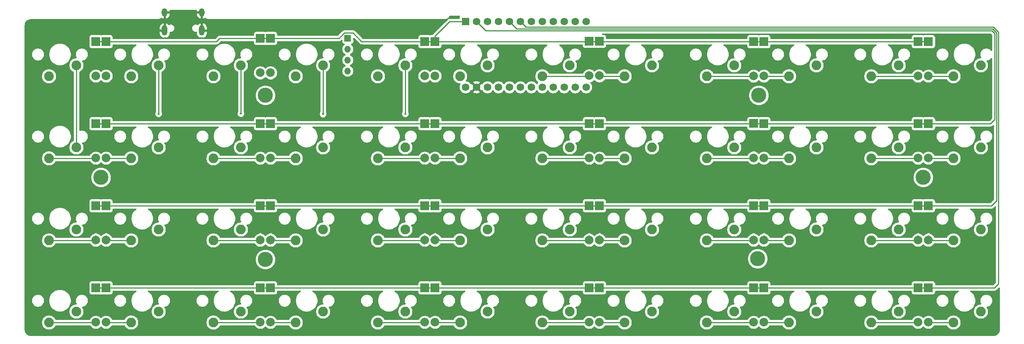
<source format=gbr>
G04 #@! TF.GenerationSoftware,KiCad,Pcbnew,(5.1.2-1)-1*
G04 #@! TF.CreationDate,2019-11-25T17:28:25-06:00*
G04 #@! TF.ProjectId,therick_THT,74686572-6963-46b5-9f54-48542e6b6963,rev?*
G04 #@! TF.SameCoordinates,Original*
G04 #@! TF.FileFunction,Copper,L1,Top*
G04 #@! TF.FilePolarity,Positive*
%FSLAX46Y46*%
G04 Gerber Fmt 4.6, Leading zero omitted, Abs format (unit mm)*
G04 Created by KiCad (PCBNEW (5.1.2-1)-1) date 2019-11-25 17:28:25*
%MOMM*%
%LPD*%
G04 APERTURE LIST*
%ADD10O,1.300000X2.400000*%
%ADD11O,1.300000X1.900000*%
%ADD12C,2.000000*%
%ADD13R,2.000000X2.000000*%
%ADD14O,1.524000X1.524000*%
%ADD15R,1.524000X1.524000*%
%ADD16C,1.752600*%
%ADD17R,1.752600X1.752600*%
%ADD18C,3.500000*%
%ADD19C,2.250000*%
%ADD20C,0.500000*%
%ADD21C,0.250000*%
%ADD22C,0.254000*%
G04 APERTURE END LIST*
D10*
X79837500Y-38908625D03*
D11*
X79837500Y-34708625D03*
X88437500Y-34708625D03*
D10*
X88437500Y-38908625D03*
X79837500Y-38908625D03*
D12*
X63896875Y-49481250D03*
D13*
X63896875Y-41481250D03*
D12*
X142479920Y-68531250D03*
D13*
X142479920Y-60531250D03*
D14*
X122250000Y-48330000D03*
D15*
X122250000Y-40710000D03*
D14*
X122250000Y-43250000D03*
X122250000Y-45790000D03*
D13*
X216299600Y-41481760D03*
D12*
X216299600Y-49481760D03*
D13*
X218680880Y-41481760D03*
D12*
X218680880Y-49481760D03*
D16*
X149542500Y-52070000D03*
X177482500Y-36830000D03*
X152082500Y-52070000D03*
X154622500Y-52070000D03*
X157162500Y-52070000D03*
X159702500Y-52070000D03*
X162242500Y-52070000D03*
X164782500Y-52070000D03*
X167322500Y-52070000D03*
X169862500Y-52070000D03*
X172402500Y-52070000D03*
X174942500Y-52070000D03*
X177482500Y-52070000D03*
X174942500Y-36830000D03*
X172402500Y-36830000D03*
X169862500Y-36830000D03*
X167322500Y-36830000D03*
X164782500Y-36830000D03*
X162242500Y-36830000D03*
X159702500Y-36830000D03*
X157162500Y-36830000D03*
X154622500Y-36830000D03*
X152082500Y-36830000D03*
D17*
X149542500Y-36830000D03*
D13*
X178199120Y-98632480D03*
D12*
X178199120Y-106632480D03*
D13*
X218680880Y-60531250D03*
D12*
X218680880Y-68531250D03*
D13*
X66278960Y-41481760D03*
D12*
X66278960Y-49481760D03*
D13*
X101998160Y-40731760D03*
D12*
X101998160Y-48731760D03*
D13*
X104379440Y-40731760D03*
D12*
X104379440Y-48731760D03*
D13*
X140098640Y-41481760D03*
D12*
X140098640Y-49481760D03*
D13*
X142479920Y-41481760D03*
D12*
X142479920Y-49481760D03*
D13*
X178199120Y-41422400D03*
D12*
X178199120Y-49422400D03*
D13*
X180580400Y-41422400D03*
D12*
X180580400Y-49422400D03*
D13*
X254400080Y-41481760D03*
D12*
X254400080Y-49481760D03*
D13*
X256781360Y-41481250D03*
D12*
X256781360Y-49481250D03*
D13*
X63897680Y-60531250D03*
D12*
X63897680Y-68531250D03*
D13*
X66278960Y-60532000D03*
D12*
X66278960Y-68532000D03*
D13*
X101998160Y-60532000D03*
D12*
X101998160Y-68532000D03*
D13*
X104379440Y-60532000D03*
D12*
X104379440Y-68532000D03*
D13*
X140098640Y-60531250D03*
D12*
X140098640Y-68531250D03*
D13*
X178199120Y-60531250D03*
D12*
X178199120Y-68531250D03*
D13*
X180580400Y-60532000D03*
D12*
X180580400Y-68532000D03*
D13*
X216299600Y-60500800D03*
D12*
X216299600Y-68500800D03*
D13*
X254400080Y-60532000D03*
D12*
X254400080Y-68532000D03*
D13*
X256781360Y-60531250D03*
D12*
X256781360Y-68531250D03*
D13*
X63897680Y-79582240D03*
D12*
X63897680Y-87582240D03*
D13*
X66278960Y-79582240D03*
D12*
X66278960Y-87582240D03*
D13*
X101998160Y-79582240D03*
D12*
X101998160Y-87582240D03*
D13*
X104379440Y-79582240D03*
D12*
X104379440Y-87582240D03*
D13*
X140098640Y-79582240D03*
D12*
X140098640Y-87582240D03*
D13*
X142479920Y-79581250D03*
D12*
X142479920Y-87581250D03*
D13*
X178199120Y-79582240D03*
D12*
X178199120Y-87582240D03*
D13*
X180580400Y-79582240D03*
D12*
X180580400Y-87582240D03*
D13*
X216299600Y-79582240D03*
D12*
X216299600Y-87582240D03*
D13*
X218680880Y-79582240D03*
D12*
X218680880Y-87582240D03*
D13*
X254400080Y-79582240D03*
D12*
X254400080Y-87582240D03*
D13*
X256781360Y-79582240D03*
D12*
X256781360Y-87582240D03*
D13*
X63897680Y-98632480D03*
D12*
X63897680Y-106632480D03*
D13*
X66278960Y-98632480D03*
D12*
X66278960Y-106632480D03*
D13*
X101998160Y-98632480D03*
D12*
X101998160Y-106632480D03*
D13*
X104379440Y-98632480D03*
D12*
X104379440Y-106632480D03*
D13*
X140098640Y-98632480D03*
D12*
X140098640Y-106632480D03*
D13*
X142479920Y-98632480D03*
D12*
X142479920Y-106632480D03*
D13*
X180580400Y-98632480D03*
D12*
X180580400Y-106632480D03*
D13*
X216299600Y-98631250D03*
D12*
X216299600Y-106631250D03*
D13*
X218680880Y-98631250D03*
D12*
X218680880Y-106631250D03*
D13*
X254400080Y-98632480D03*
D12*
X254400080Y-106632480D03*
D13*
X256781360Y-98632480D03*
D12*
X256781360Y-106632480D03*
D18*
X65087500Y-73025000D03*
X103187500Y-53975000D03*
X103187500Y-92075000D03*
X217487500Y-53975000D03*
X217206250Y-91881250D03*
X255587500Y-73025000D03*
D19*
X53022500Y-49530000D03*
X59372500Y-46990000D03*
X72072500Y-49530000D03*
X78422500Y-46990000D03*
X91122500Y-49530000D03*
X97472500Y-46990000D03*
X110172500Y-49530000D03*
X116522500Y-46990000D03*
X129222500Y-49530000D03*
X135572500Y-46990000D03*
X148272500Y-49530000D03*
X154622500Y-46990000D03*
X167322500Y-49530000D03*
X173672500Y-46990000D03*
X186372500Y-49530000D03*
X192722500Y-46990000D03*
X205422500Y-49530000D03*
X211772500Y-46990000D03*
X224472500Y-49530000D03*
X230822500Y-46990000D03*
X243522500Y-49530000D03*
X249872500Y-46990000D03*
X262572500Y-49530000D03*
X268922500Y-46990000D03*
X53022500Y-68580000D03*
X59372500Y-66040000D03*
X72072500Y-68580000D03*
X78422500Y-66040000D03*
X91122500Y-68580000D03*
X97472500Y-66040000D03*
X110172500Y-68580000D03*
X116522500Y-66040000D03*
X129222500Y-68580000D03*
X135572500Y-66040000D03*
X148272500Y-68580000D03*
X154622500Y-66040000D03*
X167322500Y-68580000D03*
X173672500Y-66040000D03*
X186372500Y-68580000D03*
X192722500Y-66040000D03*
X205422500Y-68580000D03*
X211772500Y-66040000D03*
X224472500Y-68580000D03*
X230822500Y-66040000D03*
X243522500Y-68580000D03*
X249872500Y-66040000D03*
X262572500Y-68580000D03*
X268922500Y-66040000D03*
X53022500Y-87630000D03*
X59372500Y-85090000D03*
X72072500Y-87630000D03*
X78422500Y-85090000D03*
X91122500Y-87630000D03*
X97472500Y-85090000D03*
X110172500Y-87630000D03*
X116522500Y-85090000D03*
X129222500Y-87630000D03*
X135572500Y-85090000D03*
X148272500Y-87630000D03*
X154622500Y-85090000D03*
X167322500Y-87630000D03*
X173672500Y-85090000D03*
X186372500Y-87630000D03*
X192722500Y-85090000D03*
X205422500Y-87630000D03*
X211772500Y-85090000D03*
X224472500Y-87630000D03*
X230822500Y-85090000D03*
X243522500Y-87630000D03*
X249872500Y-85090000D03*
X262572500Y-87630000D03*
X268922500Y-85090000D03*
X53022500Y-106680000D03*
X59372500Y-104140000D03*
X72072500Y-106680000D03*
X78422500Y-104140000D03*
X91122500Y-106680000D03*
X97472500Y-104140000D03*
X110172500Y-106680000D03*
X116522500Y-104140000D03*
X129222500Y-106680000D03*
X135572500Y-104140000D03*
X148272500Y-106680000D03*
X154622500Y-104140000D03*
X167322500Y-106680000D03*
X173672500Y-104140000D03*
X186372500Y-106680000D03*
X192722500Y-104140000D03*
X205422500Y-106680000D03*
X211772500Y-104140000D03*
X224472500Y-106680000D03*
X230822500Y-104140000D03*
X243522500Y-106680000D03*
X249872500Y-104140000D03*
X262572500Y-106680000D03*
X268922500Y-104140000D03*
D20*
X78422500Y-58250000D03*
X97472500Y-58222500D03*
X116522500Y-58250000D03*
X135572500Y-58250000D03*
D21*
X256781360Y-41481250D02*
X181021550Y-41481250D01*
X63897680Y-41481760D02*
X66278960Y-41481760D01*
X140098640Y-41481760D02*
X142479920Y-41481760D01*
X178199120Y-41500000D02*
X180580400Y-41500000D01*
X101998160Y-40731760D02*
X104379440Y-40731760D01*
X142479920Y-40231760D02*
X142479920Y-41481760D01*
X145881680Y-36830000D02*
X142479920Y-40231760D01*
X149542500Y-36830000D02*
X145881680Y-36830000D01*
X142479920Y-41500000D02*
X177758480Y-41500000D01*
X123500000Y-39500000D02*
X125481760Y-41481760D01*
X121476998Y-39500000D02*
X123500000Y-39500000D01*
X125481760Y-41481760D02*
X140098640Y-41481760D01*
X120245238Y-40731760D02*
X121476998Y-39500000D01*
X104379440Y-40731760D02*
X120245238Y-40731760D01*
X181021550Y-40481250D02*
X180580400Y-40922400D01*
X177758480Y-40481760D02*
X178199120Y-40922400D01*
X92611260Y-40731760D02*
X101998160Y-40731760D01*
X91861260Y-41481760D02*
X92611260Y-40731760D01*
X66278960Y-41481760D02*
X91861260Y-41481760D01*
X178091520Y-49530000D02*
X178199120Y-49422400D01*
X167322500Y-49530000D02*
X178091520Y-49530000D01*
X180688000Y-49530000D02*
X180580400Y-49422400D01*
X186372500Y-49530000D02*
X180688000Y-49530000D01*
X216251360Y-49530000D02*
X216299600Y-49481760D01*
X205422500Y-49530000D02*
X216251360Y-49530000D01*
X218729120Y-49530000D02*
X218680880Y-49481760D01*
X224472500Y-49530000D02*
X218729120Y-49530000D01*
X254351840Y-49530000D02*
X254400080Y-49481760D01*
X243522500Y-49530000D02*
X254351840Y-49530000D01*
X256830110Y-49530000D02*
X256781360Y-49481250D01*
X262572500Y-49530000D02*
X256830110Y-49530000D01*
X272153420Y-59570000D02*
X271192170Y-60531250D01*
X271192170Y-60531250D02*
X256781360Y-60531250D01*
X272153420Y-39663920D02*
X272153420Y-59570000D01*
X271490000Y-39000500D02*
X272153420Y-39663920D01*
X154253000Y-39000500D02*
X271490000Y-39000500D01*
X152082500Y-36830000D02*
X154253000Y-39000500D01*
X256781360Y-60531250D02*
X63897680Y-60531250D01*
X63848930Y-68580000D02*
X63897680Y-68531250D01*
X53022500Y-68580000D02*
X63848930Y-68580000D01*
X72072500Y-68580000D02*
X66326960Y-68580000D01*
X66326960Y-68580000D02*
X66278960Y-68532000D01*
X101950160Y-68580000D02*
X101998160Y-68532000D01*
X91122500Y-68580000D02*
X101950160Y-68580000D01*
X110172500Y-68580000D02*
X104427440Y-68580000D01*
X104427440Y-68580000D02*
X104379440Y-68532000D01*
X140049890Y-68580000D02*
X140098640Y-68531250D01*
X129222500Y-68580000D02*
X140049890Y-68580000D01*
X142528670Y-68580000D02*
X142479920Y-68531250D01*
X148272500Y-68580000D02*
X142528670Y-68580000D01*
X178150370Y-68580000D02*
X178199120Y-68531250D01*
X167322500Y-68580000D02*
X178150370Y-68580000D01*
X180628400Y-68580000D02*
X180580400Y-68532000D01*
X186372500Y-68580000D02*
X180628400Y-68580000D01*
X216220400Y-68580000D02*
X216299600Y-68500800D01*
X205422500Y-68580000D02*
X216220400Y-68580000D01*
X218729630Y-68580000D02*
X218680880Y-68531250D01*
X224472500Y-68580000D02*
X218729630Y-68580000D01*
X254352080Y-68580000D02*
X254400080Y-68532000D01*
X243522500Y-68580000D02*
X254352080Y-68580000D01*
X256830110Y-68580000D02*
X256781360Y-68531250D01*
X262572500Y-68580000D02*
X256830110Y-68580000D01*
X62849920Y-87630000D02*
X63897680Y-86582240D01*
X53022500Y-87630000D02*
X62849920Y-87630000D01*
X63897680Y-79582240D02*
X256781360Y-79582240D01*
X271417760Y-79582240D02*
X256781360Y-79582240D01*
X159702500Y-36830000D02*
X161422990Y-38550490D01*
X272603430Y-39477520D02*
X272603430Y-78396570D01*
X271676400Y-38550490D02*
X272603430Y-39477520D01*
X272603430Y-78396570D02*
X271417760Y-79582240D01*
X161422990Y-38550490D02*
X271676400Y-38550490D01*
X67326720Y-87630000D02*
X66278960Y-86582240D01*
X72072500Y-87630000D02*
X67326720Y-87630000D01*
X100950400Y-87630000D02*
X101998160Y-86582240D01*
X91122500Y-87630000D02*
X100950400Y-87630000D01*
X105427200Y-87630000D02*
X104379440Y-86582240D01*
X110172500Y-87630000D02*
X105427200Y-87630000D01*
X139050880Y-87630000D02*
X140098640Y-86582240D01*
X129222500Y-87630000D02*
X139050880Y-87630000D01*
X143528670Y-87630000D02*
X142479920Y-86581250D01*
X148272500Y-87630000D02*
X143528670Y-87630000D01*
X177151360Y-87630000D02*
X178199120Y-86582240D01*
X167322500Y-87630000D02*
X177151360Y-87630000D01*
X181628160Y-87630000D02*
X180580400Y-86582240D01*
X186372500Y-87630000D02*
X181628160Y-87630000D01*
X215251840Y-87630000D02*
X216299600Y-86582240D01*
X205422500Y-87630000D02*
X215251840Y-87630000D01*
X219728640Y-87630000D02*
X218680880Y-86582240D01*
X224472500Y-87630000D02*
X219728640Y-87630000D01*
X253352320Y-87630000D02*
X254400080Y-86582240D01*
X243522500Y-87630000D02*
X253352320Y-87630000D01*
X257829120Y-87630000D02*
X256781360Y-86582240D01*
X262572500Y-87630000D02*
X257829120Y-87630000D01*
X256781360Y-98632480D02*
X63897680Y-98632480D01*
X273053440Y-97696560D02*
X272117520Y-98632480D01*
X162242500Y-36830000D02*
X163512980Y-38100480D01*
X273053440Y-39291120D02*
X273053440Y-97696560D01*
X272117520Y-98632480D02*
X256781360Y-98632480D01*
X271862800Y-38100480D02*
X273053440Y-39291120D01*
X163512980Y-38100480D02*
X271862800Y-38100480D01*
X63850160Y-106680000D02*
X63897680Y-106632480D01*
X53022500Y-106680000D02*
X63850160Y-106680000D01*
X66326480Y-106680000D02*
X66278960Y-106632480D01*
X72072500Y-106680000D02*
X66326480Y-106680000D01*
X101950640Y-106680000D02*
X101998160Y-106632480D01*
X91122500Y-106680000D02*
X101950640Y-106680000D01*
X104426960Y-106680000D02*
X104379440Y-106632480D01*
X110172500Y-106680000D02*
X104426960Y-106680000D01*
X140051120Y-106680000D02*
X140098640Y-106632480D01*
X129222500Y-106680000D02*
X140051120Y-106680000D01*
X142527440Y-106680000D02*
X142479920Y-106632480D01*
X148272500Y-106680000D02*
X142527440Y-106680000D01*
X178151600Y-106680000D02*
X178199120Y-106632480D01*
X167322500Y-106680000D02*
X178151600Y-106680000D01*
X180627920Y-106680000D02*
X180580400Y-106632480D01*
X186372500Y-106680000D02*
X180627920Y-106680000D01*
X216250850Y-106680000D02*
X216299600Y-106631250D01*
X205422500Y-106680000D02*
X216250850Y-106680000D01*
X218729630Y-106680000D02*
X218680880Y-106631250D01*
X224472500Y-106680000D02*
X218729630Y-106680000D01*
X254352560Y-106680000D02*
X254400080Y-106632480D01*
X243522500Y-106680000D02*
X254352560Y-106680000D01*
X256828880Y-106680000D02*
X256781360Y-106632480D01*
X262572500Y-106680000D02*
X256828880Y-106680000D01*
X59372500Y-46990000D02*
X59372500Y-58250000D01*
X59372500Y-58250000D02*
X59372500Y-66040000D01*
X78422500Y-46990000D02*
X78422500Y-58250000D01*
X97472500Y-58222500D02*
X97472500Y-46990000D01*
X116522500Y-46990000D02*
X116522500Y-58477500D01*
X135572500Y-46990000D02*
X135572500Y-58377558D01*
D22*
G36*
X87152500Y-34281625D02*
G01*
X87152500Y-34581625D01*
X88310500Y-34581625D01*
X88310500Y-34561625D01*
X88564500Y-34561625D01*
X88564500Y-34581625D01*
X88584500Y-34581625D01*
X88584500Y-34835625D01*
X88564500Y-34835625D01*
X88564500Y-36127692D01*
X88762971Y-36251724D01*
X88811915Y-36244412D01*
X89045811Y-36147622D01*
X89164447Y-36068410D01*
X89200230Y-36097594D01*
X89250057Y-36130699D01*
X89299413Y-36164494D01*
X89307519Y-36168877D01*
X89444300Y-36241604D01*
X89499602Y-36264398D01*
X89554585Y-36287964D01*
X89563388Y-36290689D01*
X89711689Y-36335464D01*
X89770392Y-36347087D01*
X89828881Y-36359520D01*
X89838046Y-36360483D01*
X89992219Y-36375600D01*
X89992223Y-36375600D01*
X90024206Y-36378750D01*
X144891794Y-36378750D01*
X144919637Y-36376008D01*
X144921960Y-36376024D01*
X144931132Y-36375125D01*
X144968861Y-36371160D01*
X144988758Y-36369200D01*
X144989421Y-36368999D01*
X145008163Y-36367029D01*
X145066743Y-36355004D01*
X145125529Y-36343790D01*
X145134350Y-36341126D01*
X145208342Y-36318221D01*
X145263458Y-36295052D01*
X145318943Y-36272635D01*
X145327079Y-36268309D01*
X145395214Y-36231469D01*
X145444803Y-36198020D01*
X145494862Y-36165264D01*
X145502003Y-36159439D01*
X145561684Y-36110067D01*
X145603843Y-36067613D01*
X145646576Y-36025766D01*
X145652450Y-36018665D01*
X145701405Y-35958640D01*
X145734494Y-35908836D01*
X145768306Y-35859456D01*
X145772689Y-35851349D01*
X145809051Y-35782959D01*
X145831834Y-35727682D01*
X145855408Y-35672682D01*
X145858133Y-35663879D01*
X145880521Y-35589729D01*
X145881457Y-35585000D01*
X148147322Y-35585000D01*
X148135663Y-35599206D01*
X148076698Y-35709520D01*
X148040388Y-35829218D01*
X148028128Y-35953700D01*
X148028128Y-36070000D01*
X145919002Y-36070000D01*
X145881679Y-36066324D01*
X145844356Y-36070000D01*
X145844347Y-36070000D01*
X145732694Y-36080997D01*
X145597286Y-36122072D01*
X145589433Y-36124454D01*
X145457403Y-36195026D01*
X145388317Y-36251724D01*
X145341679Y-36289999D01*
X145317881Y-36318997D01*
X141968923Y-39667956D01*
X141939919Y-39691759D01*
X141892530Y-39749503D01*
X141844946Y-39807484D01*
X141825594Y-39843688D01*
X141479920Y-39843688D01*
X141355438Y-39855948D01*
X141289280Y-39876017D01*
X141223122Y-39855948D01*
X141098640Y-39843688D01*
X139098640Y-39843688D01*
X138974158Y-39855948D01*
X138854460Y-39892258D01*
X138744146Y-39951223D01*
X138647455Y-40030575D01*
X138568103Y-40127266D01*
X138509138Y-40237580D01*
X138472828Y-40357278D01*
X138460568Y-40481760D01*
X138460568Y-40721760D01*
X125796562Y-40721760D01*
X124063804Y-38989003D01*
X124040001Y-38959999D01*
X123924276Y-38865026D01*
X123792247Y-38794454D01*
X123648986Y-38750997D01*
X123537333Y-38740000D01*
X123537322Y-38740000D01*
X123500000Y-38736324D01*
X123462678Y-38740000D01*
X121514323Y-38740000D01*
X121476998Y-38736324D01*
X121439673Y-38740000D01*
X121439665Y-38740000D01*
X121328012Y-38750997D01*
X121184751Y-38794454D01*
X121052722Y-38865026D01*
X120936997Y-38959999D01*
X120913199Y-38988997D01*
X119930437Y-39971760D01*
X106017512Y-39971760D01*
X106017512Y-39731760D01*
X106005252Y-39607278D01*
X105968942Y-39487580D01*
X105909977Y-39377266D01*
X105830625Y-39280575D01*
X105733934Y-39201223D01*
X105623620Y-39142258D01*
X105503922Y-39105948D01*
X105379440Y-39093688D01*
X103379440Y-39093688D01*
X103254958Y-39105948D01*
X103188800Y-39126017D01*
X103122642Y-39105948D01*
X102998160Y-39093688D01*
X100998160Y-39093688D01*
X100873678Y-39105948D01*
X100753980Y-39142258D01*
X100643666Y-39201223D01*
X100546975Y-39280575D01*
X100467623Y-39377266D01*
X100408658Y-39487580D01*
X100372348Y-39607278D01*
X100360088Y-39731760D01*
X100360088Y-39971760D01*
X92648582Y-39971760D01*
X92611259Y-39968084D01*
X92573936Y-39971760D01*
X92573927Y-39971760D01*
X92462274Y-39982757D01*
X92319013Y-40026214D01*
X92186984Y-40096786D01*
X92071259Y-40191759D01*
X92047461Y-40220758D01*
X91546459Y-40721760D01*
X88564502Y-40721760D01*
X88564502Y-40577693D01*
X88762971Y-40701724D01*
X88811915Y-40694412D01*
X89045811Y-40597622D01*
X89256330Y-40457061D01*
X89435382Y-40278130D01*
X89576085Y-40067706D01*
X89673033Y-39833876D01*
X89722500Y-39585625D01*
X89722500Y-39035625D01*
X88564500Y-39035625D01*
X88564500Y-39055625D01*
X88310500Y-39055625D01*
X88310500Y-39035625D01*
X88290500Y-39035625D01*
X88290500Y-38781625D01*
X88310500Y-38781625D01*
X88310500Y-37239558D01*
X88564500Y-37239558D01*
X88564500Y-38781625D01*
X89722500Y-38781625D01*
X89722500Y-38231625D01*
X89673033Y-37983374D01*
X89576085Y-37749544D01*
X89435382Y-37539120D01*
X89256330Y-37360189D01*
X89045811Y-37219628D01*
X88811915Y-37122838D01*
X88762971Y-37115526D01*
X88564500Y-37239558D01*
X88310500Y-37239558D01*
X88112029Y-37115526D01*
X88063085Y-37122838D01*
X87829189Y-37219628D01*
X87618670Y-37360189D01*
X87474910Y-37503852D01*
X87307522Y-37434517D01*
X87122052Y-37397625D01*
X86932948Y-37397625D01*
X86747478Y-37434517D01*
X86572769Y-37506884D01*
X86415536Y-37611944D01*
X86281819Y-37745661D01*
X86176759Y-37902894D01*
X86104392Y-38077603D01*
X86067500Y-38263073D01*
X86067500Y-38452177D01*
X86104392Y-38637647D01*
X86176759Y-38812356D01*
X86281819Y-38969589D01*
X86415536Y-39103306D01*
X86572769Y-39208366D01*
X86747478Y-39280733D01*
X86932948Y-39317625D01*
X87122052Y-39317625D01*
X87152500Y-39311569D01*
X87152500Y-39585625D01*
X87201967Y-39833876D01*
X87298915Y-40067706D01*
X87439618Y-40278130D01*
X87618670Y-40457061D01*
X87829189Y-40597622D01*
X88063085Y-40694412D01*
X88112029Y-40701724D01*
X88310498Y-40577693D01*
X88310498Y-40721760D01*
X79964502Y-40721760D01*
X79964502Y-40577693D01*
X80162971Y-40701724D01*
X80211915Y-40694412D01*
X80445811Y-40597622D01*
X80656330Y-40457061D01*
X80835382Y-40278130D01*
X80976085Y-40067706D01*
X81073033Y-39833876D01*
X81122500Y-39585625D01*
X81122500Y-39311569D01*
X81152948Y-39317625D01*
X81342052Y-39317625D01*
X81527522Y-39280733D01*
X81702231Y-39208366D01*
X81859464Y-39103306D01*
X81993181Y-38969589D01*
X82098241Y-38812356D01*
X82170608Y-38637647D01*
X82207500Y-38452177D01*
X82207500Y-38263073D01*
X82170608Y-38077603D01*
X82098241Y-37902894D01*
X81993181Y-37745661D01*
X81859464Y-37611944D01*
X81702231Y-37506884D01*
X81527522Y-37434517D01*
X81342052Y-37397625D01*
X81152948Y-37397625D01*
X80967478Y-37434517D01*
X80800090Y-37503852D01*
X80656330Y-37360189D01*
X80445811Y-37219628D01*
X80211915Y-37122838D01*
X80162971Y-37115526D01*
X79964500Y-37239558D01*
X79964500Y-38781625D01*
X79984500Y-38781625D01*
X79984500Y-39035625D01*
X79964500Y-39035625D01*
X79964500Y-39055625D01*
X79710500Y-39055625D01*
X79710500Y-39035625D01*
X78552500Y-39035625D01*
X78552500Y-39585625D01*
X78601967Y-39833876D01*
X78698915Y-40067706D01*
X78839618Y-40278130D01*
X79018670Y-40457061D01*
X79229189Y-40597622D01*
X79463085Y-40694412D01*
X79512029Y-40701724D01*
X79710498Y-40577693D01*
X79710498Y-40721760D01*
X67917032Y-40721760D01*
X67917032Y-40481760D01*
X67904772Y-40357278D01*
X67868462Y-40237580D01*
X67809497Y-40127266D01*
X67730145Y-40030575D01*
X67633454Y-39951223D01*
X67523140Y-39892258D01*
X67403442Y-39855948D01*
X67278960Y-39843688D01*
X65278960Y-39843688D01*
X65154478Y-39855948D01*
X65088758Y-39875884D01*
X65021357Y-39855438D01*
X64896875Y-39843178D01*
X62896875Y-39843178D01*
X62772393Y-39855438D01*
X62652695Y-39891748D01*
X62542381Y-39950713D01*
X62445690Y-40030065D01*
X62366338Y-40126756D01*
X62307373Y-40237070D01*
X62271063Y-40356768D01*
X62258803Y-40481250D01*
X62258803Y-42481250D01*
X62271063Y-42605732D01*
X62307373Y-42725430D01*
X62366338Y-42835744D01*
X62445690Y-42932435D01*
X62542381Y-43011787D01*
X62652695Y-43070752D01*
X62772393Y-43107062D01*
X62896875Y-43119322D01*
X64896875Y-43119322D01*
X65021357Y-43107062D01*
X65087077Y-43087126D01*
X65154478Y-43107572D01*
X65278960Y-43119832D01*
X67278960Y-43119832D01*
X67403442Y-43107572D01*
X67523140Y-43071262D01*
X67633454Y-43012297D01*
X67730145Y-42932945D01*
X67809497Y-42836254D01*
X67868462Y-42725940D01*
X67904772Y-42606242D01*
X67917032Y-42481760D01*
X67917032Y-42241760D01*
X73185470Y-42241760D01*
X72936674Y-42408000D01*
X72570500Y-42774174D01*
X72282799Y-43204749D01*
X72084627Y-43683178D01*
X71983600Y-44191076D01*
X71983600Y-44708924D01*
X72084627Y-45216822D01*
X72282799Y-45695251D01*
X72570500Y-46125826D01*
X72936674Y-46492000D01*
X73367249Y-46779701D01*
X73845678Y-46977873D01*
X74353576Y-47078900D01*
X74871424Y-47078900D01*
X75379322Y-46977873D01*
X75768536Y-46816655D01*
X76662500Y-46816655D01*
X76662500Y-47163345D01*
X76730136Y-47503373D01*
X76862808Y-47823673D01*
X77055419Y-48111935D01*
X77300565Y-48357081D01*
X77588827Y-48549692D01*
X77662500Y-48580208D01*
X77662501Y-57794461D01*
X77638223Y-57830795D01*
X77571510Y-57991855D01*
X77537500Y-58162835D01*
X77537500Y-58337165D01*
X77571510Y-58508145D01*
X77638223Y-58669205D01*
X77735076Y-58814155D01*
X77858345Y-58937424D01*
X78003295Y-59034277D01*
X78164355Y-59100990D01*
X78335335Y-59135000D01*
X78509665Y-59135000D01*
X78680645Y-59100990D01*
X78841705Y-59034277D01*
X78986655Y-58937424D01*
X79109924Y-58814155D01*
X79206777Y-58669205D01*
X79273490Y-58508145D01*
X79307500Y-58337165D01*
X79307500Y-58162835D01*
X79273490Y-57991855D01*
X79206777Y-57830795D01*
X79182500Y-57794462D01*
X79182500Y-49356655D01*
X89362500Y-49356655D01*
X89362500Y-49703345D01*
X89430136Y-50043373D01*
X89562808Y-50363673D01*
X89755419Y-50651935D01*
X90000565Y-50897081D01*
X90288827Y-51089692D01*
X90609127Y-51222364D01*
X90949155Y-51290000D01*
X91295845Y-51290000D01*
X91635873Y-51222364D01*
X91956173Y-51089692D01*
X92244435Y-50897081D01*
X92489581Y-50651935D01*
X92682192Y-50363673D01*
X92814864Y-50043373D01*
X92882500Y-49703345D01*
X92882500Y-49356655D01*
X92814864Y-49016627D01*
X92682192Y-48696327D01*
X92489581Y-48408065D01*
X92244435Y-48162919D01*
X91956173Y-47970308D01*
X91635873Y-47837636D01*
X91295845Y-47770000D01*
X90949155Y-47770000D01*
X90609127Y-47837636D01*
X90288827Y-47970308D01*
X90000565Y-48162919D01*
X89755419Y-48408065D01*
X89562808Y-48696327D01*
X89430136Y-49016627D01*
X89362500Y-49356655D01*
X79182500Y-49356655D01*
X79182500Y-48580208D01*
X79256173Y-48549692D01*
X79544435Y-48357081D01*
X79789581Y-48111935D01*
X79982192Y-47823673D01*
X80114864Y-47503373D01*
X80182500Y-47163345D01*
X80182500Y-46816655D01*
X80114864Y-46476627D01*
X79982192Y-46156327D01*
X79849862Y-45958281D01*
X80132951Y-45901971D01*
X80407753Y-45788144D01*
X80655069Y-45622893D01*
X80865393Y-45412569D01*
X81030644Y-45165253D01*
X81144471Y-44890451D01*
X81202500Y-44598722D01*
X81202500Y-44301278D01*
X87072500Y-44301278D01*
X87072500Y-44598722D01*
X87130529Y-44890451D01*
X87244356Y-45165253D01*
X87409607Y-45412569D01*
X87619931Y-45622893D01*
X87867247Y-45788144D01*
X88142049Y-45901971D01*
X88433778Y-45960000D01*
X88731222Y-45960000D01*
X89022951Y-45901971D01*
X89297753Y-45788144D01*
X89545069Y-45622893D01*
X89755393Y-45412569D01*
X89920644Y-45165253D01*
X90034471Y-44890451D01*
X90092500Y-44598722D01*
X90092500Y-44301278D01*
X90070580Y-44191076D01*
X91033600Y-44191076D01*
X91033600Y-44708924D01*
X91134627Y-45216822D01*
X91332799Y-45695251D01*
X91620500Y-46125826D01*
X91986674Y-46492000D01*
X92417249Y-46779701D01*
X92895678Y-46977873D01*
X93403576Y-47078900D01*
X93921424Y-47078900D01*
X94429322Y-46977873D01*
X94818536Y-46816655D01*
X95712500Y-46816655D01*
X95712500Y-47163345D01*
X95780136Y-47503373D01*
X95912808Y-47823673D01*
X96105419Y-48111935D01*
X96350565Y-48357081D01*
X96638827Y-48549692D01*
X96712501Y-48580209D01*
X96712500Y-57766962D01*
X96688223Y-57803295D01*
X96621510Y-57964355D01*
X96587500Y-58135335D01*
X96587500Y-58309665D01*
X96621510Y-58480645D01*
X96688223Y-58641705D01*
X96785076Y-58786655D01*
X96908345Y-58909924D01*
X97053295Y-59006777D01*
X97214355Y-59073490D01*
X97385335Y-59107500D01*
X97559665Y-59107500D01*
X97730645Y-59073490D01*
X97891705Y-59006777D01*
X98036655Y-58909924D01*
X98159924Y-58786655D01*
X98256777Y-58641705D01*
X98323490Y-58480645D01*
X98357500Y-58309665D01*
X98357500Y-58135335D01*
X98323490Y-57964355D01*
X98256777Y-57803295D01*
X98232500Y-57766962D01*
X98232500Y-53740098D01*
X100802500Y-53740098D01*
X100802500Y-54209902D01*
X100894154Y-54670679D01*
X101073940Y-55104721D01*
X101334950Y-55495349D01*
X101667151Y-55827550D01*
X102057779Y-56088560D01*
X102491821Y-56268346D01*
X102952598Y-56360000D01*
X103422402Y-56360000D01*
X103883179Y-56268346D01*
X104317221Y-56088560D01*
X104707849Y-55827550D01*
X105040050Y-55495349D01*
X105301060Y-55104721D01*
X105480846Y-54670679D01*
X105572500Y-54209902D01*
X105572500Y-53740098D01*
X105480846Y-53279321D01*
X105301060Y-52845279D01*
X105040050Y-52454651D01*
X104707849Y-52122450D01*
X104317221Y-51861440D01*
X103883179Y-51681654D01*
X103422402Y-51590000D01*
X102952598Y-51590000D01*
X102491821Y-51681654D01*
X102057779Y-51861440D01*
X101667151Y-52122450D01*
X101334950Y-52454651D01*
X101073940Y-52845279D01*
X100894154Y-53279321D01*
X100802500Y-53740098D01*
X98232500Y-53740098D01*
X98232500Y-48580208D01*
X98255389Y-48570727D01*
X100363160Y-48570727D01*
X100363160Y-48892793D01*
X100425992Y-49208672D01*
X100549242Y-49506223D01*
X100728173Y-49774012D01*
X100955908Y-50001747D01*
X101223697Y-50180678D01*
X101521248Y-50303928D01*
X101837127Y-50366760D01*
X102159193Y-50366760D01*
X102475072Y-50303928D01*
X102772623Y-50180678D01*
X103040412Y-50001747D01*
X103188800Y-49853359D01*
X103337188Y-50001747D01*
X103604977Y-50180678D01*
X103902528Y-50303928D01*
X104218407Y-50366760D01*
X104540473Y-50366760D01*
X104856352Y-50303928D01*
X105153903Y-50180678D01*
X105421692Y-50001747D01*
X105649427Y-49774012D01*
X105828358Y-49506223D01*
X105890311Y-49356655D01*
X108412500Y-49356655D01*
X108412500Y-49703345D01*
X108480136Y-50043373D01*
X108612808Y-50363673D01*
X108805419Y-50651935D01*
X109050565Y-50897081D01*
X109338827Y-51089692D01*
X109659127Y-51222364D01*
X109999155Y-51290000D01*
X110345845Y-51290000D01*
X110685873Y-51222364D01*
X111006173Y-51089692D01*
X111294435Y-50897081D01*
X111539581Y-50651935D01*
X111732192Y-50363673D01*
X111864864Y-50043373D01*
X111932500Y-49703345D01*
X111932500Y-49356655D01*
X111864864Y-49016627D01*
X111732192Y-48696327D01*
X111539581Y-48408065D01*
X111294435Y-48162919D01*
X111006173Y-47970308D01*
X110685873Y-47837636D01*
X110345845Y-47770000D01*
X109999155Y-47770000D01*
X109659127Y-47837636D01*
X109338827Y-47970308D01*
X109050565Y-48162919D01*
X108805419Y-48408065D01*
X108612808Y-48696327D01*
X108480136Y-49016627D01*
X108412500Y-49356655D01*
X105890311Y-49356655D01*
X105951608Y-49208672D01*
X106014440Y-48892793D01*
X106014440Y-48570727D01*
X105951608Y-48254848D01*
X105828358Y-47957297D01*
X105649427Y-47689508D01*
X105421692Y-47461773D01*
X105153903Y-47282842D01*
X104856352Y-47159592D01*
X104540473Y-47096760D01*
X104218407Y-47096760D01*
X103902528Y-47159592D01*
X103604977Y-47282842D01*
X103337188Y-47461773D01*
X103188800Y-47610161D01*
X103040412Y-47461773D01*
X102772623Y-47282842D01*
X102475072Y-47159592D01*
X102159193Y-47096760D01*
X101837127Y-47096760D01*
X101521248Y-47159592D01*
X101223697Y-47282842D01*
X100955908Y-47461773D01*
X100728173Y-47689508D01*
X100549242Y-47957297D01*
X100425992Y-48254848D01*
X100363160Y-48570727D01*
X98255389Y-48570727D01*
X98306173Y-48549692D01*
X98594435Y-48357081D01*
X98839581Y-48111935D01*
X99032192Y-47823673D01*
X99164864Y-47503373D01*
X99232500Y-47163345D01*
X99232500Y-46816655D01*
X99164864Y-46476627D01*
X99032192Y-46156327D01*
X98899862Y-45958281D01*
X99182951Y-45901971D01*
X99457753Y-45788144D01*
X99705069Y-45622893D01*
X99915393Y-45412569D01*
X100080644Y-45165253D01*
X100194471Y-44890451D01*
X100252500Y-44598722D01*
X100252500Y-44301278D01*
X106122500Y-44301278D01*
X106122500Y-44598722D01*
X106180529Y-44890451D01*
X106294356Y-45165253D01*
X106459607Y-45412569D01*
X106669931Y-45622893D01*
X106917247Y-45788144D01*
X107192049Y-45901971D01*
X107483778Y-45960000D01*
X107781222Y-45960000D01*
X108072951Y-45901971D01*
X108347753Y-45788144D01*
X108595069Y-45622893D01*
X108805393Y-45412569D01*
X108970644Y-45165253D01*
X109084471Y-44890451D01*
X109142500Y-44598722D01*
X109142500Y-44301278D01*
X109120580Y-44191076D01*
X110083600Y-44191076D01*
X110083600Y-44708924D01*
X110184627Y-45216822D01*
X110382799Y-45695251D01*
X110670500Y-46125826D01*
X111036674Y-46492000D01*
X111467249Y-46779701D01*
X111945678Y-46977873D01*
X112453576Y-47078900D01*
X112971424Y-47078900D01*
X113479322Y-46977873D01*
X113868536Y-46816655D01*
X114762500Y-46816655D01*
X114762500Y-47163345D01*
X114830136Y-47503373D01*
X114962808Y-47823673D01*
X115155419Y-48111935D01*
X115400565Y-48357081D01*
X115688827Y-48549692D01*
X115762500Y-48580208D01*
X115762501Y-57794461D01*
X115738223Y-57830795D01*
X115671510Y-57991855D01*
X115637500Y-58162835D01*
X115637500Y-58337165D01*
X115671510Y-58508145D01*
X115738223Y-58669205D01*
X115835076Y-58814155D01*
X115847141Y-58826220D01*
X115887527Y-58901776D01*
X115982500Y-59017501D01*
X116098225Y-59112474D01*
X116230254Y-59183046D01*
X116373515Y-59226503D01*
X116522500Y-59241177D01*
X116671486Y-59226503D01*
X116814747Y-59183046D01*
X116946776Y-59112474D01*
X117062501Y-59017501D01*
X117157474Y-58901776D01*
X117197861Y-58826218D01*
X117209924Y-58814155D01*
X117306777Y-58669205D01*
X117373490Y-58508145D01*
X117407500Y-58337165D01*
X117407500Y-58162835D01*
X117373490Y-57991855D01*
X117306777Y-57830795D01*
X117282500Y-57794462D01*
X117282500Y-48580208D01*
X117356173Y-48549692D01*
X117644435Y-48357081D01*
X117889581Y-48111935D01*
X118082192Y-47823673D01*
X118214864Y-47503373D01*
X118282500Y-47163345D01*
X118282500Y-46816655D01*
X118214864Y-46476627D01*
X118082192Y-46156327D01*
X117949862Y-45958281D01*
X118232951Y-45901971D01*
X118507753Y-45788144D01*
X118755069Y-45622893D01*
X118965393Y-45412569D01*
X119130644Y-45165253D01*
X119244471Y-44890451D01*
X119302500Y-44598722D01*
X119302500Y-44301278D01*
X119244471Y-44009549D01*
X119130644Y-43734747D01*
X118965393Y-43487431D01*
X118755069Y-43277107D01*
X118507753Y-43111856D01*
X118232951Y-42998029D01*
X117941222Y-42940000D01*
X117643778Y-42940000D01*
X117352049Y-42998029D01*
X117077247Y-43111856D01*
X116829931Y-43277107D01*
X116619607Y-43487431D01*
X116454356Y-43734747D01*
X116340529Y-44009549D01*
X116282500Y-44301278D01*
X116282500Y-44598722D01*
X116340529Y-44890451D01*
X116454356Y-45165253D01*
X116497618Y-45230000D01*
X116349155Y-45230000D01*
X116009127Y-45297636D01*
X115688827Y-45430308D01*
X115400565Y-45622919D01*
X115155419Y-45868065D01*
X114962808Y-46156327D01*
X114830136Y-46476627D01*
X114762500Y-46816655D01*
X113868536Y-46816655D01*
X113957751Y-46779701D01*
X114388326Y-46492000D01*
X114754500Y-46125826D01*
X115042201Y-45695251D01*
X115240373Y-45216822D01*
X115341400Y-44708924D01*
X115341400Y-44191076D01*
X115240373Y-43683178D01*
X115042201Y-43204749D01*
X114754500Y-42774174D01*
X114388326Y-42408000D01*
X113957751Y-42120299D01*
X113479322Y-41922127D01*
X112971424Y-41821100D01*
X112453576Y-41821100D01*
X111945678Y-41922127D01*
X111467249Y-42120299D01*
X111036674Y-42408000D01*
X110670500Y-42774174D01*
X110382799Y-43204749D01*
X110184627Y-43683178D01*
X110083600Y-44191076D01*
X109120580Y-44191076D01*
X109084471Y-44009549D01*
X108970644Y-43734747D01*
X108805393Y-43487431D01*
X108595069Y-43277107D01*
X108347753Y-43111856D01*
X108072951Y-42998029D01*
X107781222Y-42940000D01*
X107483778Y-42940000D01*
X107192049Y-42998029D01*
X106917247Y-43111856D01*
X106669931Y-43277107D01*
X106459607Y-43487431D01*
X106294356Y-43734747D01*
X106180529Y-44009549D01*
X106122500Y-44301278D01*
X100252500Y-44301278D01*
X100194471Y-44009549D01*
X100080644Y-43734747D01*
X99915393Y-43487431D01*
X99705069Y-43277107D01*
X99457753Y-43111856D01*
X99182951Y-42998029D01*
X98891222Y-42940000D01*
X98593778Y-42940000D01*
X98302049Y-42998029D01*
X98027247Y-43111856D01*
X97779931Y-43277107D01*
X97569607Y-43487431D01*
X97404356Y-43734747D01*
X97290529Y-44009549D01*
X97232500Y-44301278D01*
X97232500Y-44598722D01*
X97290529Y-44890451D01*
X97404356Y-45165253D01*
X97447618Y-45230000D01*
X97299155Y-45230000D01*
X96959127Y-45297636D01*
X96638827Y-45430308D01*
X96350565Y-45622919D01*
X96105419Y-45868065D01*
X95912808Y-46156327D01*
X95780136Y-46476627D01*
X95712500Y-46816655D01*
X94818536Y-46816655D01*
X94907751Y-46779701D01*
X95338326Y-46492000D01*
X95704500Y-46125826D01*
X95992201Y-45695251D01*
X96190373Y-45216822D01*
X96291400Y-44708924D01*
X96291400Y-44191076D01*
X96190373Y-43683178D01*
X95992201Y-43204749D01*
X95704500Y-42774174D01*
X95338326Y-42408000D01*
X94907751Y-42120299D01*
X94429322Y-41922127D01*
X93921424Y-41821100D01*
X93403576Y-41821100D01*
X92895678Y-41922127D01*
X92417249Y-42120299D01*
X91986674Y-42408000D01*
X91620500Y-42774174D01*
X91332799Y-43204749D01*
X91134627Y-43683178D01*
X91033600Y-44191076D01*
X90070580Y-44191076D01*
X90034471Y-44009549D01*
X89920644Y-43734747D01*
X89755393Y-43487431D01*
X89545069Y-43277107D01*
X89297753Y-43111856D01*
X89022951Y-42998029D01*
X88731222Y-42940000D01*
X88433778Y-42940000D01*
X88142049Y-42998029D01*
X87867247Y-43111856D01*
X87619931Y-43277107D01*
X87409607Y-43487431D01*
X87244356Y-43734747D01*
X87130529Y-44009549D01*
X87072500Y-44301278D01*
X81202500Y-44301278D01*
X81144471Y-44009549D01*
X81030644Y-43734747D01*
X80865393Y-43487431D01*
X80655069Y-43277107D01*
X80407753Y-43111856D01*
X80132951Y-42998029D01*
X79841222Y-42940000D01*
X79543778Y-42940000D01*
X79252049Y-42998029D01*
X78977247Y-43111856D01*
X78729931Y-43277107D01*
X78519607Y-43487431D01*
X78354356Y-43734747D01*
X78240529Y-44009549D01*
X78182500Y-44301278D01*
X78182500Y-44598722D01*
X78240529Y-44890451D01*
X78354356Y-45165253D01*
X78397618Y-45230000D01*
X78249155Y-45230000D01*
X77909127Y-45297636D01*
X77588827Y-45430308D01*
X77300565Y-45622919D01*
X77055419Y-45868065D01*
X76862808Y-46156327D01*
X76730136Y-46476627D01*
X76662500Y-46816655D01*
X75768536Y-46816655D01*
X75857751Y-46779701D01*
X76288326Y-46492000D01*
X76654500Y-46125826D01*
X76942201Y-45695251D01*
X77140373Y-45216822D01*
X77241400Y-44708924D01*
X77241400Y-44191076D01*
X77140373Y-43683178D01*
X76942201Y-43204749D01*
X76654500Y-42774174D01*
X76288326Y-42408000D01*
X76039530Y-42241760D01*
X91823938Y-42241760D01*
X91861260Y-42245436D01*
X91898582Y-42241760D01*
X91898593Y-42241760D01*
X92010246Y-42230763D01*
X92153507Y-42187306D01*
X92285536Y-42116734D01*
X92401261Y-42021761D01*
X92425063Y-41992758D01*
X92926062Y-41491760D01*
X100360088Y-41491760D01*
X100360088Y-41731760D01*
X100372348Y-41856242D01*
X100408658Y-41975940D01*
X100467623Y-42086254D01*
X100546975Y-42182945D01*
X100643666Y-42262297D01*
X100753980Y-42321262D01*
X100873678Y-42357572D01*
X100998160Y-42369832D01*
X102998160Y-42369832D01*
X103122642Y-42357572D01*
X103188800Y-42337503D01*
X103254958Y-42357572D01*
X103379440Y-42369832D01*
X105379440Y-42369832D01*
X105503922Y-42357572D01*
X105623620Y-42321262D01*
X105733934Y-42262297D01*
X105830625Y-42182945D01*
X105909977Y-42086254D01*
X105968942Y-41975940D01*
X106005252Y-41856242D01*
X106017512Y-41731760D01*
X106017512Y-41491760D01*
X120207916Y-41491760D01*
X120245238Y-41495436D01*
X120282560Y-41491760D01*
X120282571Y-41491760D01*
X120394224Y-41480763D01*
X120537485Y-41437306D01*
X120669514Y-41366734D01*
X120785239Y-41271761D01*
X120809042Y-41242757D01*
X120851682Y-41200117D01*
X120849928Y-41472000D01*
X120862188Y-41596482D01*
X120898498Y-41716180D01*
X120957463Y-41826494D01*
X121036815Y-41923185D01*
X121133506Y-42002537D01*
X121243820Y-42061502D01*
X121363518Y-42097812D01*
X121442378Y-42105579D01*
X121257392Y-42257392D01*
X121082817Y-42470113D01*
X120953096Y-42712805D01*
X120873214Y-42976140D01*
X120846241Y-43250000D01*
X120873214Y-43523860D01*
X120953096Y-43787195D01*
X121082817Y-44029887D01*
X121257392Y-44242608D01*
X121470113Y-44417183D01*
X121662471Y-44520000D01*
X121470113Y-44622817D01*
X121257392Y-44797392D01*
X121082817Y-45010113D01*
X120953096Y-45252805D01*
X120873214Y-45516140D01*
X120846241Y-45790000D01*
X120873214Y-46063860D01*
X120953096Y-46327195D01*
X121082817Y-46569887D01*
X121257392Y-46782608D01*
X121470113Y-46957183D01*
X121662471Y-47060000D01*
X121470113Y-47162817D01*
X121257392Y-47337392D01*
X121082817Y-47550113D01*
X120953096Y-47792805D01*
X120873214Y-48056140D01*
X120846241Y-48330000D01*
X120873214Y-48603860D01*
X120953096Y-48867195D01*
X121082817Y-49109887D01*
X121257392Y-49322608D01*
X121470113Y-49497183D01*
X121712805Y-49626904D01*
X121976140Y-49706786D01*
X122181375Y-49727000D01*
X122318625Y-49727000D01*
X122523860Y-49706786D01*
X122787195Y-49626904D01*
X123029887Y-49497183D01*
X123201121Y-49356655D01*
X127462500Y-49356655D01*
X127462500Y-49703345D01*
X127530136Y-50043373D01*
X127662808Y-50363673D01*
X127855419Y-50651935D01*
X128100565Y-50897081D01*
X128388827Y-51089692D01*
X128709127Y-51222364D01*
X129049155Y-51290000D01*
X129395845Y-51290000D01*
X129735873Y-51222364D01*
X130056173Y-51089692D01*
X130344435Y-50897081D01*
X130589581Y-50651935D01*
X130782192Y-50363673D01*
X130914864Y-50043373D01*
X130982500Y-49703345D01*
X130982500Y-49356655D01*
X130914864Y-49016627D01*
X130782192Y-48696327D01*
X130589581Y-48408065D01*
X130344435Y-48162919D01*
X130056173Y-47970308D01*
X129735873Y-47837636D01*
X129395845Y-47770000D01*
X129049155Y-47770000D01*
X128709127Y-47837636D01*
X128388827Y-47970308D01*
X128100565Y-48162919D01*
X127855419Y-48408065D01*
X127662808Y-48696327D01*
X127530136Y-49016627D01*
X127462500Y-49356655D01*
X123201121Y-49356655D01*
X123242608Y-49322608D01*
X123417183Y-49109887D01*
X123546904Y-48867195D01*
X123626786Y-48603860D01*
X123653759Y-48330000D01*
X123626786Y-48056140D01*
X123546904Y-47792805D01*
X123417183Y-47550113D01*
X123242608Y-47337392D01*
X123029887Y-47162817D01*
X122837529Y-47060000D01*
X123029887Y-46957183D01*
X123242608Y-46782608D01*
X123417183Y-46569887D01*
X123546904Y-46327195D01*
X123626786Y-46063860D01*
X123653759Y-45790000D01*
X123626786Y-45516140D01*
X123546904Y-45252805D01*
X123417183Y-45010113D01*
X123242608Y-44797392D01*
X123029887Y-44622817D01*
X122837529Y-44520000D01*
X123029887Y-44417183D01*
X123171118Y-44301278D01*
X125172500Y-44301278D01*
X125172500Y-44598722D01*
X125230529Y-44890451D01*
X125344356Y-45165253D01*
X125509607Y-45412569D01*
X125719931Y-45622893D01*
X125967247Y-45788144D01*
X126242049Y-45901971D01*
X126533778Y-45960000D01*
X126831222Y-45960000D01*
X127122951Y-45901971D01*
X127397753Y-45788144D01*
X127645069Y-45622893D01*
X127855393Y-45412569D01*
X128020644Y-45165253D01*
X128134471Y-44890451D01*
X128192500Y-44598722D01*
X128192500Y-44301278D01*
X128134471Y-44009549D01*
X128020644Y-43734747D01*
X127855393Y-43487431D01*
X127645069Y-43277107D01*
X127397753Y-43111856D01*
X127122951Y-42998029D01*
X126831222Y-42940000D01*
X126533778Y-42940000D01*
X126242049Y-42998029D01*
X125967247Y-43111856D01*
X125719931Y-43277107D01*
X125509607Y-43487431D01*
X125344356Y-43734747D01*
X125230529Y-44009549D01*
X125172500Y-44301278D01*
X123171118Y-44301278D01*
X123242608Y-44242608D01*
X123417183Y-44029887D01*
X123546904Y-43787195D01*
X123626786Y-43523860D01*
X123653759Y-43250000D01*
X123626786Y-42976140D01*
X123546904Y-42712805D01*
X123417183Y-42470113D01*
X123242608Y-42257392D01*
X123057622Y-42105579D01*
X123136482Y-42097812D01*
X123256180Y-42061502D01*
X123366494Y-42002537D01*
X123463185Y-41923185D01*
X123542537Y-41826494D01*
X123601502Y-41716180D01*
X123637812Y-41596482D01*
X123650072Y-41472000D01*
X123647000Y-40995750D01*
X123488252Y-40837002D01*
X123647000Y-40837002D01*
X123647000Y-40721802D01*
X124917961Y-41992763D01*
X124941759Y-42021761D01*
X125057484Y-42116734D01*
X125189513Y-42187306D01*
X125332774Y-42230763D01*
X125444427Y-42241760D01*
X125444437Y-42241760D01*
X125481760Y-42245436D01*
X125519083Y-42241760D01*
X130335470Y-42241760D01*
X130086674Y-42408000D01*
X129720500Y-42774174D01*
X129432799Y-43204749D01*
X129234627Y-43683178D01*
X129133600Y-44191076D01*
X129133600Y-44708924D01*
X129234627Y-45216822D01*
X129432799Y-45695251D01*
X129720500Y-46125826D01*
X130086674Y-46492000D01*
X130517249Y-46779701D01*
X130995678Y-46977873D01*
X131503576Y-47078900D01*
X132021424Y-47078900D01*
X132529322Y-46977873D01*
X132918536Y-46816655D01*
X133812500Y-46816655D01*
X133812500Y-47163345D01*
X133880136Y-47503373D01*
X134012808Y-47823673D01*
X134205419Y-48111935D01*
X134450565Y-48357081D01*
X134738827Y-48549692D01*
X134812500Y-48580208D01*
X134812501Y-57794461D01*
X134788223Y-57830795D01*
X134721510Y-57991855D01*
X134687500Y-58162835D01*
X134687500Y-58337165D01*
X134721510Y-58508145D01*
X134788223Y-58669205D01*
X134885076Y-58814155D01*
X135008345Y-58937424D01*
X135153295Y-59034277D01*
X135314355Y-59100990D01*
X135386574Y-59115355D01*
X135423515Y-59126561D01*
X135461932Y-59130345D01*
X135485335Y-59135000D01*
X135509196Y-59135000D01*
X135572500Y-59141235D01*
X135635804Y-59135000D01*
X135659665Y-59135000D01*
X135683068Y-59130345D01*
X135721486Y-59126561D01*
X135758429Y-59115355D01*
X135830645Y-59100990D01*
X135991705Y-59034277D01*
X136136655Y-58937424D01*
X136259924Y-58814155D01*
X136356777Y-58669205D01*
X136423490Y-58508145D01*
X136457500Y-58337165D01*
X136457500Y-58162835D01*
X136423490Y-57991855D01*
X136356777Y-57830795D01*
X136332500Y-57794462D01*
X136332500Y-53740098D01*
X215102500Y-53740098D01*
X215102500Y-54209902D01*
X215194154Y-54670679D01*
X215373940Y-55104721D01*
X215634950Y-55495349D01*
X215967151Y-55827550D01*
X216357779Y-56088560D01*
X216791821Y-56268346D01*
X217252598Y-56360000D01*
X217722402Y-56360000D01*
X218183179Y-56268346D01*
X218617221Y-56088560D01*
X219007849Y-55827550D01*
X219340050Y-55495349D01*
X219601060Y-55104721D01*
X219780846Y-54670679D01*
X219872500Y-54209902D01*
X219872500Y-53740098D01*
X219780846Y-53279321D01*
X219601060Y-52845279D01*
X219340050Y-52454651D01*
X219007849Y-52122450D01*
X218617221Y-51861440D01*
X218183179Y-51681654D01*
X217722402Y-51590000D01*
X217252598Y-51590000D01*
X216791821Y-51681654D01*
X216357779Y-51861440D01*
X215967151Y-52122450D01*
X215634950Y-52454651D01*
X215373940Y-52845279D01*
X215194154Y-53279321D01*
X215102500Y-53740098D01*
X136332500Y-53740098D01*
X136332500Y-49320727D01*
X138463640Y-49320727D01*
X138463640Y-49642793D01*
X138526472Y-49958672D01*
X138649722Y-50256223D01*
X138828653Y-50524012D01*
X139056388Y-50751747D01*
X139324177Y-50930678D01*
X139621728Y-51053928D01*
X139937607Y-51116760D01*
X140259673Y-51116760D01*
X140575552Y-51053928D01*
X140873103Y-50930678D01*
X141140892Y-50751747D01*
X141289280Y-50603359D01*
X141437668Y-50751747D01*
X141705457Y-50930678D01*
X142003008Y-51053928D01*
X142318887Y-51116760D01*
X142640953Y-51116760D01*
X142956832Y-51053928D01*
X143254383Y-50930678D01*
X143522172Y-50751747D01*
X143749907Y-50524012D01*
X143928838Y-50256223D01*
X144052088Y-49958672D01*
X144114920Y-49642793D01*
X144114920Y-49356655D01*
X146512500Y-49356655D01*
X146512500Y-49703345D01*
X146580136Y-50043373D01*
X146712808Y-50363673D01*
X146905419Y-50651935D01*
X147150565Y-50897081D01*
X147438827Y-51089692D01*
X147759127Y-51222364D01*
X148099155Y-51290000D01*
X148246054Y-51290000D01*
X148203203Y-51354131D01*
X148089278Y-51629170D01*
X148031200Y-51921150D01*
X148031200Y-52218850D01*
X148089278Y-52510830D01*
X148203203Y-52785869D01*
X148368596Y-53033398D01*
X148579102Y-53243904D01*
X148826631Y-53409297D01*
X149101670Y-53523222D01*
X149393650Y-53581300D01*
X149691350Y-53581300D01*
X149983330Y-53523222D01*
X150258369Y-53409297D01*
X150505898Y-53243904D01*
X150632633Y-53117169D01*
X151214937Y-53117169D01*
X151295754Y-53368929D01*
X151564279Y-53497457D01*
X151852719Y-53571129D01*
X152149991Y-53587113D01*
X152444667Y-53544796D01*
X152725427Y-53445802D01*
X152869246Y-53368929D01*
X152950063Y-53117169D01*
X152082500Y-52249605D01*
X151214937Y-53117169D01*
X150632633Y-53117169D01*
X150716404Y-53033398D01*
X150825455Y-52870191D01*
X151035331Y-52937563D01*
X151902895Y-52070000D01*
X152262105Y-52070000D01*
X153129669Y-52937563D01*
X153339545Y-52870191D01*
X153448596Y-53033398D01*
X153659102Y-53243904D01*
X153906631Y-53409297D01*
X154181670Y-53523222D01*
X154473650Y-53581300D01*
X154771350Y-53581300D01*
X155063330Y-53523222D01*
X155338369Y-53409297D01*
X155585898Y-53243904D01*
X155796404Y-53033398D01*
X155892500Y-52889580D01*
X155988596Y-53033398D01*
X156199102Y-53243904D01*
X156446631Y-53409297D01*
X156721670Y-53523222D01*
X157013650Y-53581300D01*
X157311350Y-53581300D01*
X157603330Y-53523222D01*
X157878369Y-53409297D01*
X158125898Y-53243904D01*
X158336404Y-53033398D01*
X158432500Y-52889580D01*
X158528596Y-53033398D01*
X158739102Y-53243904D01*
X158986631Y-53409297D01*
X159261670Y-53523222D01*
X159553650Y-53581300D01*
X159851350Y-53581300D01*
X160143330Y-53523222D01*
X160418369Y-53409297D01*
X160665898Y-53243904D01*
X160876404Y-53033398D01*
X160972500Y-52889580D01*
X161068596Y-53033398D01*
X161279102Y-53243904D01*
X161526631Y-53409297D01*
X161801670Y-53523222D01*
X162093650Y-53581300D01*
X162391350Y-53581300D01*
X162683330Y-53523222D01*
X162958369Y-53409297D01*
X163205898Y-53243904D01*
X163416404Y-53033398D01*
X163512500Y-52889580D01*
X163608596Y-53033398D01*
X163819102Y-53243904D01*
X164066631Y-53409297D01*
X164341670Y-53523222D01*
X164633650Y-53581300D01*
X164931350Y-53581300D01*
X165223330Y-53523222D01*
X165498369Y-53409297D01*
X165745898Y-53243904D01*
X165956404Y-53033398D01*
X166052500Y-52889580D01*
X166148596Y-53033398D01*
X166359102Y-53243904D01*
X166606631Y-53409297D01*
X166881670Y-53523222D01*
X167173650Y-53581300D01*
X167471350Y-53581300D01*
X167763330Y-53523222D01*
X168038369Y-53409297D01*
X168285898Y-53243904D01*
X168496404Y-53033398D01*
X168592500Y-52889580D01*
X168688596Y-53033398D01*
X168899102Y-53243904D01*
X169146631Y-53409297D01*
X169421670Y-53523222D01*
X169713650Y-53581300D01*
X170011350Y-53581300D01*
X170303330Y-53523222D01*
X170578369Y-53409297D01*
X170825898Y-53243904D01*
X171036404Y-53033398D01*
X171132500Y-52889580D01*
X171228596Y-53033398D01*
X171439102Y-53243904D01*
X171686631Y-53409297D01*
X171961670Y-53523222D01*
X172253650Y-53581300D01*
X172551350Y-53581300D01*
X172843330Y-53523222D01*
X173118369Y-53409297D01*
X173365898Y-53243904D01*
X173576404Y-53033398D01*
X173672500Y-52889580D01*
X173768596Y-53033398D01*
X173979102Y-53243904D01*
X174226631Y-53409297D01*
X174501670Y-53523222D01*
X174793650Y-53581300D01*
X175091350Y-53581300D01*
X175383330Y-53523222D01*
X175658369Y-53409297D01*
X175905898Y-53243904D01*
X176116404Y-53033398D01*
X176212500Y-52889580D01*
X176308596Y-53033398D01*
X176519102Y-53243904D01*
X176766631Y-53409297D01*
X177041670Y-53523222D01*
X177333650Y-53581300D01*
X177631350Y-53581300D01*
X177923330Y-53523222D01*
X178198369Y-53409297D01*
X178445898Y-53243904D01*
X178656404Y-53033398D01*
X178821797Y-52785869D01*
X178935722Y-52510830D01*
X178993800Y-52218850D01*
X178993800Y-51921150D01*
X178935722Y-51629170D01*
X178821797Y-51354131D01*
X178656404Y-51106602D01*
X178566214Y-51016412D01*
X178676032Y-50994568D01*
X178973583Y-50871318D01*
X179241372Y-50692387D01*
X179389760Y-50543999D01*
X179538148Y-50692387D01*
X179805937Y-50871318D01*
X180103488Y-50994568D01*
X180419367Y-51057400D01*
X180741433Y-51057400D01*
X181057312Y-50994568D01*
X181354863Y-50871318D01*
X181622652Y-50692387D01*
X181850387Y-50464652D01*
X181967086Y-50290000D01*
X184782292Y-50290000D01*
X184812808Y-50363673D01*
X185005419Y-50651935D01*
X185250565Y-50897081D01*
X185538827Y-51089692D01*
X185859127Y-51222364D01*
X186199155Y-51290000D01*
X186545845Y-51290000D01*
X186885873Y-51222364D01*
X187206173Y-51089692D01*
X187494435Y-50897081D01*
X187739581Y-50651935D01*
X187932192Y-50363673D01*
X188064864Y-50043373D01*
X188132500Y-49703345D01*
X188132500Y-49356655D01*
X203662500Y-49356655D01*
X203662500Y-49703345D01*
X203730136Y-50043373D01*
X203862808Y-50363673D01*
X204055419Y-50651935D01*
X204300565Y-50897081D01*
X204588827Y-51089692D01*
X204909127Y-51222364D01*
X205249155Y-51290000D01*
X205595845Y-51290000D01*
X205935873Y-51222364D01*
X206256173Y-51089692D01*
X206544435Y-50897081D01*
X206789581Y-50651935D01*
X206982192Y-50363673D01*
X207012708Y-50290000D01*
X214873251Y-50290000D01*
X215029613Y-50524012D01*
X215257348Y-50751747D01*
X215525137Y-50930678D01*
X215822688Y-51053928D01*
X216138567Y-51116760D01*
X216460633Y-51116760D01*
X216776512Y-51053928D01*
X217074063Y-50930678D01*
X217341852Y-50751747D01*
X217490240Y-50603359D01*
X217638628Y-50751747D01*
X217906417Y-50930678D01*
X218203968Y-51053928D01*
X218519847Y-51116760D01*
X218841913Y-51116760D01*
X219157792Y-51053928D01*
X219455343Y-50930678D01*
X219723132Y-50751747D01*
X219950867Y-50524012D01*
X220107229Y-50290000D01*
X222882292Y-50290000D01*
X222912808Y-50363673D01*
X223105419Y-50651935D01*
X223350565Y-50897081D01*
X223638827Y-51089692D01*
X223959127Y-51222364D01*
X224299155Y-51290000D01*
X224645845Y-51290000D01*
X224985873Y-51222364D01*
X225306173Y-51089692D01*
X225594435Y-50897081D01*
X225839581Y-50651935D01*
X226032192Y-50363673D01*
X226164864Y-50043373D01*
X226232500Y-49703345D01*
X226232500Y-49356655D01*
X241762500Y-49356655D01*
X241762500Y-49703345D01*
X241830136Y-50043373D01*
X241962808Y-50363673D01*
X242155419Y-50651935D01*
X242400565Y-50897081D01*
X242688827Y-51089692D01*
X243009127Y-51222364D01*
X243349155Y-51290000D01*
X243695845Y-51290000D01*
X244035873Y-51222364D01*
X244356173Y-51089692D01*
X244644435Y-50897081D01*
X244889581Y-50651935D01*
X245082192Y-50363673D01*
X245112708Y-50290000D01*
X252973731Y-50290000D01*
X253130093Y-50524012D01*
X253357828Y-50751747D01*
X253625617Y-50930678D01*
X253923168Y-51053928D01*
X254239047Y-51116760D01*
X254561113Y-51116760D01*
X254876992Y-51053928D01*
X255174543Y-50930678D01*
X255442332Y-50751747D01*
X255590975Y-50603104D01*
X255739108Y-50751237D01*
X256006897Y-50930168D01*
X256304448Y-51053418D01*
X256620327Y-51116250D01*
X256942393Y-51116250D01*
X257258272Y-51053418D01*
X257555823Y-50930168D01*
X257823612Y-50751237D01*
X258051347Y-50523502D01*
X258207368Y-50290000D01*
X260982292Y-50290000D01*
X261012808Y-50363673D01*
X261205419Y-50651935D01*
X261450565Y-50897081D01*
X261738827Y-51089692D01*
X262059127Y-51222364D01*
X262399155Y-51290000D01*
X262745845Y-51290000D01*
X263085873Y-51222364D01*
X263406173Y-51089692D01*
X263694435Y-50897081D01*
X263939581Y-50651935D01*
X264132192Y-50363673D01*
X264264864Y-50043373D01*
X264332500Y-49703345D01*
X264332500Y-49356655D01*
X264264864Y-49016627D01*
X264132192Y-48696327D01*
X263939581Y-48408065D01*
X263694435Y-48162919D01*
X263406173Y-47970308D01*
X263085873Y-47837636D01*
X262745845Y-47770000D01*
X262399155Y-47770000D01*
X262059127Y-47837636D01*
X261738827Y-47970308D01*
X261450565Y-48162919D01*
X261205419Y-48408065D01*
X261012808Y-48696327D01*
X260982292Y-48770000D01*
X258256462Y-48770000D01*
X258230278Y-48706787D01*
X258051347Y-48438998D01*
X257823612Y-48211263D01*
X257555823Y-48032332D01*
X257258272Y-47909082D01*
X256942393Y-47846250D01*
X256620327Y-47846250D01*
X256304448Y-47909082D01*
X256006897Y-48032332D01*
X255739108Y-48211263D01*
X255590465Y-48359906D01*
X255442332Y-48211773D01*
X255174543Y-48032842D01*
X254876992Y-47909592D01*
X254561113Y-47846760D01*
X254239047Y-47846760D01*
X253923168Y-47909592D01*
X253625617Y-48032842D01*
X253357828Y-48211773D01*
X253130093Y-48439508D01*
X252951162Y-48707297D01*
X252925189Y-48770000D01*
X245112708Y-48770000D01*
X245082192Y-48696327D01*
X244889581Y-48408065D01*
X244644435Y-48162919D01*
X244356173Y-47970308D01*
X244035873Y-47837636D01*
X243695845Y-47770000D01*
X243349155Y-47770000D01*
X243009127Y-47837636D01*
X242688827Y-47970308D01*
X242400565Y-48162919D01*
X242155419Y-48408065D01*
X241962808Y-48696327D01*
X241830136Y-49016627D01*
X241762500Y-49356655D01*
X226232500Y-49356655D01*
X226164864Y-49016627D01*
X226032192Y-48696327D01*
X225839581Y-48408065D01*
X225594435Y-48162919D01*
X225306173Y-47970308D01*
X224985873Y-47837636D01*
X224645845Y-47770000D01*
X224299155Y-47770000D01*
X223959127Y-47837636D01*
X223638827Y-47970308D01*
X223350565Y-48162919D01*
X223105419Y-48408065D01*
X222912808Y-48696327D01*
X222882292Y-48770000D01*
X220155771Y-48770000D01*
X220129798Y-48707297D01*
X219950867Y-48439508D01*
X219723132Y-48211773D01*
X219455343Y-48032842D01*
X219157792Y-47909592D01*
X218841913Y-47846760D01*
X218519847Y-47846760D01*
X218203968Y-47909592D01*
X217906417Y-48032842D01*
X217638628Y-48211773D01*
X217490240Y-48360161D01*
X217341852Y-48211773D01*
X217074063Y-48032842D01*
X216776512Y-47909592D01*
X216460633Y-47846760D01*
X216138567Y-47846760D01*
X215822688Y-47909592D01*
X215525137Y-48032842D01*
X215257348Y-48211773D01*
X215029613Y-48439508D01*
X214850682Y-48707297D01*
X214824709Y-48770000D01*
X207012708Y-48770000D01*
X206982192Y-48696327D01*
X206789581Y-48408065D01*
X206544435Y-48162919D01*
X206256173Y-47970308D01*
X205935873Y-47837636D01*
X205595845Y-47770000D01*
X205249155Y-47770000D01*
X204909127Y-47837636D01*
X204588827Y-47970308D01*
X204300565Y-48162919D01*
X204055419Y-48408065D01*
X203862808Y-48696327D01*
X203730136Y-49016627D01*
X203662500Y-49356655D01*
X188132500Y-49356655D01*
X188064864Y-49016627D01*
X187932192Y-48696327D01*
X187739581Y-48408065D01*
X187494435Y-48162919D01*
X187206173Y-47970308D01*
X186885873Y-47837636D01*
X186545845Y-47770000D01*
X186199155Y-47770000D01*
X185859127Y-47837636D01*
X185538827Y-47970308D01*
X185250565Y-48162919D01*
X185005419Y-48408065D01*
X184812808Y-48696327D01*
X184782292Y-48770000D01*
X182079878Y-48770000D01*
X182029318Y-48647937D01*
X181850387Y-48380148D01*
X181622652Y-48152413D01*
X181354863Y-47973482D01*
X181057312Y-47850232D01*
X180741433Y-47787400D01*
X180419367Y-47787400D01*
X180103488Y-47850232D01*
X179805937Y-47973482D01*
X179538148Y-48152413D01*
X179389760Y-48300801D01*
X179241372Y-48152413D01*
X178973583Y-47973482D01*
X178676032Y-47850232D01*
X178360153Y-47787400D01*
X178038087Y-47787400D01*
X177722208Y-47850232D01*
X177424657Y-47973482D01*
X177156868Y-48152413D01*
X176929133Y-48380148D01*
X176750202Y-48647937D01*
X176699642Y-48770000D01*
X168912708Y-48770000D01*
X168882192Y-48696327D01*
X168689581Y-48408065D01*
X168444435Y-48162919D01*
X168156173Y-47970308D01*
X167835873Y-47837636D01*
X167495845Y-47770000D01*
X167149155Y-47770000D01*
X166809127Y-47837636D01*
X166488827Y-47970308D01*
X166200565Y-48162919D01*
X165955419Y-48408065D01*
X165762808Y-48696327D01*
X165630136Y-49016627D01*
X165562500Y-49356655D01*
X165562500Y-49703345D01*
X165630136Y-50043373D01*
X165762808Y-50363673D01*
X165955419Y-50651935D01*
X166200565Y-50897081D01*
X166295010Y-50960188D01*
X166148596Y-51106602D01*
X166052500Y-51250420D01*
X165956404Y-51106602D01*
X165745898Y-50896096D01*
X165498369Y-50730703D01*
X165223330Y-50616778D01*
X164931350Y-50558700D01*
X164633650Y-50558700D01*
X164341670Y-50616778D01*
X164066631Y-50730703D01*
X163819102Y-50896096D01*
X163608596Y-51106602D01*
X163512500Y-51250420D01*
X163416404Y-51106602D01*
X163205898Y-50896096D01*
X162958369Y-50730703D01*
X162683330Y-50616778D01*
X162391350Y-50558700D01*
X162093650Y-50558700D01*
X161801670Y-50616778D01*
X161526631Y-50730703D01*
X161279102Y-50896096D01*
X161068596Y-51106602D01*
X160972500Y-51250420D01*
X160876404Y-51106602D01*
X160665898Y-50896096D01*
X160418369Y-50730703D01*
X160143330Y-50616778D01*
X159851350Y-50558700D01*
X159553650Y-50558700D01*
X159261670Y-50616778D01*
X158986631Y-50730703D01*
X158739102Y-50896096D01*
X158528596Y-51106602D01*
X158432500Y-51250420D01*
X158336404Y-51106602D01*
X158125898Y-50896096D01*
X157878369Y-50730703D01*
X157603330Y-50616778D01*
X157311350Y-50558700D01*
X157013650Y-50558700D01*
X156721670Y-50616778D01*
X156446631Y-50730703D01*
X156199102Y-50896096D01*
X155988596Y-51106602D01*
X155892500Y-51250420D01*
X155796404Y-51106602D01*
X155585898Y-50896096D01*
X155338369Y-50730703D01*
X155063330Y-50616778D01*
X154771350Y-50558700D01*
X154473650Y-50558700D01*
X154181670Y-50616778D01*
X153906631Y-50730703D01*
X153659102Y-50896096D01*
X153448596Y-51106602D01*
X153339545Y-51269809D01*
X153129669Y-51202437D01*
X152262105Y-52070000D01*
X151902895Y-52070000D01*
X151035331Y-51202437D01*
X150825455Y-51269809D01*
X150716404Y-51106602D01*
X150632633Y-51022831D01*
X151214937Y-51022831D01*
X152082500Y-51890395D01*
X152950063Y-51022831D01*
X152869246Y-50771071D01*
X152600721Y-50642543D01*
X152312281Y-50568871D01*
X152015009Y-50552887D01*
X151720333Y-50595204D01*
X151439573Y-50694198D01*
X151295754Y-50771071D01*
X151214937Y-51022831D01*
X150632633Y-51022831D01*
X150505898Y-50896096D01*
X150258369Y-50730703D01*
X149983330Y-50616778D01*
X149700644Y-50560549D01*
X149832192Y-50363673D01*
X149964864Y-50043373D01*
X150032500Y-49703345D01*
X150032500Y-49356655D01*
X149964864Y-49016627D01*
X149832192Y-48696327D01*
X149639581Y-48408065D01*
X149394435Y-48162919D01*
X149106173Y-47970308D01*
X148785873Y-47837636D01*
X148445845Y-47770000D01*
X148099155Y-47770000D01*
X147759127Y-47837636D01*
X147438827Y-47970308D01*
X147150565Y-48162919D01*
X146905419Y-48408065D01*
X146712808Y-48696327D01*
X146580136Y-49016627D01*
X146512500Y-49356655D01*
X144114920Y-49356655D01*
X144114920Y-49320727D01*
X144052088Y-49004848D01*
X143928838Y-48707297D01*
X143749907Y-48439508D01*
X143522172Y-48211773D01*
X143254383Y-48032842D01*
X142956832Y-47909592D01*
X142640953Y-47846760D01*
X142318887Y-47846760D01*
X142003008Y-47909592D01*
X141705457Y-48032842D01*
X141437668Y-48211773D01*
X141289280Y-48360161D01*
X141140892Y-48211773D01*
X140873103Y-48032842D01*
X140575552Y-47909592D01*
X140259673Y-47846760D01*
X139937607Y-47846760D01*
X139621728Y-47909592D01*
X139324177Y-48032842D01*
X139056388Y-48211773D01*
X138828653Y-48439508D01*
X138649722Y-48707297D01*
X138526472Y-49004848D01*
X138463640Y-49320727D01*
X136332500Y-49320727D01*
X136332500Y-48580208D01*
X136406173Y-48549692D01*
X136694435Y-48357081D01*
X136939581Y-48111935D01*
X137132192Y-47823673D01*
X137264864Y-47503373D01*
X137332500Y-47163345D01*
X137332500Y-46816655D01*
X137264864Y-46476627D01*
X137132192Y-46156327D01*
X136999862Y-45958281D01*
X137282951Y-45901971D01*
X137557753Y-45788144D01*
X137805069Y-45622893D01*
X138015393Y-45412569D01*
X138180644Y-45165253D01*
X138294471Y-44890451D01*
X138352500Y-44598722D01*
X138352500Y-44301278D01*
X144222500Y-44301278D01*
X144222500Y-44598722D01*
X144280529Y-44890451D01*
X144394356Y-45165253D01*
X144559607Y-45412569D01*
X144769931Y-45622893D01*
X145017247Y-45788144D01*
X145292049Y-45901971D01*
X145583778Y-45960000D01*
X145881222Y-45960000D01*
X146172951Y-45901971D01*
X146447753Y-45788144D01*
X146695069Y-45622893D01*
X146905393Y-45412569D01*
X147070644Y-45165253D01*
X147184471Y-44890451D01*
X147242500Y-44598722D01*
X147242500Y-44301278D01*
X147184471Y-44009549D01*
X147070644Y-43734747D01*
X146905393Y-43487431D01*
X146695069Y-43277107D01*
X146447753Y-43111856D01*
X146172951Y-42998029D01*
X145881222Y-42940000D01*
X145583778Y-42940000D01*
X145292049Y-42998029D01*
X145017247Y-43111856D01*
X144769931Y-43277107D01*
X144559607Y-43487431D01*
X144394356Y-43734747D01*
X144280529Y-44009549D01*
X144222500Y-44301278D01*
X138352500Y-44301278D01*
X138294471Y-44009549D01*
X138180644Y-43734747D01*
X138015393Y-43487431D01*
X137805069Y-43277107D01*
X137557753Y-43111856D01*
X137282951Y-42998029D01*
X136991222Y-42940000D01*
X136693778Y-42940000D01*
X136402049Y-42998029D01*
X136127247Y-43111856D01*
X135879931Y-43277107D01*
X135669607Y-43487431D01*
X135504356Y-43734747D01*
X135390529Y-44009549D01*
X135332500Y-44301278D01*
X135332500Y-44598722D01*
X135390529Y-44890451D01*
X135504356Y-45165253D01*
X135547618Y-45230000D01*
X135399155Y-45230000D01*
X135059127Y-45297636D01*
X134738827Y-45430308D01*
X134450565Y-45622919D01*
X134205419Y-45868065D01*
X134012808Y-46156327D01*
X133880136Y-46476627D01*
X133812500Y-46816655D01*
X132918536Y-46816655D01*
X133007751Y-46779701D01*
X133438326Y-46492000D01*
X133804500Y-46125826D01*
X134092201Y-45695251D01*
X134290373Y-45216822D01*
X134391400Y-44708924D01*
X134391400Y-44191076D01*
X134290373Y-43683178D01*
X134092201Y-43204749D01*
X133804500Y-42774174D01*
X133438326Y-42408000D01*
X133189530Y-42241760D01*
X138460568Y-42241760D01*
X138460568Y-42481760D01*
X138472828Y-42606242D01*
X138509138Y-42725940D01*
X138568103Y-42836254D01*
X138647455Y-42932945D01*
X138744146Y-43012297D01*
X138854460Y-43071262D01*
X138974158Y-43107572D01*
X139098640Y-43119832D01*
X141098640Y-43119832D01*
X141223122Y-43107572D01*
X141289280Y-43087503D01*
X141355438Y-43107572D01*
X141479920Y-43119832D01*
X143479920Y-43119832D01*
X143604402Y-43107572D01*
X143724100Y-43071262D01*
X143834414Y-43012297D01*
X143931105Y-42932945D01*
X144010457Y-42836254D01*
X144069422Y-42725940D01*
X144105732Y-42606242D01*
X144117992Y-42481760D01*
X144117992Y-42260000D01*
X149358172Y-42260000D01*
X149136674Y-42408000D01*
X148770500Y-42774174D01*
X148482799Y-43204749D01*
X148284627Y-43683178D01*
X148183600Y-44191076D01*
X148183600Y-44708924D01*
X148284627Y-45216822D01*
X148482799Y-45695251D01*
X148770500Y-46125826D01*
X149136674Y-46492000D01*
X149567249Y-46779701D01*
X150045678Y-46977873D01*
X150553576Y-47078900D01*
X151071424Y-47078900D01*
X151579322Y-46977873D01*
X151968536Y-46816655D01*
X152862500Y-46816655D01*
X152862500Y-47163345D01*
X152930136Y-47503373D01*
X153062808Y-47823673D01*
X153255419Y-48111935D01*
X153500565Y-48357081D01*
X153788827Y-48549692D01*
X154109127Y-48682364D01*
X154449155Y-48750000D01*
X154795845Y-48750000D01*
X155135873Y-48682364D01*
X155456173Y-48549692D01*
X155744435Y-48357081D01*
X155989581Y-48111935D01*
X156182192Y-47823673D01*
X156314864Y-47503373D01*
X156382500Y-47163345D01*
X156382500Y-46816655D01*
X156314864Y-46476627D01*
X156182192Y-46156327D01*
X156049862Y-45958281D01*
X156332951Y-45901971D01*
X156607753Y-45788144D01*
X156855069Y-45622893D01*
X157065393Y-45412569D01*
X157230644Y-45165253D01*
X157344471Y-44890451D01*
X157402500Y-44598722D01*
X157402500Y-44301278D01*
X163272500Y-44301278D01*
X163272500Y-44598722D01*
X163330529Y-44890451D01*
X163444356Y-45165253D01*
X163609607Y-45412569D01*
X163819931Y-45622893D01*
X164067247Y-45788144D01*
X164342049Y-45901971D01*
X164633778Y-45960000D01*
X164931222Y-45960000D01*
X165222951Y-45901971D01*
X165497753Y-45788144D01*
X165745069Y-45622893D01*
X165955393Y-45412569D01*
X166120644Y-45165253D01*
X166234471Y-44890451D01*
X166292500Y-44598722D01*
X166292500Y-44301278D01*
X166234471Y-44009549D01*
X166120644Y-43734747D01*
X165955393Y-43487431D01*
X165745069Y-43277107D01*
X165497753Y-43111856D01*
X165222951Y-42998029D01*
X164931222Y-42940000D01*
X164633778Y-42940000D01*
X164342049Y-42998029D01*
X164067247Y-43111856D01*
X163819931Y-43277107D01*
X163609607Y-43487431D01*
X163444356Y-43734747D01*
X163330529Y-44009549D01*
X163272500Y-44301278D01*
X157402500Y-44301278D01*
X157344471Y-44009549D01*
X157230644Y-43734747D01*
X157065393Y-43487431D01*
X156855069Y-43277107D01*
X156607753Y-43111856D01*
X156332951Y-42998029D01*
X156041222Y-42940000D01*
X155743778Y-42940000D01*
X155452049Y-42998029D01*
X155177247Y-43111856D01*
X154929931Y-43277107D01*
X154719607Y-43487431D01*
X154554356Y-43734747D01*
X154440529Y-44009549D01*
X154382500Y-44301278D01*
X154382500Y-44598722D01*
X154440529Y-44890451D01*
X154554356Y-45165253D01*
X154597618Y-45230000D01*
X154449155Y-45230000D01*
X154109127Y-45297636D01*
X153788827Y-45430308D01*
X153500565Y-45622919D01*
X153255419Y-45868065D01*
X153062808Y-46156327D01*
X152930136Y-46476627D01*
X152862500Y-46816655D01*
X151968536Y-46816655D01*
X152057751Y-46779701D01*
X152488326Y-46492000D01*
X152854500Y-46125826D01*
X153142201Y-45695251D01*
X153340373Y-45216822D01*
X153441400Y-44708924D01*
X153441400Y-44191076D01*
X153340373Y-43683178D01*
X153142201Y-43204749D01*
X152854500Y-42774174D01*
X152488326Y-42408000D01*
X152266828Y-42260000D01*
X168408172Y-42260000D01*
X168186674Y-42408000D01*
X167820500Y-42774174D01*
X167532799Y-43204749D01*
X167334627Y-43683178D01*
X167233600Y-44191076D01*
X167233600Y-44708924D01*
X167334627Y-45216822D01*
X167532799Y-45695251D01*
X167820500Y-46125826D01*
X168186674Y-46492000D01*
X168617249Y-46779701D01*
X169095678Y-46977873D01*
X169603576Y-47078900D01*
X170121424Y-47078900D01*
X170629322Y-46977873D01*
X171018536Y-46816655D01*
X171912500Y-46816655D01*
X171912500Y-47163345D01*
X171980136Y-47503373D01*
X172112808Y-47823673D01*
X172305419Y-48111935D01*
X172550565Y-48357081D01*
X172838827Y-48549692D01*
X173159127Y-48682364D01*
X173499155Y-48750000D01*
X173845845Y-48750000D01*
X174185873Y-48682364D01*
X174506173Y-48549692D01*
X174794435Y-48357081D01*
X175039581Y-48111935D01*
X175232192Y-47823673D01*
X175364864Y-47503373D01*
X175432500Y-47163345D01*
X175432500Y-46816655D01*
X175364864Y-46476627D01*
X175232192Y-46156327D01*
X175099862Y-45958281D01*
X175382951Y-45901971D01*
X175657753Y-45788144D01*
X175905069Y-45622893D01*
X176115393Y-45412569D01*
X176280644Y-45165253D01*
X176394471Y-44890451D01*
X176452500Y-44598722D01*
X176452500Y-44301278D01*
X182322500Y-44301278D01*
X182322500Y-44598722D01*
X182380529Y-44890451D01*
X182494356Y-45165253D01*
X182659607Y-45412569D01*
X182869931Y-45622893D01*
X183117247Y-45788144D01*
X183392049Y-45901971D01*
X183683778Y-45960000D01*
X183981222Y-45960000D01*
X184272951Y-45901971D01*
X184547753Y-45788144D01*
X184795069Y-45622893D01*
X185005393Y-45412569D01*
X185170644Y-45165253D01*
X185284471Y-44890451D01*
X185342500Y-44598722D01*
X185342500Y-44301278D01*
X185284471Y-44009549D01*
X185170644Y-43734747D01*
X185005393Y-43487431D01*
X184795069Y-43277107D01*
X184547753Y-43111856D01*
X184272951Y-42998029D01*
X183981222Y-42940000D01*
X183683778Y-42940000D01*
X183392049Y-42998029D01*
X183117247Y-43111856D01*
X182869931Y-43277107D01*
X182659607Y-43487431D01*
X182494356Y-43734747D01*
X182380529Y-44009549D01*
X182322500Y-44301278D01*
X176452500Y-44301278D01*
X176394471Y-44009549D01*
X176280644Y-43734747D01*
X176115393Y-43487431D01*
X175905069Y-43277107D01*
X175657753Y-43111856D01*
X175382951Y-42998029D01*
X175091222Y-42940000D01*
X174793778Y-42940000D01*
X174502049Y-42998029D01*
X174227247Y-43111856D01*
X173979931Y-43277107D01*
X173769607Y-43487431D01*
X173604356Y-43734747D01*
X173490529Y-44009549D01*
X173432500Y-44301278D01*
X173432500Y-44598722D01*
X173490529Y-44890451D01*
X173604356Y-45165253D01*
X173647618Y-45230000D01*
X173499155Y-45230000D01*
X173159127Y-45297636D01*
X172838827Y-45430308D01*
X172550565Y-45622919D01*
X172305419Y-45868065D01*
X172112808Y-46156327D01*
X171980136Y-46476627D01*
X171912500Y-46816655D01*
X171018536Y-46816655D01*
X171107751Y-46779701D01*
X171538326Y-46492000D01*
X171904500Y-46125826D01*
X172192201Y-45695251D01*
X172390373Y-45216822D01*
X172491400Y-44708924D01*
X172491400Y-44191076D01*
X172390373Y-43683178D01*
X172192201Y-43204749D01*
X171904500Y-42774174D01*
X171538326Y-42408000D01*
X171316828Y-42260000D01*
X176561048Y-42260000D01*
X176561048Y-42422400D01*
X176573308Y-42546882D01*
X176609618Y-42666580D01*
X176668583Y-42776894D01*
X176747935Y-42873585D01*
X176844626Y-42952937D01*
X176954940Y-43011902D01*
X177074638Y-43048212D01*
X177199120Y-43060472D01*
X179199120Y-43060472D01*
X179323602Y-43048212D01*
X179389760Y-43028143D01*
X179455918Y-43048212D01*
X179580400Y-43060472D01*
X181580400Y-43060472D01*
X181704882Y-43048212D01*
X181824580Y-43011902D01*
X181934894Y-42952937D01*
X182031585Y-42873585D01*
X182110937Y-42776894D01*
X182169902Y-42666580D01*
X182206212Y-42546882D01*
X182218472Y-42422400D01*
X182218472Y-42241250D01*
X187486233Y-42241250D01*
X187236674Y-42408000D01*
X186870500Y-42774174D01*
X186582799Y-43204749D01*
X186384627Y-43683178D01*
X186283600Y-44191076D01*
X186283600Y-44708924D01*
X186384627Y-45216822D01*
X186582799Y-45695251D01*
X186870500Y-46125826D01*
X187236674Y-46492000D01*
X187667249Y-46779701D01*
X188145678Y-46977873D01*
X188653576Y-47078900D01*
X189171424Y-47078900D01*
X189679322Y-46977873D01*
X190068536Y-46816655D01*
X190962500Y-46816655D01*
X190962500Y-47163345D01*
X191030136Y-47503373D01*
X191162808Y-47823673D01*
X191355419Y-48111935D01*
X191600565Y-48357081D01*
X191888827Y-48549692D01*
X192209127Y-48682364D01*
X192549155Y-48750000D01*
X192895845Y-48750000D01*
X193235873Y-48682364D01*
X193556173Y-48549692D01*
X193844435Y-48357081D01*
X194089581Y-48111935D01*
X194282192Y-47823673D01*
X194414864Y-47503373D01*
X194482500Y-47163345D01*
X194482500Y-46816655D01*
X194414864Y-46476627D01*
X194282192Y-46156327D01*
X194149862Y-45958281D01*
X194432951Y-45901971D01*
X194707753Y-45788144D01*
X194955069Y-45622893D01*
X195165393Y-45412569D01*
X195330644Y-45165253D01*
X195444471Y-44890451D01*
X195502500Y-44598722D01*
X195502500Y-44301278D01*
X201372500Y-44301278D01*
X201372500Y-44598722D01*
X201430529Y-44890451D01*
X201544356Y-45165253D01*
X201709607Y-45412569D01*
X201919931Y-45622893D01*
X202167247Y-45788144D01*
X202442049Y-45901971D01*
X202733778Y-45960000D01*
X203031222Y-45960000D01*
X203322951Y-45901971D01*
X203597753Y-45788144D01*
X203845069Y-45622893D01*
X204055393Y-45412569D01*
X204220644Y-45165253D01*
X204334471Y-44890451D01*
X204392500Y-44598722D01*
X204392500Y-44301278D01*
X204334471Y-44009549D01*
X204220644Y-43734747D01*
X204055393Y-43487431D01*
X203845069Y-43277107D01*
X203597753Y-43111856D01*
X203322951Y-42998029D01*
X203031222Y-42940000D01*
X202733778Y-42940000D01*
X202442049Y-42998029D01*
X202167247Y-43111856D01*
X201919931Y-43277107D01*
X201709607Y-43487431D01*
X201544356Y-43734747D01*
X201430529Y-44009549D01*
X201372500Y-44301278D01*
X195502500Y-44301278D01*
X195444471Y-44009549D01*
X195330644Y-43734747D01*
X195165393Y-43487431D01*
X194955069Y-43277107D01*
X194707753Y-43111856D01*
X194432951Y-42998029D01*
X194141222Y-42940000D01*
X193843778Y-42940000D01*
X193552049Y-42998029D01*
X193277247Y-43111856D01*
X193029931Y-43277107D01*
X192819607Y-43487431D01*
X192654356Y-43734747D01*
X192540529Y-44009549D01*
X192482500Y-44301278D01*
X192482500Y-44598722D01*
X192540529Y-44890451D01*
X192654356Y-45165253D01*
X192697618Y-45230000D01*
X192549155Y-45230000D01*
X192209127Y-45297636D01*
X191888827Y-45430308D01*
X191600565Y-45622919D01*
X191355419Y-45868065D01*
X191162808Y-46156327D01*
X191030136Y-46476627D01*
X190962500Y-46816655D01*
X190068536Y-46816655D01*
X190157751Y-46779701D01*
X190588326Y-46492000D01*
X190954500Y-46125826D01*
X191242201Y-45695251D01*
X191440373Y-45216822D01*
X191541400Y-44708924D01*
X191541400Y-44191076D01*
X191440373Y-43683178D01*
X191242201Y-43204749D01*
X190954500Y-42774174D01*
X190588326Y-42408000D01*
X190338767Y-42241250D01*
X206536233Y-42241250D01*
X206286674Y-42408000D01*
X205920500Y-42774174D01*
X205632799Y-43204749D01*
X205434627Y-43683178D01*
X205333600Y-44191076D01*
X205333600Y-44708924D01*
X205434627Y-45216822D01*
X205632799Y-45695251D01*
X205920500Y-46125826D01*
X206286674Y-46492000D01*
X206717249Y-46779701D01*
X207195678Y-46977873D01*
X207703576Y-47078900D01*
X208221424Y-47078900D01*
X208729322Y-46977873D01*
X209118536Y-46816655D01*
X210012500Y-46816655D01*
X210012500Y-47163345D01*
X210080136Y-47503373D01*
X210212808Y-47823673D01*
X210405419Y-48111935D01*
X210650565Y-48357081D01*
X210938827Y-48549692D01*
X211259127Y-48682364D01*
X211599155Y-48750000D01*
X211945845Y-48750000D01*
X212285873Y-48682364D01*
X212606173Y-48549692D01*
X212894435Y-48357081D01*
X213139581Y-48111935D01*
X213332192Y-47823673D01*
X213464864Y-47503373D01*
X213532500Y-47163345D01*
X213532500Y-46816655D01*
X213464864Y-46476627D01*
X213332192Y-46156327D01*
X213199862Y-45958281D01*
X213482951Y-45901971D01*
X213757753Y-45788144D01*
X214005069Y-45622893D01*
X214215393Y-45412569D01*
X214380644Y-45165253D01*
X214494471Y-44890451D01*
X214552500Y-44598722D01*
X214552500Y-44301278D01*
X220422500Y-44301278D01*
X220422500Y-44598722D01*
X220480529Y-44890451D01*
X220594356Y-45165253D01*
X220759607Y-45412569D01*
X220969931Y-45622893D01*
X221217247Y-45788144D01*
X221492049Y-45901971D01*
X221783778Y-45960000D01*
X222081222Y-45960000D01*
X222372951Y-45901971D01*
X222647753Y-45788144D01*
X222895069Y-45622893D01*
X223105393Y-45412569D01*
X223270644Y-45165253D01*
X223384471Y-44890451D01*
X223442500Y-44598722D01*
X223442500Y-44301278D01*
X223384471Y-44009549D01*
X223270644Y-43734747D01*
X223105393Y-43487431D01*
X222895069Y-43277107D01*
X222647753Y-43111856D01*
X222372951Y-42998029D01*
X222081222Y-42940000D01*
X221783778Y-42940000D01*
X221492049Y-42998029D01*
X221217247Y-43111856D01*
X220969931Y-43277107D01*
X220759607Y-43487431D01*
X220594356Y-43734747D01*
X220480529Y-44009549D01*
X220422500Y-44301278D01*
X214552500Y-44301278D01*
X214494471Y-44009549D01*
X214380644Y-43734747D01*
X214215393Y-43487431D01*
X214005069Y-43277107D01*
X213757753Y-43111856D01*
X213482951Y-42998029D01*
X213191222Y-42940000D01*
X212893778Y-42940000D01*
X212602049Y-42998029D01*
X212327247Y-43111856D01*
X212079931Y-43277107D01*
X211869607Y-43487431D01*
X211704356Y-43734747D01*
X211590529Y-44009549D01*
X211532500Y-44301278D01*
X211532500Y-44598722D01*
X211590529Y-44890451D01*
X211704356Y-45165253D01*
X211747618Y-45230000D01*
X211599155Y-45230000D01*
X211259127Y-45297636D01*
X210938827Y-45430308D01*
X210650565Y-45622919D01*
X210405419Y-45868065D01*
X210212808Y-46156327D01*
X210080136Y-46476627D01*
X210012500Y-46816655D01*
X209118536Y-46816655D01*
X209207751Y-46779701D01*
X209638326Y-46492000D01*
X210004500Y-46125826D01*
X210292201Y-45695251D01*
X210490373Y-45216822D01*
X210591400Y-44708924D01*
X210591400Y-44191076D01*
X210490373Y-43683178D01*
X210292201Y-43204749D01*
X210004500Y-42774174D01*
X209638326Y-42408000D01*
X209388767Y-42241250D01*
X214661528Y-42241250D01*
X214661528Y-42481760D01*
X214673788Y-42606242D01*
X214710098Y-42725940D01*
X214769063Y-42836254D01*
X214848415Y-42932945D01*
X214945106Y-43012297D01*
X215055420Y-43071262D01*
X215175118Y-43107572D01*
X215299600Y-43119832D01*
X217299600Y-43119832D01*
X217424082Y-43107572D01*
X217490240Y-43087503D01*
X217556398Y-43107572D01*
X217680880Y-43119832D01*
X219680880Y-43119832D01*
X219805362Y-43107572D01*
X219925060Y-43071262D01*
X220035374Y-43012297D01*
X220132065Y-42932945D01*
X220211417Y-42836254D01*
X220270382Y-42725940D01*
X220306692Y-42606242D01*
X220318952Y-42481760D01*
X220318952Y-42241250D01*
X225586233Y-42241250D01*
X225336674Y-42408000D01*
X224970500Y-42774174D01*
X224682799Y-43204749D01*
X224484627Y-43683178D01*
X224383600Y-44191076D01*
X224383600Y-44708924D01*
X224484627Y-45216822D01*
X224682799Y-45695251D01*
X224970500Y-46125826D01*
X225336674Y-46492000D01*
X225767249Y-46779701D01*
X226245678Y-46977873D01*
X226753576Y-47078900D01*
X227271424Y-47078900D01*
X227779322Y-46977873D01*
X228168536Y-46816655D01*
X229062500Y-46816655D01*
X229062500Y-47163345D01*
X229130136Y-47503373D01*
X229262808Y-47823673D01*
X229455419Y-48111935D01*
X229700565Y-48357081D01*
X229988827Y-48549692D01*
X230309127Y-48682364D01*
X230649155Y-48750000D01*
X230995845Y-48750000D01*
X231335873Y-48682364D01*
X231656173Y-48549692D01*
X231944435Y-48357081D01*
X232189581Y-48111935D01*
X232382192Y-47823673D01*
X232514864Y-47503373D01*
X232582500Y-47163345D01*
X232582500Y-46816655D01*
X232514864Y-46476627D01*
X232382192Y-46156327D01*
X232249862Y-45958281D01*
X232532951Y-45901971D01*
X232807753Y-45788144D01*
X233055069Y-45622893D01*
X233265393Y-45412569D01*
X233430644Y-45165253D01*
X233544471Y-44890451D01*
X233602500Y-44598722D01*
X233602500Y-44301278D01*
X239472500Y-44301278D01*
X239472500Y-44598722D01*
X239530529Y-44890451D01*
X239644356Y-45165253D01*
X239809607Y-45412569D01*
X240019931Y-45622893D01*
X240267247Y-45788144D01*
X240542049Y-45901971D01*
X240833778Y-45960000D01*
X241131222Y-45960000D01*
X241422951Y-45901971D01*
X241697753Y-45788144D01*
X241945069Y-45622893D01*
X242155393Y-45412569D01*
X242320644Y-45165253D01*
X242434471Y-44890451D01*
X242492500Y-44598722D01*
X242492500Y-44301278D01*
X242434471Y-44009549D01*
X242320644Y-43734747D01*
X242155393Y-43487431D01*
X241945069Y-43277107D01*
X241697753Y-43111856D01*
X241422951Y-42998029D01*
X241131222Y-42940000D01*
X240833778Y-42940000D01*
X240542049Y-42998029D01*
X240267247Y-43111856D01*
X240019931Y-43277107D01*
X239809607Y-43487431D01*
X239644356Y-43734747D01*
X239530529Y-44009549D01*
X239472500Y-44301278D01*
X233602500Y-44301278D01*
X233544471Y-44009549D01*
X233430644Y-43734747D01*
X233265393Y-43487431D01*
X233055069Y-43277107D01*
X232807753Y-43111856D01*
X232532951Y-42998029D01*
X232241222Y-42940000D01*
X231943778Y-42940000D01*
X231652049Y-42998029D01*
X231377247Y-43111856D01*
X231129931Y-43277107D01*
X230919607Y-43487431D01*
X230754356Y-43734747D01*
X230640529Y-44009549D01*
X230582500Y-44301278D01*
X230582500Y-44598722D01*
X230640529Y-44890451D01*
X230754356Y-45165253D01*
X230797618Y-45230000D01*
X230649155Y-45230000D01*
X230309127Y-45297636D01*
X229988827Y-45430308D01*
X229700565Y-45622919D01*
X229455419Y-45868065D01*
X229262808Y-46156327D01*
X229130136Y-46476627D01*
X229062500Y-46816655D01*
X228168536Y-46816655D01*
X228257751Y-46779701D01*
X228688326Y-46492000D01*
X229054500Y-46125826D01*
X229342201Y-45695251D01*
X229540373Y-45216822D01*
X229641400Y-44708924D01*
X229641400Y-44191076D01*
X229540373Y-43683178D01*
X229342201Y-43204749D01*
X229054500Y-42774174D01*
X228688326Y-42408000D01*
X228438767Y-42241250D01*
X244636233Y-42241250D01*
X244386674Y-42408000D01*
X244020500Y-42774174D01*
X243732799Y-43204749D01*
X243534627Y-43683178D01*
X243433600Y-44191076D01*
X243433600Y-44708924D01*
X243534627Y-45216822D01*
X243732799Y-45695251D01*
X244020500Y-46125826D01*
X244386674Y-46492000D01*
X244817249Y-46779701D01*
X245295678Y-46977873D01*
X245803576Y-47078900D01*
X246321424Y-47078900D01*
X246829322Y-46977873D01*
X247218536Y-46816655D01*
X248112500Y-46816655D01*
X248112500Y-47163345D01*
X248180136Y-47503373D01*
X248312808Y-47823673D01*
X248505419Y-48111935D01*
X248750565Y-48357081D01*
X249038827Y-48549692D01*
X249359127Y-48682364D01*
X249699155Y-48750000D01*
X250045845Y-48750000D01*
X250385873Y-48682364D01*
X250706173Y-48549692D01*
X250994435Y-48357081D01*
X251239581Y-48111935D01*
X251432192Y-47823673D01*
X251564864Y-47503373D01*
X251632500Y-47163345D01*
X251632500Y-46816655D01*
X251564864Y-46476627D01*
X251432192Y-46156327D01*
X251299862Y-45958281D01*
X251582951Y-45901971D01*
X251857753Y-45788144D01*
X252105069Y-45622893D01*
X252315393Y-45412569D01*
X252480644Y-45165253D01*
X252594471Y-44890451D01*
X252652500Y-44598722D01*
X252652500Y-44301278D01*
X258522500Y-44301278D01*
X258522500Y-44598722D01*
X258580529Y-44890451D01*
X258694356Y-45165253D01*
X258859607Y-45412569D01*
X259069931Y-45622893D01*
X259317247Y-45788144D01*
X259592049Y-45901971D01*
X259883778Y-45960000D01*
X260181222Y-45960000D01*
X260472951Y-45901971D01*
X260747753Y-45788144D01*
X260995069Y-45622893D01*
X261205393Y-45412569D01*
X261370644Y-45165253D01*
X261484471Y-44890451D01*
X261542500Y-44598722D01*
X261542500Y-44301278D01*
X261520580Y-44191076D01*
X262483600Y-44191076D01*
X262483600Y-44708924D01*
X262584627Y-45216822D01*
X262782799Y-45695251D01*
X263070500Y-46125826D01*
X263436674Y-46492000D01*
X263867249Y-46779701D01*
X264345678Y-46977873D01*
X264853576Y-47078900D01*
X265371424Y-47078900D01*
X265879322Y-46977873D01*
X266357751Y-46779701D01*
X266788326Y-46492000D01*
X267154500Y-46125826D01*
X267442201Y-45695251D01*
X267640373Y-45216822D01*
X267741400Y-44708924D01*
X267741400Y-44191076D01*
X267640373Y-43683178D01*
X267442201Y-43204749D01*
X267154500Y-42774174D01*
X266788326Y-42408000D01*
X266357751Y-42120299D01*
X265879322Y-41922127D01*
X265371424Y-41821100D01*
X264853576Y-41821100D01*
X264345678Y-41922127D01*
X263867249Y-42120299D01*
X263436674Y-42408000D01*
X263070500Y-42774174D01*
X262782799Y-43204749D01*
X262584627Y-43683178D01*
X262483600Y-44191076D01*
X261520580Y-44191076D01*
X261484471Y-44009549D01*
X261370644Y-43734747D01*
X261205393Y-43487431D01*
X260995069Y-43277107D01*
X260747753Y-43111856D01*
X260472951Y-42998029D01*
X260181222Y-42940000D01*
X259883778Y-42940000D01*
X259592049Y-42998029D01*
X259317247Y-43111856D01*
X259069931Y-43277107D01*
X258859607Y-43487431D01*
X258694356Y-43734747D01*
X258580529Y-44009549D01*
X258522500Y-44301278D01*
X252652500Y-44301278D01*
X252594471Y-44009549D01*
X252480644Y-43734747D01*
X252315393Y-43487431D01*
X252105069Y-43277107D01*
X251857753Y-43111856D01*
X251582951Y-42998029D01*
X251291222Y-42940000D01*
X250993778Y-42940000D01*
X250702049Y-42998029D01*
X250427247Y-43111856D01*
X250179931Y-43277107D01*
X249969607Y-43487431D01*
X249804356Y-43734747D01*
X249690529Y-44009549D01*
X249632500Y-44301278D01*
X249632500Y-44598722D01*
X249690529Y-44890451D01*
X249804356Y-45165253D01*
X249847618Y-45230000D01*
X249699155Y-45230000D01*
X249359127Y-45297636D01*
X249038827Y-45430308D01*
X248750565Y-45622919D01*
X248505419Y-45868065D01*
X248312808Y-46156327D01*
X248180136Y-46476627D01*
X248112500Y-46816655D01*
X247218536Y-46816655D01*
X247307751Y-46779701D01*
X247738326Y-46492000D01*
X248104500Y-46125826D01*
X248392201Y-45695251D01*
X248590373Y-45216822D01*
X248691400Y-44708924D01*
X248691400Y-44191076D01*
X248590373Y-43683178D01*
X248392201Y-43204749D01*
X248104500Y-42774174D01*
X247738326Y-42408000D01*
X247488767Y-42241250D01*
X252762008Y-42241250D01*
X252762008Y-42481760D01*
X252774268Y-42606242D01*
X252810578Y-42725940D01*
X252869543Y-42836254D01*
X252948895Y-42932945D01*
X253045586Y-43012297D01*
X253155900Y-43071262D01*
X253275598Y-43107572D01*
X253400080Y-43119832D01*
X255400080Y-43119832D01*
X255524562Y-43107572D01*
X255591561Y-43087248D01*
X255656878Y-43107062D01*
X255781360Y-43119322D01*
X257781360Y-43119322D01*
X257905842Y-43107062D01*
X258025540Y-43070752D01*
X258135854Y-43011787D01*
X258232545Y-42932435D01*
X258311897Y-42835744D01*
X258370862Y-42725430D01*
X258407172Y-42605732D01*
X258419432Y-42481250D01*
X258419432Y-40481250D01*
X258407172Y-40356768D01*
X258370862Y-40237070D01*
X258311897Y-40126756D01*
X258232545Y-40030065D01*
X258135854Y-39950713D01*
X258025540Y-39891748D01*
X257905842Y-39855438D01*
X257781360Y-39843178D01*
X255781360Y-39843178D01*
X255656878Y-39855438D01*
X255589879Y-39875762D01*
X255524562Y-39855948D01*
X255400080Y-39843688D01*
X253400080Y-39843688D01*
X253275598Y-39855948D01*
X253155900Y-39892258D01*
X253045586Y-39951223D01*
X252948895Y-40030575D01*
X252869543Y-40127266D01*
X252810578Y-40237580D01*
X252774268Y-40357278D01*
X252762008Y-40481760D01*
X252762008Y-40721250D01*
X220318952Y-40721250D01*
X220318952Y-40481760D01*
X220306692Y-40357278D01*
X220270382Y-40237580D01*
X220211417Y-40127266D01*
X220132065Y-40030575D01*
X220035374Y-39951223D01*
X219925060Y-39892258D01*
X219805362Y-39855948D01*
X219680880Y-39843688D01*
X217680880Y-39843688D01*
X217556398Y-39855948D01*
X217490240Y-39876017D01*
X217424082Y-39855948D01*
X217299600Y-39843688D01*
X215299600Y-39843688D01*
X215175118Y-39855948D01*
X215055420Y-39892258D01*
X214945106Y-39951223D01*
X214848415Y-40030575D01*
X214769063Y-40127266D01*
X214710098Y-40237580D01*
X214673788Y-40357278D01*
X214661528Y-40481760D01*
X214661528Y-40721250D01*
X182218472Y-40721250D01*
X182218472Y-40422400D01*
X182206212Y-40297918D01*
X182169902Y-40178220D01*
X182110937Y-40067906D01*
X182031585Y-39971215D01*
X181934894Y-39891863D01*
X181824580Y-39832898D01*
X181704882Y-39796588D01*
X181580400Y-39784328D01*
X181329928Y-39784328D01*
X181313796Y-39775705D01*
X181263671Y-39760500D01*
X271175199Y-39760500D01*
X271393420Y-39978722D01*
X271393420Y-43529377D01*
X271365393Y-43487431D01*
X271155069Y-43277107D01*
X270907753Y-43111856D01*
X270632951Y-42998029D01*
X270341222Y-42940000D01*
X270043778Y-42940000D01*
X269752049Y-42998029D01*
X269477247Y-43111856D01*
X269229931Y-43277107D01*
X269019607Y-43487431D01*
X268854356Y-43734747D01*
X268740529Y-44009549D01*
X268682500Y-44301278D01*
X268682500Y-44598722D01*
X268740529Y-44890451D01*
X268854356Y-45165253D01*
X268897618Y-45230000D01*
X268749155Y-45230000D01*
X268409127Y-45297636D01*
X268088827Y-45430308D01*
X267800565Y-45622919D01*
X267555419Y-45868065D01*
X267362808Y-46156327D01*
X267230136Y-46476627D01*
X267162500Y-46816655D01*
X267162500Y-47163345D01*
X267230136Y-47503373D01*
X267362808Y-47823673D01*
X267555419Y-48111935D01*
X267800565Y-48357081D01*
X268088827Y-48549692D01*
X268409127Y-48682364D01*
X268749155Y-48750000D01*
X269095845Y-48750000D01*
X269435873Y-48682364D01*
X269756173Y-48549692D01*
X270044435Y-48357081D01*
X270289581Y-48111935D01*
X270482192Y-47823673D01*
X270614864Y-47503373D01*
X270682500Y-47163345D01*
X270682500Y-46816655D01*
X270614864Y-46476627D01*
X270482192Y-46156327D01*
X270349862Y-45958281D01*
X270632951Y-45901971D01*
X270907753Y-45788144D01*
X271155069Y-45622893D01*
X271365393Y-45412569D01*
X271393420Y-45370623D01*
X271393421Y-59255197D01*
X270877369Y-59771250D01*
X258419432Y-59771250D01*
X258419432Y-59531250D01*
X258407172Y-59406768D01*
X258370862Y-59287070D01*
X258311897Y-59176756D01*
X258232545Y-59080065D01*
X258135854Y-59000713D01*
X258025540Y-58941748D01*
X257905842Y-58905438D01*
X257781360Y-58893178D01*
X255781360Y-58893178D01*
X255656878Y-58905438D01*
X255589484Y-58925882D01*
X255524562Y-58906188D01*
X255400080Y-58893928D01*
X253400080Y-58893928D01*
X253275598Y-58906188D01*
X253155900Y-58942498D01*
X253045586Y-59001463D01*
X252948895Y-59080815D01*
X252869543Y-59177506D01*
X252810578Y-59287820D01*
X252774268Y-59407518D01*
X252762008Y-59532000D01*
X252762008Y-59771250D01*
X220318952Y-59771250D01*
X220318952Y-59531250D01*
X220306692Y-59406768D01*
X220270382Y-59287070D01*
X220211417Y-59176756D01*
X220132065Y-59080065D01*
X220035374Y-59000713D01*
X219925060Y-58941748D01*
X219805362Y-58905438D01*
X219680880Y-58893178D01*
X217680880Y-58893178D01*
X217556398Y-58905438D01*
X217540430Y-58910282D01*
X217424082Y-58874988D01*
X217299600Y-58862728D01*
X215299600Y-58862728D01*
X215175118Y-58874988D01*
X215055420Y-58911298D01*
X214945106Y-58970263D01*
X214848415Y-59049615D01*
X214769063Y-59146306D01*
X214710098Y-59256620D01*
X214673788Y-59376318D01*
X214661528Y-59500800D01*
X214661528Y-59771250D01*
X182218472Y-59771250D01*
X182218472Y-59532000D01*
X182206212Y-59407518D01*
X182169902Y-59287820D01*
X182110937Y-59177506D01*
X182031585Y-59080815D01*
X181934894Y-59001463D01*
X181824580Y-58942498D01*
X181704882Y-58906188D01*
X181580400Y-58893928D01*
X179580400Y-58893928D01*
X179455918Y-58906188D01*
X179390996Y-58925882D01*
X179323602Y-58905438D01*
X179199120Y-58893178D01*
X177199120Y-58893178D01*
X177074638Y-58905438D01*
X176954940Y-58941748D01*
X176844626Y-59000713D01*
X176747935Y-59080065D01*
X176668583Y-59176756D01*
X176609618Y-59287070D01*
X176573308Y-59406768D01*
X176561048Y-59531250D01*
X176561048Y-59771250D01*
X144117992Y-59771250D01*
X144117992Y-59531250D01*
X144105732Y-59406768D01*
X144069422Y-59287070D01*
X144010457Y-59176756D01*
X143931105Y-59080065D01*
X143834414Y-59000713D01*
X143724100Y-58941748D01*
X143604402Y-58905438D01*
X143479920Y-58893178D01*
X141479920Y-58893178D01*
X141355438Y-58905438D01*
X141289280Y-58925507D01*
X141223122Y-58905438D01*
X141098640Y-58893178D01*
X139098640Y-58893178D01*
X138974158Y-58905438D01*
X138854460Y-58941748D01*
X138744146Y-59000713D01*
X138647455Y-59080065D01*
X138568103Y-59176756D01*
X138509138Y-59287070D01*
X138472828Y-59406768D01*
X138460568Y-59531250D01*
X138460568Y-59771250D01*
X106017512Y-59771250D01*
X106017512Y-59532000D01*
X106005252Y-59407518D01*
X105968942Y-59287820D01*
X105909977Y-59177506D01*
X105830625Y-59080815D01*
X105733934Y-59001463D01*
X105623620Y-58942498D01*
X105503922Y-58906188D01*
X105379440Y-58893928D01*
X103379440Y-58893928D01*
X103254958Y-58906188D01*
X103188800Y-58926257D01*
X103122642Y-58906188D01*
X102998160Y-58893928D01*
X100998160Y-58893928D01*
X100873678Y-58906188D01*
X100753980Y-58942498D01*
X100643666Y-59001463D01*
X100546975Y-59080815D01*
X100467623Y-59177506D01*
X100408658Y-59287820D01*
X100372348Y-59407518D01*
X100360088Y-59532000D01*
X100360088Y-59771250D01*
X67917032Y-59771250D01*
X67917032Y-59532000D01*
X67904772Y-59407518D01*
X67868462Y-59287820D01*
X67809497Y-59177506D01*
X67730145Y-59080815D01*
X67633454Y-59001463D01*
X67523140Y-58942498D01*
X67403442Y-58906188D01*
X67278960Y-58893928D01*
X65278960Y-58893928D01*
X65154478Y-58906188D01*
X65089556Y-58925882D01*
X65022162Y-58905438D01*
X64897680Y-58893178D01*
X62897680Y-58893178D01*
X62773198Y-58905438D01*
X62653500Y-58941748D01*
X62543186Y-59000713D01*
X62446495Y-59080065D01*
X62367143Y-59176756D01*
X62308178Y-59287070D01*
X62271868Y-59406768D01*
X62259608Y-59531250D01*
X62259608Y-61531250D01*
X62271868Y-61655732D01*
X62308178Y-61775430D01*
X62367143Y-61885744D01*
X62446495Y-61982435D01*
X62543186Y-62061787D01*
X62653500Y-62120752D01*
X62773198Y-62157062D01*
X62897680Y-62169322D01*
X64897680Y-62169322D01*
X65022162Y-62157062D01*
X65087084Y-62137368D01*
X65154478Y-62157812D01*
X65278960Y-62170072D01*
X67278960Y-62170072D01*
X67403442Y-62157812D01*
X67523140Y-62121502D01*
X67633454Y-62062537D01*
X67730145Y-61983185D01*
X67809497Y-61886494D01*
X67868462Y-61776180D01*
X67904772Y-61656482D01*
X67917032Y-61532000D01*
X67917032Y-61291250D01*
X73186233Y-61291250D01*
X72936674Y-61458000D01*
X72570500Y-61824174D01*
X72282799Y-62254749D01*
X72084627Y-62733178D01*
X71983600Y-63241076D01*
X71983600Y-63758924D01*
X72084627Y-64266822D01*
X72282799Y-64745251D01*
X72570500Y-65175826D01*
X72936674Y-65542000D01*
X73367249Y-65829701D01*
X73845678Y-66027873D01*
X74353576Y-66128900D01*
X74871424Y-66128900D01*
X75379322Y-66027873D01*
X75768536Y-65866655D01*
X76662500Y-65866655D01*
X76662500Y-66213345D01*
X76730136Y-66553373D01*
X76862808Y-66873673D01*
X77055419Y-67161935D01*
X77300565Y-67407081D01*
X77588827Y-67599692D01*
X77909127Y-67732364D01*
X78249155Y-67800000D01*
X78595845Y-67800000D01*
X78935873Y-67732364D01*
X79256173Y-67599692D01*
X79544435Y-67407081D01*
X79789581Y-67161935D01*
X79982192Y-66873673D01*
X80114864Y-66553373D01*
X80182500Y-66213345D01*
X80182500Y-65866655D01*
X80114864Y-65526627D01*
X79982192Y-65206327D01*
X79849862Y-65008281D01*
X80132951Y-64951971D01*
X80407753Y-64838144D01*
X80655069Y-64672893D01*
X80865393Y-64462569D01*
X81030644Y-64215253D01*
X81144471Y-63940451D01*
X81202500Y-63648722D01*
X81202500Y-63351278D01*
X87072500Y-63351278D01*
X87072500Y-63648722D01*
X87130529Y-63940451D01*
X87244356Y-64215253D01*
X87409607Y-64462569D01*
X87619931Y-64672893D01*
X87867247Y-64838144D01*
X88142049Y-64951971D01*
X88433778Y-65010000D01*
X88731222Y-65010000D01*
X89022951Y-64951971D01*
X89297753Y-64838144D01*
X89545069Y-64672893D01*
X89755393Y-64462569D01*
X89920644Y-64215253D01*
X90034471Y-63940451D01*
X90092500Y-63648722D01*
X90092500Y-63351278D01*
X90034471Y-63059549D01*
X89920644Y-62784747D01*
X89755393Y-62537431D01*
X89545069Y-62327107D01*
X89297753Y-62161856D01*
X89022951Y-62048029D01*
X88731222Y-61990000D01*
X88433778Y-61990000D01*
X88142049Y-62048029D01*
X87867247Y-62161856D01*
X87619931Y-62327107D01*
X87409607Y-62537431D01*
X87244356Y-62784747D01*
X87130529Y-63059549D01*
X87072500Y-63351278D01*
X81202500Y-63351278D01*
X81144471Y-63059549D01*
X81030644Y-62784747D01*
X80865393Y-62537431D01*
X80655069Y-62327107D01*
X80407753Y-62161856D01*
X80132951Y-62048029D01*
X79841222Y-61990000D01*
X79543778Y-61990000D01*
X79252049Y-62048029D01*
X78977247Y-62161856D01*
X78729931Y-62327107D01*
X78519607Y-62537431D01*
X78354356Y-62784747D01*
X78240529Y-63059549D01*
X78182500Y-63351278D01*
X78182500Y-63648722D01*
X78240529Y-63940451D01*
X78354356Y-64215253D01*
X78397618Y-64280000D01*
X78249155Y-64280000D01*
X77909127Y-64347636D01*
X77588827Y-64480308D01*
X77300565Y-64672919D01*
X77055419Y-64918065D01*
X76862808Y-65206327D01*
X76730136Y-65526627D01*
X76662500Y-65866655D01*
X75768536Y-65866655D01*
X75857751Y-65829701D01*
X76288326Y-65542000D01*
X76654500Y-65175826D01*
X76942201Y-64745251D01*
X77140373Y-64266822D01*
X77241400Y-63758924D01*
X77241400Y-63241076D01*
X77140373Y-62733178D01*
X76942201Y-62254749D01*
X76654500Y-61824174D01*
X76288326Y-61458000D01*
X76038767Y-61291250D01*
X92236233Y-61291250D01*
X91986674Y-61458000D01*
X91620500Y-61824174D01*
X91332799Y-62254749D01*
X91134627Y-62733178D01*
X91033600Y-63241076D01*
X91033600Y-63758924D01*
X91134627Y-64266822D01*
X91332799Y-64745251D01*
X91620500Y-65175826D01*
X91986674Y-65542000D01*
X92417249Y-65829701D01*
X92895678Y-66027873D01*
X93403576Y-66128900D01*
X93921424Y-66128900D01*
X94429322Y-66027873D01*
X94818536Y-65866655D01*
X95712500Y-65866655D01*
X95712500Y-66213345D01*
X95780136Y-66553373D01*
X95912808Y-66873673D01*
X96105419Y-67161935D01*
X96350565Y-67407081D01*
X96638827Y-67599692D01*
X96959127Y-67732364D01*
X97299155Y-67800000D01*
X97645845Y-67800000D01*
X97985873Y-67732364D01*
X98306173Y-67599692D01*
X98594435Y-67407081D01*
X98839581Y-67161935D01*
X99032192Y-66873673D01*
X99164864Y-66553373D01*
X99232500Y-66213345D01*
X99232500Y-65866655D01*
X99164864Y-65526627D01*
X99032192Y-65206327D01*
X98899862Y-65008281D01*
X99182951Y-64951971D01*
X99457753Y-64838144D01*
X99705069Y-64672893D01*
X99915393Y-64462569D01*
X100080644Y-64215253D01*
X100194471Y-63940451D01*
X100252500Y-63648722D01*
X100252500Y-63351278D01*
X106122500Y-63351278D01*
X106122500Y-63648722D01*
X106180529Y-63940451D01*
X106294356Y-64215253D01*
X106459607Y-64462569D01*
X106669931Y-64672893D01*
X106917247Y-64838144D01*
X107192049Y-64951971D01*
X107483778Y-65010000D01*
X107781222Y-65010000D01*
X108072951Y-64951971D01*
X108347753Y-64838144D01*
X108595069Y-64672893D01*
X108805393Y-64462569D01*
X108970644Y-64215253D01*
X109084471Y-63940451D01*
X109142500Y-63648722D01*
X109142500Y-63351278D01*
X109084471Y-63059549D01*
X108970644Y-62784747D01*
X108805393Y-62537431D01*
X108595069Y-62327107D01*
X108347753Y-62161856D01*
X108072951Y-62048029D01*
X107781222Y-61990000D01*
X107483778Y-61990000D01*
X107192049Y-62048029D01*
X106917247Y-62161856D01*
X106669931Y-62327107D01*
X106459607Y-62537431D01*
X106294356Y-62784747D01*
X106180529Y-63059549D01*
X106122500Y-63351278D01*
X100252500Y-63351278D01*
X100194471Y-63059549D01*
X100080644Y-62784747D01*
X99915393Y-62537431D01*
X99705069Y-62327107D01*
X99457753Y-62161856D01*
X99182951Y-62048029D01*
X98891222Y-61990000D01*
X98593778Y-61990000D01*
X98302049Y-62048029D01*
X98027247Y-62161856D01*
X97779931Y-62327107D01*
X97569607Y-62537431D01*
X97404356Y-62784747D01*
X97290529Y-63059549D01*
X97232500Y-63351278D01*
X97232500Y-63648722D01*
X97290529Y-63940451D01*
X97404356Y-64215253D01*
X97447618Y-64280000D01*
X97299155Y-64280000D01*
X96959127Y-64347636D01*
X96638827Y-64480308D01*
X96350565Y-64672919D01*
X96105419Y-64918065D01*
X95912808Y-65206327D01*
X95780136Y-65526627D01*
X95712500Y-65866655D01*
X94818536Y-65866655D01*
X94907751Y-65829701D01*
X95338326Y-65542000D01*
X95704500Y-65175826D01*
X95992201Y-64745251D01*
X96190373Y-64266822D01*
X96291400Y-63758924D01*
X96291400Y-63241076D01*
X96190373Y-62733178D01*
X95992201Y-62254749D01*
X95704500Y-61824174D01*
X95338326Y-61458000D01*
X95088767Y-61291250D01*
X100360088Y-61291250D01*
X100360088Y-61532000D01*
X100372348Y-61656482D01*
X100408658Y-61776180D01*
X100467623Y-61886494D01*
X100546975Y-61983185D01*
X100643666Y-62062537D01*
X100753980Y-62121502D01*
X100873678Y-62157812D01*
X100998160Y-62170072D01*
X102998160Y-62170072D01*
X103122642Y-62157812D01*
X103188800Y-62137743D01*
X103254958Y-62157812D01*
X103379440Y-62170072D01*
X105379440Y-62170072D01*
X105503922Y-62157812D01*
X105623620Y-62121502D01*
X105733934Y-62062537D01*
X105830625Y-61983185D01*
X105909977Y-61886494D01*
X105968942Y-61776180D01*
X106005252Y-61656482D01*
X106017512Y-61532000D01*
X106017512Y-61291250D01*
X111286233Y-61291250D01*
X111036674Y-61458000D01*
X110670500Y-61824174D01*
X110382799Y-62254749D01*
X110184627Y-62733178D01*
X110083600Y-63241076D01*
X110083600Y-63758924D01*
X110184627Y-64266822D01*
X110382799Y-64745251D01*
X110670500Y-65175826D01*
X111036674Y-65542000D01*
X111467249Y-65829701D01*
X111945678Y-66027873D01*
X112453576Y-66128900D01*
X112971424Y-66128900D01*
X113479322Y-66027873D01*
X113868536Y-65866655D01*
X114762500Y-65866655D01*
X114762500Y-66213345D01*
X114830136Y-66553373D01*
X114962808Y-66873673D01*
X115155419Y-67161935D01*
X115400565Y-67407081D01*
X115688827Y-67599692D01*
X116009127Y-67732364D01*
X116349155Y-67800000D01*
X116695845Y-67800000D01*
X117035873Y-67732364D01*
X117356173Y-67599692D01*
X117644435Y-67407081D01*
X117889581Y-67161935D01*
X118082192Y-66873673D01*
X118214864Y-66553373D01*
X118282500Y-66213345D01*
X118282500Y-65866655D01*
X118214864Y-65526627D01*
X118082192Y-65206327D01*
X117949862Y-65008281D01*
X118232951Y-64951971D01*
X118507753Y-64838144D01*
X118755069Y-64672893D01*
X118965393Y-64462569D01*
X119130644Y-64215253D01*
X119244471Y-63940451D01*
X119302500Y-63648722D01*
X119302500Y-63351278D01*
X125172500Y-63351278D01*
X125172500Y-63648722D01*
X125230529Y-63940451D01*
X125344356Y-64215253D01*
X125509607Y-64462569D01*
X125719931Y-64672893D01*
X125967247Y-64838144D01*
X126242049Y-64951971D01*
X126533778Y-65010000D01*
X126831222Y-65010000D01*
X127122951Y-64951971D01*
X127397753Y-64838144D01*
X127645069Y-64672893D01*
X127855393Y-64462569D01*
X128020644Y-64215253D01*
X128134471Y-63940451D01*
X128192500Y-63648722D01*
X128192500Y-63351278D01*
X128134471Y-63059549D01*
X128020644Y-62784747D01*
X127855393Y-62537431D01*
X127645069Y-62327107D01*
X127397753Y-62161856D01*
X127122951Y-62048029D01*
X126831222Y-61990000D01*
X126533778Y-61990000D01*
X126242049Y-62048029D01*
X125967247Y-62161856D01*
X125719931Y-62327107D01*
X125509607Y-62537431D01*
X125344356Y-62784747D01*
X125230529Y-63059549D01*
X125172500Y-63351278D01*
X119302500Y-63351278D01*
X119244471Y-63059549D01*
X119130644Y-62784747D01*
X118965393Y-62537431D01*
X118755069Y-62327107D01*
X118507753Y-62161856D01*
X118232951Y-62048029D01*
X117941222Y-61990000D01*
X117643778Y-61990000D01*
X117352049Y-62048029D01*
X117077247Y-62161856D01*
X116829931Y-62327107D01*
X116619607Y-62537431D01*
X116454356Y-62784747D01*
X116340529Y-63059549D01*
X116282500Y-63351278D01*
X116282500Y-63648722D01*
X116340529Y-63940451D01*
X116454356Y-64215253D01*
X116497618Y-64280000D01*
X116349155Y-64280000D01*
X116009127Y-64347636D01*
X115688827Y-64480308D01*
X115400565Y-64672919D01*
X115155419Y-64918065D01*
X114962808Y-65206327D01*
X114830136Y-65526627D01*
X114762500Y-65866655D01*
X113868536Y-65866655D01*
X113957751Y-65829701D01*
X114388326Y-65542000D01*
X114754500Y-65175826D01*
X115042201Y-64745251D01*
X115240373Y-64266822D01*
X115341400Y-63758924D01*
X115341400Y-63241076D01*
X115240373Y-62733178D01*
X115042201Y-62254749D01*
X114754500Y-61824174D01*
X114388326Y-61458000D01*
X114138767Y-61291250D01*
X130336233Y-61291250D01*
X130086674Y-61458000D01*
X129720500Y-61824174D01*
X129432799Y-62254749D01*
X129234627Y-62733178D01*
X129133600Y-63241076D01*
X129133600Y-63758924D01*
X129234627Y-64266822D01*
X129432799Y-64745251D01*
X129720500Y-65175826D01*
X130086674Y-65542000D01*
X130517249Y-65829701D01*
X130995678Y-66027873D01*
X131503576Y-66128900D01*
X132021424Y-66128900D01*
X132529322Y-66027873D01*
X132918536Y-65866655D01*
X133812500Y-65866655D01*
X133812500Y-66213345D01*
X133880136Y-66553373D01*
X134012808Y-66873673D01*
X134205419Y-67161935D01*
X134450565Y-67407081D01*
X134738827Y-67599692D01*
X135059127Y-67732364D01*
X135399155Y-67800000D01*
X135745845Y-67800000D01*
X136085873Y-67732364D01*
X136406173Y-67599692D01*
X136694435Y-67407081D01*
X136939581Y-67161935D01*
X137132192Y-66873673D01*
X137264864Y-66553373D01*
X137332500Y-66213345D01*
X137332500Y-65866655D01*
X137264864Y-65526627D01*
X137132192Y-65206327D01*
X136999862Y-65008281D01*
X137282951Y-64951971D01*
X137557753Y-64838144D01*
X137805069Y-64672893D01*
X138015393Y-64462569D01*
X138180644Y-64215253D01*
X138294471Y-63940451D01*
X138352500Y-63648722D01*
X138352500Y-63351278D01*
X144222500Y-63351278D01*
X144222500Y-63648722D01*
X144280529Y-63940451D01*
X144394356Y-64215253D01*
X144559607Y-64462569D01*
X144769931Y-64672893D01*
X145017247Y-64838144D01*
X145292049Y-64951971D01*
X145583778Y-65010000D01*
X145881222Y-65010000D01*
X146172951Y-64951971D01*
X146447753Y-64838144D01*
X146695069Y-64672893D01*
X146905393Y-64462569D01*
X147070644Y-64215253D01*
X147184471Y-63940451D01*
X147242500Y-63648722D01*
X147242500Y-63351278D01*
X147184471Y-63059549D01*
X147070644Y-62784747D01*
X146905393Y-62537431D01*
X146695069Y-62327107D01*
X146447753Y-62161856D01*
X146172951Y-62048029D01*
X145881222Y-61990000D01*
X145583778Y-61990000D01*
X145292049Y-62048029D01*
X145017247Y-62161856D01*
X144769931Y-62327107D01*
X144559607Y-62537431D01*
X144394356Y-62784747D01*
X144280529Y-63059549D01*
X144222500Y-63351278D01*
X138352500Y-63351278D01*
X138294471Y-63059549D01*
X138180644Y-62784747D01*
X138015393Y-62537431D01*
X137805069Y-62327107D01*
X137557753Y-62161856D01*
X137282951Y-62048029D01*
X136991222Y-61990000D01*
X136693778Y-61990000D01*
X136402049Y-62048029D01*
X136127247Y-62161856D01*
X135879931Y-62327107D01*
X135669607Y-62537431D01*
X135504356Y-62784747D01*
X135390529Y-63059549D01*
X135332500Y-63351278D01*
X135332500Y-63648722D01*
X135390529Y-63940451D01*
X135504356Y-64215253D01*
X135547618Y-64280000D01*
X135399155Y-64280000D01*
X135059127Y-64347636D01*
X134738827Y-64480308D01*
X134450565Y-64672919D01*
X134205419Y-64918065D01*
X134012808Y-65206327D01*
X133880136Y-65526627D01*
X133812500Y-65866655D01*
X132918536Y-65866655D01*
X133007751Y-65829701D01*
X133438326Y-65542000D01*
X133804500Y-65175826D01*
X134092201Y-64745251D01*
X134290373Y-64266822D01*
X134391400Y-63758924D01*
X134391400Y-63241076D01*
X134290373Y-62733178D01*
X134092201Y-62254749D01*
X133804500Y-61824174D01*
X133438326Y-61458000D01*
X133188767Y-61291250D01*
X138460568Y-61291250D01*
X138460568Y-61531250D01*
X138472828Y-61655732D01*
X138509138Y-61775430D01*
X138568103Y-61885744D01*
X138647455Y-61982435D01*
X138744146Y-62061787D01*
X138854460Y-62120752D01*
X138974158Y-62157062D01*
X139098640Y-62169322D01*
X141098640Y-62169322D01*
X141223122Y-62157062D01*
X141289280Y-62136993D01*
X141355438Y-62157062D01*
X141479920Y-62169322D01*
X143479920Y-62169322D01*
X143604402Y-62157062D01*
X143724100Y-62120752D01*
X143834414Y-62061787D01*
X143931105Y-61982435D01*
X144010457Y-61885744D01*
X144069422Y-61775430D01*
X144105732Y-61655732D01*
X144117992Y-61531250D01*
X144117992Y-61291250D01*
X149386233Y-61291250D01*
X149136674Y-61458000D01*
X148770500Y-61824174D01*
X148482799Y-62254749D01*
X148284627Y-62733178D01*
X148183600Y-63241076D01*
X148183600Y-63758924D01*
X148284627Y-64266822D01*
X148482799Y-64745251D01*
X148770500Y-65175826D01*
X149136674Y-65542000D01*
X149567249Y-65829701D01*
X150045678Y-66027873D01*
X150553576Y-66128900D01*
X151071424Y-66128900D01*
X151579322Y-66027873D01*
X151968536Y-65866655D01*
X152862500Y-65866655D01*
X152862500Y-66213345D01*
X152930136Y-66553373D01*
X153062808Y-66873673D01*
X153255419Y-67161935D01*
X153500565Y-67407081D01*
X153788827Y-67599692D01*
X154109127Y-67732364D01*
X154449155Y-67800000D01*
X154795845Y-67800000D01*
X155135873Y-67732364D01*
X155456173Y-67599692D01*
X155744435Y-67407081D01*
X155989581Y-67161935D01*
X156182192Y-66873673D01*
X156314864Y-66553373D01*
X156382500Y-66213345D01*
X156382500Y-65866655D01*
X156314864Y-65526627D01*
X156182192Y-65206327D01*
X156049862Y-65008281D01*
X156332951Y-64951971D01*
X156607753Y-64838144D01*
X156855069Y-64672893D01*
X157065393Y-64462569D01*
X157230644Y-64215253D01*
X157344471Y-63940451D01*
X157402500Y-63648722D01*
X157402500Y-63351278D01*
X163272500Y-63351278D01*
X163272500Y-63648722D01*
X163330529Y-63940451D01*
X163444356Y-64215253D01*
X163609607Y-64462569D01*
X163819931Y-64672893D01*
X164067247Y-64838144D01*
X164342049Y-64951971D01*
X164633778Y-65010000D01*
X164931222Y-65010000D01*
X165222951Y-64951971D01*
X165497753Y-64838144D01*
X165745069Y-64672893D01*
X165955393Y-64462569D01*
X166120644Y-64215253D01*
X166234471Y-63940451D01*
X166292500Y-63648722D01*
X166292500Y-63351278D01*
X166234471Y-63059549D01*
X166120644Y-62784747D01*
X165955393Y-62537431D01*
X165745069Y-62327107D01*
X165497753Y-62161856D01*
X165222951Y-62048029D01*
X164931222Y-61990000D01*
X164633778Y-61990000D01*
X164342049Y-62048029D01*
X164067247Y-62161856D01*
X163819931Y-62327107D01*
X163609607Y-62537431D01*
X163444356Y-62784747D01*
X163330529Y-63059549D01*
X163272500Y-63351278D01*
X157402500Y-63351278D01*
X157344471Y-63059549D01*
X157230644Y-62784747D01*
X157065393Y-62537431D01*
X156855069Y-62327107D01*
X156607753Y-62161856D01*
X156332951Y-62048029D01*
X156041222Y-61990000D01*
X155743778Y-61990000D01*
X155452049Y-62048029D01*
X155177247Y-62161856D01*
X154929931Y-62327107D01*
X154719607Y-62537431D01*
X154554356Y-62784747D01*
X154440529Y-63059549D01*
X154382500Y-63351278D01*
X154382500Y-63648722D01*
X154440529Y-63940451D01*
X154554356Y-64215253D01*
X154597618Y-64280000D01*
X154449155Y-64280000D01*
X154109127Y-64347636D01*
X153788827Y-64480308D01*
X153500565Y-64672919D01*
X153255419Y-64918065D01*
X153062808Y-65206327D01*
X152930136Y-65526627D01*
X152862500Y-65866655D01*
X151968536Y-65866655D01*
X152057751Y-65829701D01*
X152488326Y-65542000D01*
X152854500Y-65175826D01*
X153142201Y-64745251D01*
X153340373Y-64266822D01*
X153441400Y-63758924D01*
X153441400Y-63241076D01*
X153340373Y-62733178D01*
X153142201Y-62254749D01*
X152854500Y-61824174D01*
X152488326Y-61458000D01*
X152238767Y-61291250D01*
X168436233Y-61291250D01*
X168186674Y-61458000D01*
X167820500Y-61824174D01*
X167532799Y-62254749D01*
X167334627Y-62733178D01*
X167233600Y-63241076D01*
X167233600Y-63758924D01*
X167334627Y-64266822D01*
X167532799Y-64745251D01*
X167820500Y-65175826D01*
X168186674Y-65542000D01*
X168617249Y-65829701D01*
X169095678Y-66027873D01*
X169603576Y-66128900D01*
X170121424Y-66128900D01*
X170629322Y-66027873D01*
X171018536Y-65866655D01*
X171912500Y-65866655D01*
X171912500Y-66213345D01*
X171980136Y-66553373D01*
X172112808Y-66873673D01*
X172305419Y-67161935D01*
X172550565Y-67407081D01*
X172838827Y-67599692D01*
X173159127Y-67732364D01*
X173499155Y-67800000D01*
X173845845Y-67800000D01*
X174185873Y-67732364D01*
X174506173Y-67599692D01*
X174794435Y-67407081D01*
X175039581Y-67161935D01*
X175232192Y-66873673D01*
X175364864Y-66553373D01*
X175432500Y-66213345D01*
X175432500Y-65866655D01*
X175364864Y-65526627D01*
X175232192Y-65206327D01*
X175099862Y-65008281D01*
X175382951Y-64951971D01*
X175657753Y-64838144D01*
X175905069Y-64672893D01*
X176115393Y-64462569D01*
X176280644Y-64215253D01*
X176394471Y-63940451D01*
X176452500Y-63648722D01*
X176452500Y-63351278D01*
X182322500Y-63351278D01*
X182322500Y-63648722D01*
X182380529Y-63940451D01*
X182494356Y-64215253D01*
X182659607Y-64462569D01*
X182869931Y-64672893D01*
X183117247Y-64838144D01*
X183392049Y-64951971D01*
X183683778Y-65010000D01*
X183981222Y-65010000D01*
X184272951Y-64951971D01*
X184547753Y-64838144D01*
X184795069Y-64672893D01*
X185005393Y-64462569D01*
X185170644Y-64215253D01*
X185284471Y-63940451D01*
X185342500Y-63648722D01*
X185342500Y-63351278D01*
X185284471Y-63059549D01*
X185170644Y-62784747D01*
X185005393Y-62537431D01*
X184795069Y-62327107D01*
X184547753Y-62161856D01*
X184272951Y-62048029D01*
X183981222Y-61990000D01*
X183683778Y-61990000D01*
X183392049Y-62048029D01*
X183117247Y-62161856D01*
X182869931Y-62327107D01*
X182659607Y-62537431D01*
X182494356Y-62784747D01*
X182380529Y-63059549D01*
X182322500Y-63351278D01*
X176452500Y-63351278D01*
X176394471Y-63059549D01*
X176280644Y-62784747D01*
X176115393Y-62537431D01*
X175905069Y-62327107D01*
X175657753Y-62161856D01*
X175382951Y-62048029D01*
X175091222Y-61990000D01*
X174793778Y-61990000D01*
X174502049Y-62048029D01*
X174227247Y-62161856D01*
X173979931Y-62327107D01*
X173769607Y-62537431D01*
X173604356Y-62784747D01*
X173490529Y-63059549D01*
X173432500Y-63351278D01*
X173432500Y-63648722D01*
X173490529Y-63940451D01*
X173604356Y-64215253D01*
X173647618Y-64280000D01*
X173499155Y-64280000D01*
X173159127Y-64347636D01*
X172838827Y-64480308D01*
X172550565Y-64672919D01*
X172305419Y-64918065D01*
X172112808Y-65206327D01*
X171980136Y-65526627D01*
X171912500Y-65866655D01*
X171018536Y-65866655D01*
X171107751Y-65829701D01*
X171538326Y-65542000D01*
X171904500Y-65175826D01*
X172192201Y-64745251D01*
X172390373Y-64266822D01*
X172491400Y-63758924D01*
X172491400Y-63241076D01*
X172390373Y-62733178D01*
X172192201Y-62254749D01*
X171904500Y-61824174D01*
X171538326Y-61458000D01*
X171288767Y-61291250D01*
X176561048Y-61291250D01*
X176561048Y-61531250D01*
X176573308Y-61655732D01*
X176609618Y-61775430D01*
X176668583Y-61885744D01*
X176747935Y-61982435D01*
X176844626Y-62061787D01*
X176954940Y-62120752D01*
X177074638Y-62157062D01*
X177199120Y-62169322D01*
X179199120Y-62169322D01*
X179323602Y-62157062D01*
X179388524Y-62137368D01*
X179455918Y-62157812D01*
X179580400Y-62170072D01*
X181580400Y-62170072D01*
X181704882Y-62157812D01*
X181824580Y-62121502D01*
X181934894Y-62062537D01*
X182031585Y-61983185D01*
X182110937Y-61886494D01*
X182169902Y-61776180D01*
X182206212Y-61656482D01*
X182218472Y-61532000D01*
X182218472Y-61291250D01*
X187486233Y-61291250D01*
X187236674Y-61458000D01*
X186870500Y-61824174D01*
X186582799Y-62254749D01*
X186384627Y-62733178D01*
X186283600Y-63241076D01*
X186283600Y-63758924D01*
X186384627Y-64266822D01*
X186582799Y-64745251D01*
X186870500Y-65175826D01*
X187236674Y-65542000D01*
X187667249Y-65829701D01*
X188145678Y-66027873D01*
X188653576Y-66128900D01*
X189171424Y-66128900D01*
X189679322Y-66027873D01*
X190068536Y-65866655D01*
X190962500Y-65866655D01*
X190962500Y-66213345D01*
X191030136Y-66553373D01*
X191162808Y-66873673D01*
X191355419Y-67161935D01*
X191600565Y-67407081D01*
X191888827Y-67599692D01*
X192209127Y-67732364D01*
X192549155Y-67800000D01*
X192895845Y-67800000D01*
X193235873Y-67732364D01*
X193556173Y-67599692D01*
X193844435Y-67407081D01*
X194089581Y-67161935D01*
X194282192Y-66873673D01*
X194414864Y-66553373D01*
X194482500Y-66213345D01*
X194482500Y-65866655D01*
X194414864Y-65526627D01*
X194282192Y-65206327D01*
X194149862Y-65008281D01*
X194432951Y-64951971D01*
X194707753Y-64838144D01*
X194955069Y-64672893D01*
X195165393Y-64462569D01*
X195330644Y-64215253D01*
X195444471Y-63940451D01*
X195502500Y-63648722D01*
X195502500Y-63351278D01*
X201372500Y-63351278D01*
X201372500Y-63648722D01*
X201430529Y-63940451D01*
X201544356Y-64215253D01*
X201709607Y-64462569D01*
X201919931Y-64672893D01*
X202167247Y-64838144D01*
X202442049Y-64951971D01*
X202733778Y-65010000D01*
X203031222Y-65010000D01*
X203322951Y-64951971D01*
X203597753Y-64838144D01*
X203845069Y-64672893D01*
X204055393Y-64462569D01*
X204220644Y-64215253D01*
X204334471Y-63940451D01*
X204392500Y-63648722D01*
X204392500Y-63351278D01*
X204334471Y-63059549D01*
X204220644Y-62784747D01*
X204055393Y-62537431D01*
X203845069Y-62327107D01*
X203597753Y-62161856D01*
X203322951Y-62048029D01*
X203031222Y-61990000D01*
X202733778Y-61990000D01*
X202442049Y-62048029D01*
X202167247Y-62161856D01*
X201919931Y-62327107D01*
X201709607Y-62537431D01*
X201544356Y-62784747D01*
X201430529Y-63059549D01*
X201372500Y-63351278D01*
X195502500Y-63351278D01*
X195444471Y-63059549D01*
X195330644Y-62784747D01*
X195165393Y-62537431D01*
X194955069Y-62327107D01*
X194707753Y-62161856D01*
X194432951Y-62048029D01*
X194141222Y-61990000D01*
X193843778Y-61990000D01*
X193552049Y-62048029D01*
X193277247Y-62161856D01*
X193029931Y-62327107D01*
X192819607Y-62537431D01*
X192654356Y-62784747D01*
X192540529Y-63059549D01*
X192482500Y-63351278D01*
X192482500Y-63648722D01*
X192540529Y-63940451D01*
X192654356Y-64215253D01*
X192697618Y-64280000D01*
X192549155Y-64280000D01*
X192209127Y-64347636D01*
X191888827Y-64480308D01*
X191600565Y-64672919D01*
X191355419Y-64918065D01*
X191162808Y-65206327D01*
X191030136Y-65526627D01*
X190962500Y-65866655D01*
X190068536Y-65866655D01*
X190157751Y-65829701D01*
X190588326Y-65542000D01*
X190954500Y-65175826D01*
X191242201Y-64745251D01*
X191440373Y-64266822D01*
X191541400Y-63758924D01*
X191541400Y-63241076D01*
X191440373Y-62733178D01*
X191242201Y-62254749D01*
X190954500Y-61824174D01*
X190588326Y-61458000D01*
X190338767Y-61291250D01*
X206536233Y-61291250D01*
X206286674Y-61458000D01*
X205920500Y-61824174D01*
X205632799Y-62254749D01*
X205434627Y-62733178D01*
X205333600Y-63241076D01*
X205333600Y-63758924D01*
X205434627Y-64266822D01*
X205632799Y-64745251D01*
X205920500Y-65175826D01*
X206286674Y-65542000D01*
X206717249Y-65829701D01*
X207195678Y-66027873D01*
X207703576Y-66128900D01*
X208221424Y-66128900D01*
X208729322Y-66027873D01*
X209118536Y-65866655D01*
X210012500Y-65866655D01*
X210012500Y-66213345D01*
X210080136Y-66553373D01*
X210212808Y-66873673D01*
X210405419Y-67161935D01*
X210650565Y-67407081D01*
X210938827Y-67599692D01*
X211259127Y-67732364D01*
X211599155Y-67800000D01*
X211945845Y-67800000D01*
X212285873Y-67732364D01*
X212606173Y-67599692D01*
X212894435Y-67407081D01*
X213139581Y-67161935D01*
X213332192Y-66873673D01*
X213464864Y-66553373D01*
X213532500Y-66213345D01*
X213532500Y-65866655D01*
X213464864Y-65526627D01*
X213332192Y-65206327D01*
X213199862Y-65008281D01*
X213482951Y-64951971D01*
X213757753Y-64838144D01*
X214005069Y-64672893D01*
X214215393Y-64462569D01*
X214380644Y-64215253D01*
X214494471Y-63940451D01*
X214552500Y-63648722D01*
X214552500Y-63351278D01*
X220422500Y-63351278D01*
X220422500Y-63648722D01*
X220480529Y-63940451D01*
X220594356Y-64215253D01*
X220759607Y-64462569D01*
X220969931Y-64672893D01*
X221217247Y-64838144D01*
X221492049Y-64951971D01*
X221783778Y-65010000D01*
X222081222Y-65010000D01*
X222372951Y-64951971D01*
X222647753Y-64838144D01*
X222895069Y-64672893D01*
X223105393Y-64462569D01*
X223270644Y-64215253D01*
X223384471Y-63940451D01*
X223442500Y-63648722D01*
X223442500Y-63351278D01*
X223384471Y-63059549D01*
X223270644Y-62784747D01*
X223105393Y-62537431D01*
X222895069Y-62327107D01*
X222647753Y-62161856D01*
X222372951Y-62048029D01*
X222081222Y-61990000D01*
X221783778Y-61990000D01*
X221492049Y-62048029D01*
X221217247Y-62161856D01*
X220969931Y-62327107D01*
X220759607Y-62537431D01*
X220594356Y-62784747D01*
X220480529Y-63059549D01*
X220422500Y-63351278D01*
X214552500Y-63351278D01*
X214494471Y-63059549D01*
X214380644Y-62784747D01*
X214215393Y-62537431D01*
X214005069Y-62327107D01*
X213757753Y-62161856D01*
X213482951Y-62048029D01*
X213191222Y-61990000D01*
X212893778Y-61990000D01*
X212602049Y-62048029D01*
X212327247Y-62161856D01*
X212079931Y-62327107D01*
X211869607Y-62537431D01*
X211704356Y-62784747D01*
X211590529Y-63059549D01*
X211532500Y-63351278D01*
X211532500Y-63648722D01*
X211590529Y-63940451D01*
X211704356Y-64215253D01*
X211747618Y-64280000D01*
X211599155Y-64280000D01*
X211259127Y-64347636D01*
X210938827Y-64480308D01*
X210650565Y-64672919D01*
X210405419Y-64918065D01*
X210212808Y-65206327D01*
X210080136Y-65526627D01*
X210012500Y-65866655D01*
X209118536Y-65866655D01*
X209207751Y-65829701D01*
X209638326Y-65542000D01*
X210004500Y-65175826D01*
X210292201Y-64745251D01*
X210490373Y-64266822D01*
X210591400Y-63758924D01*
X210591400Y-63241076D01*
X210490373Y-62733178D01*
X210292201Y-62254749D01*
X210004500Y-61824174D01*
X209638326Y-61458000D01*
X209388767Y-61291250D01*
X214661528Y-61291250D01*
X214661528Y-61500800D01*
X214673788Y-61625282D01*
X214710098Y-61744980D01*
X214769063Y-61855294D01*
X214848415Y-61951985D01*
X214945106Y-62031337D01*
X215055420Y-62090302D01*
X215175118Y-62126612D01*
X215299600Y-62138872D01*
X217299600Y-62138872D01*
X217424082Y-62126612D01*
X217440050Y-62121768D01*
X217556398Y-62157062D01*
X217680880Y-62169322D01*
X219680880Y-62169322D01*
X219805362Y-62157062D01*
X219925060Y-62120752D01*
X220035374Y-62061787D01*
X220132065Y-61982435D01*
X220211417Y-61885744D01*
X220270382Y-61775430D01*
X220306692Y-61655732D01*
X220318952Y-61531250D01*
X220318952Y-61291250D01*
X225586233Y-61291250D01*
X225336674Y-61458000D01*
X224970500Y-61824174D01*
X224682799Y-62254749D01*
X224484627Y-62733178D01*
X224383600Y-63241076D01*
X224383600Y-63758924D01*
X224484627Y-64266822D01*
X224682799Y-64745251D01*
X224970500Y-65175826D01*
X225336674Y-65542000D01*
X225767249Y-65829701D01*
X226245678Y-66027873D01*
X226753576Y-66128900D01*
X227271424Y-66128900D01*
X227779322Y-66027873D01*
X228168536Y-65866655D01*
X229062500Y-65866655D01*
X229062500Y-66213345D01*
X229130136Y-66553373D01*
X229262808Y-66873673D01*
X229455419Y-67161935D01*
X229700565Y-67407081D01*
X229988827Y-67599692D01*
X230309127Y-67732364D01*
X230649155Y-67800000D01*
X230995845Y-67800000D01*
X231335873Y-67732364D01*
X231656173Y-67599692D01*
X231944435Y-67407081D01*
X232189581Y-67161935D01*
X232382192Y-66873673D01*
X232514864Y-66553373D01*
X232582500Y-66213345D01*
X232582500Y-65866655D01*
X232514864Y-65526627D01*
X232382192Y-65206327D01*
X232249862Y-65008281D01*
X232532951Y-64951971D01*
X232807753Y-64838144D01*
X233055069Y-64672893D01*
X233265393Y-64462569D01*
X233430644Y-64215253D01*
X233544471Y-63940451D01*
X233602500Y-63648722D01*
X233602500Y-63351278D01*
X239472500Y-63351278D01*
X239472500Y-63648722D01*
X239530529Y-63940451D01*
X239644356Y-64215253D01*
X239809607Y-64462569D01*
X240019931Y-64672893D01*
X240267247Y-64838144D01*
X240542049Y-64951971D01*
X240833778Y-65010000D01*
X241131222Y-65010000D01*
X241422951Y-64951971D01*
X241697753Y-64838144D01*
X241945069Y-64672893D01*
X242155393Y-64462569D01*
X242320644Y-64215253D01*
X242434471Y-63940451D01*
X242492500Y-63648722D01*
X242492500Y-63351278D01*
X242434471Y-63059549D01*
X242320644Y-62784747D01*
X242155393Y-62537431D01*
X241945069Y-62327107D01*
X241697753Y-62161856D01*
X241422951Y-62048029D01*
X241131222Y-61990000D01*
X240833778Y-61990000D01*
X240542049Y-62048029D01*
X240267247Y-62161856D01*
X240019931Y-62327107D01*
X239809607Y-62537431D01*
X239644356Y-62784747D01*
X239530529Y-63059549D01*
X239472500Y-63351278D01*
X233602500Y-63351278D01*
X233544471Y-63059549D01*
X233430644Y-62784747D01*
X233265393Y-62537431D01*
X233055069Y-62327107D01*
X232807753Y-62161856D01*
X232532951Y-62048029D01*
X232241222Y-61990000D01*
X231943778Y-61990000D01*
X231652049Y-62048029D01*
X231377247Y-62161856D01*
X231129931Y-62327107D01*
X230919607Y-62537431D01*
X230754356Y-62784747D01*
X230640529Y-63059549D01*
X230582500Y-63351278D01*
X230582500Y-63648722D01*
X230640529Y-63940451D01*
X230754356Y-64215253D01*
X230797618Y-64280000D01*
X230649155Y-64280000D01*
X230309127Y-64347636D01*
X229988827Y-64480308D01*
X229700565Y-64672919D01*
X229455419Y-64918065D01*
X229262808Y-65206327D01*
X229130136Y-65526627D01*
X229062500Y-65866655D01*
X228168536Y-65866655D01*
X228257751Y-65829701D01*
X228688326Y-65542000D01*
X229054500Y-65175826D01*
X229342201Y-64745251D01*
X229540373Y-64266822D01*
X229641400Y-63758924D01*
X229641400Y-63241076D01*
X229540373Y-62733178D01*
X229342201Y-62254749D01*
X229054500Y-61824174D01*
X228688326Y-61458000D01*
X228438767Y-61291250D01*
X244636233Y-61291250D01*
X244386674Y-61458000D01*
X244020500Y-61824174D01*
X243732799Y-62254749D01*
X243534627Y-62733178D01*
X243433600Y-63241076D01*
X243433600Y-63758924D01*
X243534627Y-64266822D01*
X243732799Y-64745251D01*
X244020500Y-65175826D01*
X244386674Y-65542000D01*
X244817249Y-65829701D01*
X245295678Y-66027873D01*
X245803576Y-66128900D01*
X246321424Y-66128900D01*
X246829322Y-66027873D01*
X247218536Y-65866655D01*
X248112500Y-65866655D01*
X248112500Y-66213345D01*
X248180136Y-66553373D01*
X248312808Y-66873673D01*
X248505419Y-67161935D01*
X248750565Y-67407081D01*
X249038827Y-67599692D01*
X249359127Y-67732364D01*
X249699155Y-67800000D01*
X250045845Y-67800000D01*
X250385873Y-67732364D01*
X250706173Y-67599692D01*
X250994435Y-67407081D01*
X251239581Y-67161935D01*
X251432192Y-66873673D01*
X251564864Y-66553373D01*
X251632500Y-66213345D01*
X251632500Y-65866655D01*
X251564864Y-65526627D01*
X251432192Y-65206327D01*
X251299862Y-65008281D01*
X251582951Y-64951971D01*
X251857753Y-64838144D01*
X252105069Y-64672893D01*
X252315393Y-64462569D01*
X252480644Y-64215253D01*
X252594471Y-63940451D01*
X252652500Y-63648722D01*
X252652500Y-63351278D01*
X258522500Y-63351278D01*
X258522500Y-63648722D01*
X258580529Y-63940451D01*
X258694356Y-64215253D01*
X258859607Y-64462569D01*
X259069931Y-64672893D01*
X259317247Y-64838144D01*
X259592049Y-64951971D01*
X259883778Y-65010000D01*
X260181222Y-65010000D01*
X260472951Y-64951971D01*
X260747753Y-64838144D01*
X260995069Y-64672893D01*
X261205393Y-64462569D01*
X261370644Y-64215253D01*
X261484471Y-63940451D01*
X261542500Y-63648722D01*
X261542500Y-63351278D01*
X261484471Y-63059549D01*
X261370644Y-62784747D01*
X261205393Y-62537431D01*
X260995069Y-62327107D01*
X260747753Y-62161856D01*
X260472951Y-62048029D01*
X260181222Y-61990000D01*
X259883778Y-61990000D01*
X259592049Y-62048029D01*
X259317247Y-62161856D01*
X259069931Y-62327107D01*
X258859607Y-62537431D01*
X258694356Y-62784747D01*
X258580529Y-63059549D01*
X258522500Y-63351278D01*
X252652500Y-63351278D01*
X252594471Y-63059549D01*
X252480644Y-62784747D01*
X252315393Y-62537431D01*
X252105069Y-62327107D01*
X251857753Y-62161856D01*
X251582951Y-62048029D01*
X251291222Y-61990000D01*
X250993778Y-61990000D01*
X250702049Y-62048029D01*
X250427247Y-62161856D01*
X250179931Y-62327107D01*
X249969607Y-62537431D01*
X249804356Y-62784747D01*
X249690529Y-63059549D01*
X249632500Y-63351278D01*
X249632500Y-63648722D01*
X249690529Y-63940451D01*
X249804356Y-64215253D01*
X249847618Y-64280000D01*
X249699155Y-64280000D01*
X249359127Y-64347636D01*
X249038827Y-64480308D01*
X248750565Y-64672919D01*
X248505419Y-64918065D01*
X248312808Y-65206327D01*
X248180136Y-65526627D01*
X248112500Y-65866655D01*
X247218536Y-65866655D01*
X247307751Y-65829701D01*
X247738326Y-65542000D01*
X248104500Y-65175826D01*
X248392201Y-64745251D01*
X248590373Y-64266822D01*
X248691400Y-63758924D01*
X248691400Y-63241076D01*
X248590373Y-62733178D01*
X248392201Y-62254749D01*
X248104500Y-61824174D01*
X247738326Y-61458000D01*
X247488767Y-61291250D01*
X252762008Y-61291250D01*
X252762008Y-61532000D01*
X252774268Y-61656482D01*
X252810578Y-61776180D01*
X252869543Y-61886494D01*
X252948895Y-61983185D01*
X253045586Y-62062537D01*
X253155900Y-62121502D01*
X253275598Y-62157812D01*
X253400080Y-62170072D01*
X255400080Y-62170072D01*
X255524562Y-62157812D01*
X255591956Y-62137368D01*
X255656878Y-62157062D01*
X255781360Y-62169322D01*
X257781360Y-62169322D01*
X257905842Y-62157062D01*
X258025540Y-62120752D01*
X258135854Y-62061787D01*
X258232545Y-61982435D01*
X258311897Y-61885744D01*
X258370862Y-61775430D01*
X258407172Y-61655732D01*
X258419432Y-61531250D01*
X258419432Y-61291250D01*
X263686233Y-61291250D01*
X263436674Y-61458000D01*
X263070500Y-61824174D01*
X262782799Y-62254749D01*
X262584627Y-62733178D01*
X262483600Y-63241076D01*
X262483600Y-63758924D01*
X262584627Y-64266822D01*
X262782799Y-64745251D01*
X263070500Y-65175826D01*
X263436674Y-65542000D01*
X263867249Y-65829701D01*
X264345678Y-66027873D01*
X264853576Y-66128900D01*
X265371424Y-66128900D01*
X265879322Y-66027873D01*
X266268536Y-65866655D01*
X267162500Y-65866655D01*
X267162500Y-66213345D01*
X267230136Y-66553373D01*
X267362808Y-66873673D01*
X267555419Y-67161935D01*
X267800565Y-67407081D01*
X268088827Y-67599692D01*
X268409127Y-67732364D01*
X268749155Y-67800000D01*
X269095845Y-67800000D01*
X269435873Y-67732364D01*
X269756173Y-67599692D01*
X270044435Y-67407081D01*
X270289581Y-67161935D01*
X270482192Y-66873673D01*
X270614864Y-66553373D01*
X270682500Y-66213345D01*
X270682500Y-65866655D01*
X270614864Y-65526627D01*
X270482192Y-65206327D01*
X270349862Y-65008281D01*
X270632951Y-64951971D01*
X270907753Y-64838144D01*
X271155069Y-64672893D01*
X271365393Y-64462569D01*
X271530644Y-64215253D01*
X271644471Y-63940451D01*
X271702500Y-63648722D01*
X271702500Y-63351278D01*
X271644471Y-63059549D01*
X271530644Y-62784747D01*
X271365393Y-62537431D01*
X271155069Y-62327107D01*
X270907753Y-62161856D01*
X270632951Y-62048029D01*
X270341222Y-61990000D01*
X270043778Y-61990000D01*
X269752049Y-62048029D01*
X269477247Y-62161856D01*
X269229931Y-62327107D01*
X269019607Y-62537431D01*
X268854356Y-62784747D01*
X268740529Y-63059549D01*
X268682500Y-63351278D01*
X268682500Y-63648722D01*
X268740529Y-63940451D01*
X268854356Y-64215253D01*
X268897618Y-64280000D01*
X268749155Y-64280000D01*
X268409127Y-64347636D01*
X268088827Y-64480308D01*
X267800565Y-64672919D01*
X267555419Y-64918065D01*
X267362808Y-65206327D01*
X267230136Y-65526627D01*
X267162500Y-65866655D01*
X266268536Y-65866655D01*
X266357751Y-65829701D01*
X266788326Y-65542000D01*
X267154500Y-65175826D01*
X267442201Y-64745251D01*
X267640373Y-64266822D01*
X267741400Y-63758924D01*
X267741400Y-63241076D01*
X267640373Y-62733178D01*
X267442201Y-62254749D01*
X267154500Y-61824174D01*
X266788326Y-61458000D01*
X266538767Y-61291250D01*
X271154848Y-61291250D01*
X271192170Y-61294926D01*
X271229492Y-61291250D01*
X271229503Y-61291250D01*
X271341156Y-61280253D01*
X271484417Y-61236796D01*
X271616446Y-61166224D01*
X271732171Y-61071251D01*
X271755974Y-61042248D01*
X271843431Y-60954791D01*
X271843431Y-78081767D01*
X271102959Y-78822240D01*
X258419432Y-78822240D01*
X258419432Y-78582240D01*
X258407172Y-78457758D01*
X258370862Y-78338060D01*
X258311897Y-78227746D01*
X258232545Y-78131055D01*
X258135854Y-78051703D01*
X258025540Y-77992738D01*
X257905842Y-77956428D01*
X257781360Y-77944168D01*
X255781360Y-77944168D01*
X255656878Y-77956428D01*
X255590720Y-77976497D01*
X255524562Y-77956428D01*
X255400080Y-77944168D01*
X253400080Y-77944168D01*
X253275598Y-77956428D01*
X253155900Y-77992738D01*
X253045586Y-78051703D01*
X252948895Y-78131055D01*
X252869543Y-78227746D01*
X252810578Y-78338060D01*
X252774268Y-78457758D01*
X252762008Y-78582240D01*
X252762008Y-78822240D01*
X220318952Y-78822240D01*
X220318952Y-78582240D01*
X220306692Y-78457758D01*
X220270382Y-78338060D01*
X220211417Y-78227746D01*
X220132065Y-78131055D01*
X220035374Y-78051703D01*
X219925060Y-77992738D01*
X219805362Y-77956428D01*
X219680880Y-77944168D01*
X217680880Y-77944168D01*
X217556398Y-77956428D01*
X217490240Y-77976497D01*
X217424082Y-77956428D01*
X217299600Y-77944168D01*
X215299600Y-77944168D01*
X215175118Y-77956428D01*
X215055420Y-77992738D01*
X214945106Y-78051703D01*
X214848415Y-78131055D01*
X214769063Y-78227746D01*
X214710098Y-78338060D01*
X214673788Y-78457758D01*
X214661528Y-78582240D01*
X214661528Y-78822240D01*
X182218472Y-78822240D01*
X182218472Y-78582240D01*
X182206212Y-78457758D01*
X182169902Y-78338060D01*
X182110937Y-78227746D01*
X182031585Y-78131055D01*
X181934894Y-78051703D01*
X181824580Y-77992738D01*
X181704882Y-77956428D01*
X181580400Y-77944168D01*
X179580400Y-77944168D01*
X179455918Y-77956428D01*
X179389760Y-77976497D01*
X179323602Y-77956428D01*
X179199120Y-77944168D01*
X177199120Y-77944168D01*
X177074638Y-77956428D01*
X176954940Y-77992738D01*
X176844626Y-78051703D01*
X176747935Y-78131055D01*
X176668583Y-78227746D01*
X176609618Y-78338060D01*
X176573308Y-78457758D01*
X176561048Y-78582240D01*
X176561048Y-78822240D01*
X144117992Y-78822240D01*
X144117992Y-78581250D01*
X144105732Y-78456768D01*
X144069422Y-78337070D01*
X144010457Y-78226756D01*
X143931105Y-78130065D01*
X143834414Y-78050713D01*
X143724100Y-77991748D01*
X143604402Y-77955438D01*
X143479920Y-77943178D01*
X141479920Y-77943178D01*
X141355438Y-77955438D01*
X141287648Y-77976002D01*
X141223122Y-77956428D01*
X141098640Y-77944168D01*
X139098640Y-77944168D01*
X138974158Y-77956428D01*
X138854460Y-77992738D01*
X138744146Y-78051703D01*
X138647455Y-78131055D01*
X138568103Y-78227746D01*
X138509138Y-78338060D01*
X138472828Y-78457758D01*
X138460568Y-78582240D01*
X138460568Y-78822240D01*
X106017512Y-78822240D01*
X106017512Y-78582240D01*
X106005252Y-78457758D01*
X105968942Y-78338060D01*
X105909977Y-78227746D01*
X105830625Y-78131055D01*
X105733934Y-78051703D01*
X105623620Y-77992738D01*
X105503922Y-77956428D01*
X105379440Y-77944168D01*
X103379440Y-77944168D01*
X103254958Y-77956428D01*
X103188800Y-77976497D01*
X103122642Y-77956428D01*
X102998160Y-77944168D01*
X100998160Y-77944168D01*
X100873678Y-77956428D01*
X100753980Y-77992738D01*
X100643666Y-78051703D01*
X100546975Y-78131055D01*
X100467623Y-78227746D01*
X100408658Y-78338060D01*
X100372348Y-78457758D01*
X100360088Y-78582240D01*
X100360088Y-78822240D01*
X67917032Y-78822240D01*
X67917032Y-78582240D01*
X67904772Y-78457758D01*
X67868462Y-78338060D01*
X67809497Y-78227746D01*
X67730145Y-78131055D01*
X67633454Y-78051703D01*
X67523140Y-77992738D01*
X67403442Y-77956428D01*
X67278960Y-77944168D01*
X65278960Y-77944168D01*
X65154478Y-77956428D01*
X65088320Y-77976497D01*
X65022162Y-77956428D01*
X64897680Y-77944168D01*
X62897680Y-77944168D01*
X62773198Y-77956428D01*
X62653500Y-77992738D01*
X62543186Y-78051703D01*
X62446495Y-78131055D01*
X62367143Y-78227746D01*
X62308178Y-78338060D01*
X62271868Y-78457758D01*
X62259608Y-78582240D01*
X62259608Y-80582240D01*
X62271868Y-80706722D01*
X62308178Y-80826420D01*
X62367143Y-80936734D01*
X62446495Y-81033425D01*
X62543186Y-81112777D01*
X62653500Y-81171742D01*
X62773198Y-81208052D01*
X62897680Y-81220312D01*
X64897680Y-81220312D01*
X65022162Y-81208052D01*
X65088320Y-81187983D01*
X65154478Y-81208052D01*
X65278960Y-81220312D01*
X67278960Y-81220312D01*
X67403442Y-81208052D01*
X67523140Y-81171742D01*
X67633454Y-81112777D01*
X67730145Y-81033425D01*
X67809497Y-80936734D01*
X67868462Y-80826420D01*
X67904772Y-80706722D01*
X67917032Y-80582240D01*
X67917032Y-80342240D01*
X73184751Y-80342240D01*
X72936674Y-80508000D01*
X72570500Y-80874174D01*
X72282799Y-81304749D01*
X72084627Y-81783178D01*
X71983600Y-82291076D01*
X71983600Y-82808924D01*
X72084627Y-83316822D01*
X72282799Y-83795251D01*
X72570500Y-84225826D01*
X72936674Y-84592000D01*
X73367249Y-84879701D01*
X73845678Y-85077873D01*
X74353576Y-85178900D01*
X74871424Y-85178900D01*
X75379322Y-85077873D01*
X75768536Y-84916655D01*
X76662500Y-84916655D01*
X76662500Y-85263345D01*
X76730136Y-85603373D01*
X76862808Y-85923673D01*
X77055419Y-86211935D01*
X77300565Y-86457081D01*
X77588827Y-86649692D01*
X77909127Y-86782364D01*
X78249155Y-86850000D01*
X78595845Y-86850000D01*
X78935873Y-86782364D01*
X79256173Y-86649692D01*
X79544435Y-86457081D01*
X79789581Y-86211935D01*
X79982192Y-85923673D01*
X80114864Y-85603373D01*
X80182500Y-85263345D01*
X80182500Y-84916655D01*
X80114864Y-84576627D01*
X79982192Y-84256327D01*
X79849862Y-84058281D01*
X80132951Y-84001971D01*
X80407753Y-83888144D01*
X80655069Y-83722893D01*
X80865393Y-83512569D01*
X81030644Y-83265253D01*
X81144471Y-82990451D01*
X81202500Y-82698722D01*
X81202500Y-82401278D01*
X87072500Y-82401278D01*
X87072500Y-82698722D01*
X87130529Y-82990451D01*
X87244356Y-83265253D01*
X87409607Y-83512569D01*
X87619931Y-83722893D01*
X87867247Y-83888144D01*
X88142049Y-84001971D01*
X88433778Y-84060000D01*
X88731222Y-84060000D01*
X89022951Y-84001971D01*
X89297753Y-83888144D01*
X89545069Y-83722893D01*
X89755393Y-83512569D01*
X89920644Y-83265253D01*
X90034471Y-82990451D01*
X90092500Y-82698722D01*
X90092500Y-82401278D01*
X90034471Y-82109549D01*
X89920644Y-81834747D01*
X89755393Y-81587431D01*
X89545069Y-81377107D01*
X89297753Y-81211856D01*
X89022951Y-81098029D01*
X88731222Y-81040000D01*
X88433778Y-81040000D01*
X88142049Y-81098029D01*
X87867247Y-81211856D01*
X87619931Y-81377107D01*
X87409607Y-81587431D01*
X87244356Y-81834747D01*
X87130529Y-82109549D01*
X87072500Y-82401278D01*
X81202500Y-82401278D01*
X81144471Y-82109549D01*
X81030644Y-81834747D01*
X80865393Y-81587431D01*
X80655069Y-81377107D01*
X80407753Y-81211856D01*
X80132951Y-81098029D01*
X79841222Y-81040000D01*
X79543778Y-81040000D01*
X79252049Y-81098029D01*
X78977247Y-81211856D01*
X78729931Y-81377107D01*
X78519607Y-81587431D01*
X78354356Y-81834747D01*
X78240529Y-82109549D01*
X78182500Y-82401278D01*
X78182500Y-82698722D01*
X78240529Y-82990451D01*
X78354356Y-83265253D01*
X78397618Y-83330000D01*
X78249155Y-83330000D01*
X77909127Y-83397636D01*
X77588827Y-83530308D01*
X77300565Y-83722919D01*
X77055419Y-83968065D01*
X76862808Y-84256327D01*
X76730136Y-84576627D01*
X76662500Y-84916655D01*
X75768536Y-84916655D01*
X75857751Y-84879701D01*
X76288326Y-84592000D01*
X76654500Y-84225826D01*
X76942201Y-83795251D01*
X77140373Y-83316822D01*
X77241400Y-82808924D01*
X77241400Y-82291076D01*
X77140373Y-81783178D01*
X76942201Y-81304749D01*
X76654500Y-80874174D01*
X76288326Y-80508000D01*
X76040249Y-80342240D01*
X92234751Y-80342240D01*
X91986674Y-80508000D01*
X91620500Y-80874174D01*
X91332799Y-81304749D01*
X91134627Y-81783178D01*
X91033600Y-82291076D01*
X91033600Y-82808924D01*
X91134627Y-83316822D01*
X91332799Y-83795251D01*
X91620500Y-84225826D01*
X91986674Y-84592000D01*
X92417249Y-84879701D01*
X92895678Y-85077873D01*
X93403576Y-85178900D01*
X93921424Y-85178900D01*
X94429322Y-85077873D01*
X94818536Y-84916655D01*
X95712500Y-84916655D01*
X95712500Y-85263345D01*
X95780136Y-85603373D01*
X95912808Y-85923673D01*
X96105419Y-86211935D01*
X96350565Y-86457081D01*
X96638827Y-86649692D01*
X96959127Y-86782364D01*
X97299155Y-86850000D01*
X97645845Y-86850000D01*
X97985873Y-86782364D01*
X98306173Y-86649692D01*
X98594435Y-86457081D01*
X98839581Y-86211935D01*
X99032192Y-85923673D01*
X99164864Y-85603373D01*
X99232500Y-85263345D01*
X99232500Y-84916655D01*
X99164864Y-84576627D01*
X99032192Y-84256327D01*
X98899862Y-84058281D01*
X99182951Y-84001971D01*
X99457753Y-83888144D01*
X99705069Y-83722893D01*
X99915393Y-83512569D01*
X100080644Y-83265253D01*
X100194471Y-82990451D01*
X100252500Y-82698722D01*
X100252500Y-82401278D01*
X106122500Y-82401278D01*
X106122500Y-82698722D01*
X106180529Y-82990451D01*
X106294356Y-83265253D01*
X106459607Y-83512569D01*
X106669931Y-83722893D01*
X106917247Y-83888144D01*
X107192049Y-84001971D01*
X107483778Y-84060000D01*
X107781222Y-84060000D01*
X108072951Y-84001971D01*
X108347753Y-83888144D01*
X108595069Y-83722893D01*
X108805393Y-83512569D01*
X108970644Y-83265253D01*
X109084471Y-82990451D01*
X109142500Y-82698722D01*
X109142500Y-82401278D01*
X109084471Y-82109549D01*
X108970644Y-81834747D01*
X108805393Y-81587431D01*
X108595069Y-81377107D01*
X108347753Y-81211856D01*
X108072951Y-81098029D01*
X107781222Y-81040000D01*
X107483778Y-81040000D01*
X107192049Y-81098029D01*
X106917247Y-81211856D01*
X106669931Y-81377107D01*
X106459607Y-81587431D01*
X106294356Y-81834747D01*
X106180529Y-82109549D01*
X106122500Y-82401278D01*
X100252500Y-82401278D01*
X100194471Y-82109549D01*
X100080644Y-81834747D01*
X99915393Y-81587431D01*
X99705069Y-81377107D01*
X99457753Y-81211856D01*
X99182951Y-81098029D01*
X98891222Y-81040000D01*
X98593778Y-81040000D01*
X98302049Y-81098029D01*
X98027247Y-81211856D01*
X97779931Y-81377107D01*
X97569607Y-81587431D01*
X97404356Y-81834747D01*
X97290529Y-82109549D01*
X97232500Y-82401278D01*
X97232500Y-82698722D01*
X97290529Y-82990451D01*
X97404356Y-83265253D01*
X97447618Y-83330000D01*
X97299155Y-83330000D01*
X96959127Y-83397636D01*
X96638827Y-83530308D01*
X96350565Y-83722919D01*
X96105419Y-83968065D01*
X95912808Y-84256327D01*
X95780136Y-84576627D01*
X95712500Y-84916655D01*
X94818536Y-84916655D01*
X94907751Y-84879701D01*
X95338326Y-84592000D01*
X95704500Y-84225826D01*
X95992201Y-83795251D01*
X96190373Y-83316822D01*
X96291400Y-82808924D01*
X96291400Y-82291076D01*
X96190373Y-81783178D01*
X95992201Y-81304749D01*
X95704500Y-80874174D01*
X95338326Y-80508000D01*
X95090249Y-80342240D01*
X100360088Y-80342240D01*
X100360088Y-80582240D01*
X100372348Y-80706722D01*
X100408658Y-80826420D01*
X100467623Y-80936734D01*
X100546975Y-81033425D01*
X100643666Y-81112777D01*
X100753980Y-81171742D01*
X100873678Y-81208052D01*
X100998160Y-81220312D01*
X102998160Y-81220312D01*
X103122642Y-81208052D01*
X103188800Y-81187983D01*
X103254958Y-81208052D01*
X103379440Y-81220312D01*
X105379440Y-81220312D01*
X105503922Y-81208052D01*
X105623620Y-81171742D01*
X105733934Y-81112777D01*
X105830625Y-81033425D01*
X105909977Y-80936734D01*
X105968942Y-80826420D01*
X106005252Y-80706722D01*
X106017512Y-80582240D01*
X106017512Y-80342240D01*
X111284751Y-80342240D01*
X111036674Y-80508000D01*
X110670500Y-80874174D01*
X110382799Y-81304749D01*
X110184627Y-81783178D01*
X110083600Y-82291076D01*
X110083600Y-82808924D01*
X110184627Y-83316822D01*
X110382799Y-83795251D01*
X110670500Y-84225826D01*
X111036674Y-84592000D01*
X111467249Y-84879701D01*
X111945678Y-85077873D01*
X112453576Y-85178900D01*
X112971424Y-85178900D01*
X113479322Y-85077873D01*
X113868536Y-84916655D01*
X114762500Y-84916655D01*
X114762500Y-85263345D01*
X114830136Y-85603373D01*
X114962808Y-85923673D01*
X115155419Y-86211935D01*
X115400565Y-86457081D01*
X115688827Y-86649692D01*
X116009127Y-86782364D01*
X116349155Y-86850000D01*
X116695845Y-86850000D01*
X117035873Y-86782364D01*
X117356173Y-86649692D01*
X117644435Y-86457081D01*
X117889581Y-86211935D01*
X118082192Y-85923673D01*
X118214864Y-85603373D01*
X118282500Y-85263345D01*
X118282500Y-84916655D01*
X118214864Y-84576627D01*
X118082192Y-84256327D01*
X117949862Y-84058281D01*
X118232951Y-84001971D01*
X118507753Y-83888144D01*
X118755069Y-83722893D01*
X118965393Y-83512569D01*
X119130644Y-83265253D01*
X119244471Y-82990451D01*
X119302500Y-82698722D01*
X119302500Y-82401278D01*
X125172500Y-82401278D01*
X125172500Y-82698722D01*
X125230529Y-82990451D01*
X125344356Y-83265253D01*
X125509607Y-83512569D01*
X125719931Y-83722893D01*
X125967247Y-83888144D01*
X126242049Y-84001971D01*
X126533778Y-84060000D01*
X126831222Y-84060000D01*
X127122951Y-84001971D01*
X127397753Y-83888144D01*
X127645069Y-83722893D01*
X127855393Y-83512569D01*
X128020644Y-83265253D01*
X128134471Y-82990451D01*
X128192500Y-82698722D01*
X128192500Y-82401278D01*
X128134471Y-82109549D01*
X128020644Y-81834747D01*
X127855393Y-81587431D01*
X127645069Y-81377107D01*
X127397753Y-81211856D01*
X127122951Y-81098029D01*
X126831222Y-81040000D01*
X126533778Y-81040000D01*
X126242049Y-81098029D01*
X125967247Y-81211856D01*
X125719931Y-81377107D01*
X125509607Y-81587431D01*
X125344356Y-81834747D01*
X125230529Y-82109549D01*
X125172500Y-82401278D01*
X119302500Y-82401278D01*
X119244471Y-82109549D01*
X119130644Y-81834747D01*
X118965393Y-81587431D01*
X118755069Y-81377107D01*
X118507753Y-81211856D01*
X118232951Y-81098029D01*
X117941222Y-81040000D01*
X117643778Y-81040000D01*
X117352049Y-81098029D01*
X117077247Y-81211856D01*
X116829931Y-81377107D01*
X116619607Y-81587431D01*
X116454356Y-81834747D01*
X116340529Y-82109549D01*
X116282500Y-82401278D01*
X116282500Y-82698722D01*
X116340529Y-82990451D01*
X116454356Y-83265253D01*
X116497618Y-83330000D01*
X116349155Y-83330000D01*
X116009127Y-83397636D01*
X115688827Y-83530308D01*
X115400565Y-83722919D01*
X115155419Y-83968065D01*
X114962808Y-84256327D01*
X114830136Y-84576627D01*
X114762500Y-84916655D01*
X113868536Y-84916655D01*
X113957751Y-84879701D01*
X114388326Y-84592000D01*
X114754500Y-84225826D01*
X115042201Y-83795251D01*
X115240373Y-83316822D01*
X115341400Y-82808924D01*
X115341400Y-82291076D01*
X115240373Y-81783178D01*
X115042201Y-81304749D01*
X114754500Y-80874174D01*
X114388326Y-80508000D01*
X114140249Y-80342240D01*
X130334751Y-80342240D01*
X130086674Y-80508000D01*
X129720500Y-80874174D01*
X129432799Y-81304749D01*
X129234627Y-81783178D01*
X129133600Y-82291076D01*
X129133600Y-82808924D01*
X129234627Y-83316822D01*
X129432799Y-83795251D01*
X129720500Y-84225826D01*
X130086674Y-84592000D01*
X130517249Y-84879701D01*
X130995678Y-85077873D01*
X131503576Y-85178900D01*
X132021424Y-85178900D01*
X132529322Y-85077873D01*
X132918536Y-84916655D01*
X133812500Y-84916655D01*
X133812500Y-85263345D01*
X133880136Y-85603373D01*
X134012808Y-85923673D01*
X134205419Y-86211935D01*
X134450565Y-86457081D01*
X134738827Y-86649692D01*
X135059127Y-86782364D01*
X135399155Y-86850000D01*
X135745845Y-86850000D01*
X136085873Y-86782364D01*
X136406173Y-86649692D01*
X136694435Y-86457081D01*
X136939581Y-86211935D01*
X137132192Y-85923673D01*
X137264864Y-85603373D01*
X137332500Y-85263345D01*
X137332500Y-84916655D01*
X137264864Y-84576627D01*
X137132192Y-84256327D01*
X136999862Y-84058281D01*
X137282951Y-84001971D01*
X137557753Y-83888144D01*
X137805069Y-83722893D01*
X138015393Y-83512569D01*
X138180644Y-83265253D01*
X138294471Y-82990451D01*
X138352500Y-82698722D01*
X138352500Y-82401278D01*
X144222500Y-82401278D01*
X144222500Y-82698722D01*
X144280529Y-82990451D01*
X144394356Y-83265253D01*
X144559607Y-83512569D01*
X144769931Y-83722893D01*
X145017247Y-83888144D01*
X145292049Y-84001971D01*
X145583778Y-84060000D01*
X145881222Y-84060000D01*
X146172951Y-84001971D01*
X146447753Y-83888144D01*
X146695069Y-83722893D01*
X146905393Y-83512569D01*
X147070644Y-83265253D01*
X147184471Y-82990451D01*
X147242500Y-82698722D01*
X147242500Y-82401278D01*
X147184471Y-82109549D01*
X147070644Y-81834747D01*
X146905393Y-81587431D01*
X146695069Y-81377107D01*
X146447753Y-81211856D01*
X146172951Y-81098029D01*
X145881222Y-81040000D01*
X145583778Y-81040000D01*
X145292049Y-81098029D01*
X145017247Y-81211856D01*
X144769931Y-81377107D01*
X144559607Y-81587431D01*
X144394356Y-81834747D01*
X144280529Y-82109549D01*
X144222500Y-82401278D01*
X138352500Y-82401278D01*
X138294471Y-82109549D01*
X138180644Y-81834747D01*
X138015393Y-81587431D01*
X137805069Y-81377107D01*
X137557753Y-81211856D01*
X137282951Y-81098029D01*
X136991222Y-81040000D01*
X136693778Y-81040000D01*
X136402049Y-81098029D01*
X136127247Y-81211856D01*
X135879931Y-81377107D01*
X135669607Y-81587431D01*
X135504356Y-81834747D01*
X135390529Y-82109549D01*
X135332500Y-82401278D01*
X135332500Y-82698722D01*
X135390529Y-82990451D01*
X135504356Y-83265253D01*
X135547618Y-83330000D01*
X135399155Y-83330000D01*
X135059127Y-83397636D01*
X134738827Y-83530308D01*
X134450565Y-83722919D01*
X134205419Y-83968065D01*
X134012808Y-84256327D01*
X133880136Y-84576627D01*
X133812500Y-84916655D01*
X132918536Y-84916655D01*
X133007751Y-84879701D01*
X133438326Y-84592000D01*
X133804500Y-84225826D01*
X134092201Y-83795251D01*
X134290373Y-83316822D01*
X134391400Y-82808924D01*
X134391400Y-82291076D01*
X134290373Y-81783178D01*
X134092201Y-81304749D01*
X133804500Y-80874174D01*
X133438326Y-80508000D01*
X133190249Y-80342240D01*
X138460568Y-80342240D01*
X138460568Y-80582240D01*
X138472828Y-80706722D01*
X138509138Y-80826420D01*
X138568103Y-80936734D01*
X138647455Y-81033425D01*
X138744146Y-81112777D01*
X138854460Y-81171742D01*
X138974158Y-81208052D01*
X139098640Y-81220312D01*
X141098640Y-81220312D01*
X141223122Y-81208052D01*
X141290912Y-81187488D01*
X141355438Y-81207062D01*
X141479920Y-81219322D01*
X143479920Y-81219322D01*
X143604402Y-81207062D01*
X143724100Y-81170752D01*
X143834414Y-81111787D01*
X143931105Y-81032435D01*
X144010457Y-80935744D01*
X144069422Y-80825430D01*
X144105732Y-80705732D01*
X144117992Y-80581250D01*
X144117992Y-80342240D01*
X149384751Y-80342240D01*
X149136674Y-80508000D01*
X148770500Y-80874174D01*
X148482799Y-81304749D01*
X148284627Y-81783178D01*
X148183600Y-82291076D01*
X148183600Y-82808924D01*
X148284627Y-83316822D01*
X148482799Y-83795251D01*
X148770500Y-84225826D01*
X149136674Y-84592000D01*
X149567249Y-84879701D01*
X150045678Y-85077873D01*
X150553576Y-85178900D01*
X151071424Y-85178900D01*
X151579322Y-85077873D01*
X151968536Y-84916655D01*
X152862500Y-84916655D01*
X152862500Y-85263345D01*
X152930136Y-85603373D01*
X153062808Y-85923673D01*
X153255419Y-86211935D01*
X153500565Y-86457081D01*
X153788827Y-86649692D01*
X154109127Y-86782364D01*
X154449155Y-86850000D01*
X154795845Y-86850000D01*
X155135873Y-86782364D01*
X155456173Y-86649692D01*
X155744435Y-86457081D01*
X155989581Y-86211935D01*
X156182192Y-85923673D01*
X156314864Y-85603373D01*
X156382500Y-85263345D01*
X156382500Y-84916655D01*
X156314864Y-84576627D01*
X156182192Y-84256327D01*
X156049862Y-84058281D01*
X156332951Y-84001971D01*
X156607753Y-83888144D01*
X156855069Y-83722893D01*
X157065393Y-83512569D01*
X157230644Y-83265253D01*
X157344471Y-82990451D01*
X157402500Y-82698722D01*
X157402500Y-82401278D01*
X163272500Y-82401278D01*
X163272500Y-82698722D01*
X163330529Y-82990451D01*
X163444356Y-83265253D01*
X163609607Y-83512569D01*
X163819931Y-83722893D01*
X164067247Y-83888144D01*
X164342049Y-84001971D01*
X164633778Y-84060000D01*
X164931222Y-84060000D01*
X165222951Y-84001971D01*
X165497753Y-83888144D01*
X165745069Y-83722893D01*
X165955393Y-83512569D01*
X166120644Y-83265253D01*
X166234471Y-82990451D01*
X166292500Y-82698722D01*
X166292500Y-82401278D01*
X166234471Y-82109549D01*
X166120644Y-81834747D01*
X165955393Y-81587431D01*
X165745069Y-81377107D01*
X165497753Y-81211856D01*
X165222951Y-81098029D01*
X164931222Y-81040000D01*
X164633778Y-81040000D01*
X164342049Y-81098029D01*
X164067247Y-81211856D01*
X163819931Y-81377107D01*
X163609607Y-81587431D01*
X163444356Y-81834747D01*
X163330529Y-82109549D01*
X163272500Y-82401278D01*
X157402500Y-82401278D01*
X157344471Y-82109549D01*
X157230644Y-81834747D01*
X157065393Y-81587431D01*
X156855069Y-81377107D01*
X156607753Y-81211856D01*
X156332951Y-81098029D01*
X156041222Y-81040000D01*
X155743778Y-81040000D01*
X155452049Y-81098029D01*
X155177247Y-81211856D01*
X154929931Y-81377107D01*
X154719607Y-81587431D01*
X154554356Y-81834747D01*
X154440529Y-82109549D01*
X154382500Y-82401278D01*
X154382500Y-82698722D01*
X154440529Y-82990451D01*
X154554356Y-83265253D01*
X154597618Y-83330000D01*
X154449155Y-83330000D01*
X154109127Y-83397636D01*
X153788827Y-83530308D01*
X153500565Y-83722919D01*
X153255419Y-83968065D01*
X153062808Y-84256327D01*
X152930136Y-84576627D01*
X152862500Y-84916655D01*
X151968536Y-84916655D01*
X152057751Y-84879701D01*
X152488326Y-84592000D01*
X152854500Y-84225826D01*
X153142201Y-83795251D01*
X153340373Y-83316822D01*
X153441400Y-82808924D01*
X153441400Y-82291076D01*
X153340373Y-81783178D01*
X153142201Y-81304749D01*
X152854500Y-80874174D01*
X152488326Y-80508000D01*
X152240249Y-80342240D01*
X168434751Y-80342240D01*
X168186674Y-80508000D01*
X167820500Y-80874174D01*
X167532799Y-81304749D01*
X167334627Y-81783178D01*
X167233600Y-82291076D01*
X167233600Y-82808924D01*
X167334627Y-83316822D01*
X167532799Y-83795251D01*
X167820500Y-84225826D01*
X168186674Y-84592000D01*
X168617249Y-84879701D01*
X169095678Y-85077873D01*
X169603576Y-85178900D01*
X170121424Y-85178900D01*
X170629322Y-85077873D01*
X171018536Y-84916655D01*
X171912500Y-84916655D01*
X171912500Y-85263345D01*
X171980136Y-85603373D01*
X172112808Y-85923673D01*
X172305419Y-86211935D01*
X172550565Y-86457081D01*
X172838827Y-86649692D01*
X173159127Y-86782364D01*
X173499155Y-86850000D01*
X173845845Y-86850000D01*
X174185873Y-86782364D01*
X174506173Y-86649692D01*
X174794435Y-86457081D01*
X175039581Y-86211935D01*
X175232192Y-85923673D01*
X175364864Y-85603373D01*
X175432500Y-85263345D01*
X175432500Y-84916655D01*
X175364864Y-84576627D01*
X175232192Y-84256327D01*
X175099862Y-84058281D01*
X175382951Y-84001971D01*
X175657753Y-83888144D01*
X175905069Y-83722893D01*
X176115393Y-83512569D01*
X176280644Y-83265253D01*
X176394471Y-82990451D01*
X176452500Y-82698722D01*
X176452500Y-82401278D01*
X182322500Y-82401278D01*
X182322500Y-82698722D01*
X182380529Y-82990451D01*
X182494356Y-83265253D01*
X182659607Y-83512569D01*
X182869931Y-83722893D01*
X183117247Y-83888144D01*
X183392049Y-84001971D01*
X183683778Y-84060000D01*
X183981222Y-84060000D01*
X184272951Y-84001971D01*
X184547753Y-83888144D01*
X184795069Y-83722893D01*
X185005393Y-83512569D01*
X185170644Y-83265253D01*
X185284471Y-82990451D01*
X185342500Y-82698722D01*
X185342500Y-82401278D01*
X185284471Y-82109549D01*
X185170644Y-81834747D01*
X185005393Y-81587431D01*
X184795069Y-81377107D01*
X184547753Y-81211856D01*
X184272951Y-81098029D01*
X183981222Y-81040000D01*
X183683778Y-81040000D01*
X183392049Y-81098029D01*
X183117247Y-81211856D01*
X182869931Y-81377107D01*
X182659607Y-81587431D01*
X182494356Y-81834747D01*
X182380529Y-82109549D01*
X182322500Y-82401278D01*
X176452500Y-82401278D01*
X176394471Y-82109549D01*
X176280644Y-81834747D01*
X176115393Y-81587431D01*
X175905069Y-81377107D01*
X175657753Y-81211856D01*
X175382951Y-81098029D01*
X175091222Y-81040000D01*
X174793778Y-81040000D01*
X174502049Y-81098029D01*
X174227247Y-81211856D01*
X173979931Y-81377107D01*
X173769607Y-81587431D01*
X173604356Y-81834747D01*
X173490529Y-82109549D01*
X173432500Y-82401278D01*
X173432500Y-82698722D01*
X173490529Y-82990451D01*
X173604356Y-83265253D01*
X173647618Y-83330000D01*
X173499155Y-83330000D01*
X173159127Y-83397636D01*
X172838827Y-83530308D01*
X172550565Y-83722919D01*
X172305419Y-83968065D01*
X172112808Y-84256327D01*
X171980136Y-84576627D01*
X171912500Y-84916655D01*
X171018536Y-84916655D01*
X171107751Y-84879701D01*
X171538326Y-84592000D01*
X171904500Y-84225826D01*
X172192201Y-83795251D01*
X172390373Y-83316822D01*
X172491400Y-82808924D01*
X172491400Y-82291076D01*
X172390373Y-81783178D01*
X172192201Y-81304749D01*
X171904500Y-80874174D01*
X171538326Y-80508000D01*
X171290249Y-80342240D01*
X176561048Y-80342240D01*
X176561048Y-80582240D01*
X176573308Y-80706722D01*
X176609618Y-80826420D01*
X176668583Y-80936734D01*
X176747935Y-81033425D01*
X176844626Y-81112777D01*
X176954940Y-81171742D01*
X177074638Y-81208052D01*
X177199120Y-81220312D01*
X179199120Y-81220312D01*
X179323602Y-81208052D01*
X179389760Y-81187983D01*
X179455918Y-81208052D01*
X179580400Y-81220312D01*
X181580400Y-81220312D01*
X181704882Y-81208052D01*
X181824580Y-81171742D01*
X181934894Y-81112777D01*
X182031585Y-81033425D01*
X182110937Y-80936734D01*
X182169902Y-80826420D01*
X182206212Y-80706722D01*
X182218472Y-80582240D01*
X182218472Y-80342240D01*
X187484751Y-80342240D01*
X187236674Y-80508000D01*
X186870500Y-80874174D01*
X186582799Y-81304749D01*
X186384627Y-81783178D01*
X186283600Y-82291076D01*
X186283600Y-82808924D01*
X186384627Y-83316822D01*
X186582799Y-83795251D01*
X186870500Y-84225826D01*
X187236674Y-84592000D01*
X187667249Y-84879701D01*
X188145678Y-85077873D01*
X188653576Y-85178900D01*
X189171424Y-85178900D01*
X189679322Y-85077873D01*
X190068536Y-84916655D01*
X190962500Y-84916655D01*
X190962500Y-85263345D01*
X191030136Y-85603373D01*
X191162808Y-85923673D01*
X191355419Y-86211935D01*
X191600565Y-86457081D01*
X191888827Y-86649692D01*
X192209127Y-86782364D01*
X192549155Y-86850000D01*
X192895845Y-86850000D01*
X193235873Y-86782364D01*
X193556173Y-86649692D01*
X193844435Y-86457081D01*
X194089581Y-86211935D01*
X194282192Y-85923673D01*
X194414864Y-85603373D01*
X194482500Y-85263345D01*
X194482500Y-84916655D01*
X194414864Y-84576627D01*
X194282192Y-84256327D01*
X194149862Y-84058281D01*
X194432951Y-84001971D01*
X194707753Y-83888144D01*
X194955069Y-83722893D01*
X195165393Y-83512569D01*
X195330644Y-83265253D01*
X195444471Y-82990451D01*
X195502500Y-82698722D01*
X195502500Y-82401278D01*
X201372500Y-82401278D01*
X201372500Y-82698722D01*
X201430529Y-82990451D01*
X201544356Y-83265253D01*
X201709607Y-83512569D01*
X201919931Y-83722893D01*
X202167247Y-83888144D01*
X202442049Y-84001971D01*
X202733778Y-84060000D01*
X203031222Y-84060000D01*
X203322951Y-84001971D01*
X203597753Y-83888144D01*
X203845069Y-83722893D01*
X204055393Y-83512569D01*
X204220644Y-83265253D01*
X204334471Y-82990451D01*
X204392500Y-82698722D01*
X204392500Y-82401278D01*
X204334471Y-82109549D01*
X204220644Y-81834747D01*
X204055393Y-81587431D01*
X203845069Y-81377107D01*
X203597753Y-81211856D01*
X203322951Y-81098029D01*
X203031222Y-81040000D01*
X202733778Y-81040000D01*
X202442049Y-81098029D01*
X202167247Y-81211856D01*
X201919931Y-81377107D01*
X201709607Y-81587431D01*
X201544356Y-81834747D01*
X201430529Y-82109549D01*
X201372500Y-82401278D01*
X195502500Y-82401278D01*
X195444471Y-82109549D01*
X195330644Y-81834747D01*
X195165393Y-81587431D01*
X194955069Y-81377107D01*
X194707753Y-81211856D01*
X194432951Y-81098029D01*
X194141222Y-81040000D01*
X193843778Y-81040000D01*
X193552049Y-81098029D01*
X193277247Y-81211856D01*
X193029931Y-81377107D01*
X192819607Y-81587431D01*
X192654356Y-81834747D01*
X192540529Y-82109549D01*
X192482500Y-82401278D01*
X192482500Y-82698722D01*
X192540529Y-82990451D01*
X192654356Y-83265253D01*
X192697618Y-83330000D01*
X192549155Y-83330000D01*
X192209127Y-83397636D01*
X191888827Y-83530308D01*
X191600565Y-83722919D01*
X191355419Y-83968065D01*
X191162808Y-84256327D01*
X191030136Y-84576627D01*
X190962500Y-84916655D01*
X190068536Y-84916655D01*
X190157751Y-84879701D01*
X190588326Y-84592000D01*
X190954500Y-84225826D01*
X191242201Y-83795251D01*
X191440373Y-83316822D01*
X191541400Y-82808924D01*
X191541400Y-82291076D01*
X191440373Y-81783178D01*
X191242201Y-81304749D01*
X190954500Y-80874174D01*
X190588326Y-80508000D01*
X190340249Y-80342240D01*
X206534751Y-80342240D01*
X206286674Y-80508000D01*
X205920500Y-80874174D01*
X205632799Y-81304749D01*
X205434627Y-81783178D01*
X205333600Y-82291076D01*
X205333600Y-82808924D01*
X205434627Y-83316822D01*
X205632799Y-83795251D01*
X205920500Y-84225826D01*
X206286674Y-84592000D01*
X206717249Y-84879701D01*
X207195678Y-85077873D01*
X207703576Y-85178900D01*
X208221424Y-85178900D01*
X208729322Y-85077873D01*
X209118536Y-84916655D01*
X210012500Y-84916655D01*
X210012500Y-85263345D01*
X210080136Y-85603373D01*
X210212808Y-85923673D01*
X210405419Y-86211935D01*
X210650565Y-86457081D01*
X210938827Y-86649692D01*
X211259127Y-86782364D01*
X211599155Y-86850000D01*
X211945845Y-86850000D01*
X212285873Y-86782364D01*
X212606173Y-86649692D01*
X212894435Y-86457081D01*
X213139581Y-86211935D01*
X213332192Y-85923673D01*
X213464864Y-85603373D01*
X213532500Y-85263345D01*
X213532500Y-84916655D01*
X213464864Y-84576627D01*
X213332192Y-84256327D01*
X213199862Y-84058281D01*
X213482951Y-84001971D01*
X213757753Y-83888144D01*
X214005069Y-83722893D01*
X214215393Y-83512569D01*
X214380644Y-83265253D01*
X214494471Y-82990451D01*
X214552500Y-82698722D01*
X214552500Y-82401278D01*
X220422500Y-82401278D01*
X220422500Y-82698722D01*
X220480529Y-82990451D01*
X220594356Y-83265253D01*
X220759607Y-83512569D01*
X220969931Y-83722893D01*
X221217247Y-83888144D01*
X221492049Y-84001971D01*
X221783778Y-84060000D01*
X222081222Y-84060000D01*
X222372951Y-84001971D01*
X222647753Y-83888144D01*
X222895069Y-83722893D01*
X223105393Y-83512569D01*
X223270644Y-83265253D01*
X223384471Y-82990451D01*
X223442500Y-82698722D01*
X223442500Y-82401278D01*
X223384471Y-82109549D01*
X223270644Y-81834747D01*
X223105393Y-81587431D01*
X222895069Y-81377107D01*
X222647753Y-81211856D01*
X222372951Y-81098029D01*
X222081222Y-81040000D01*
X221783778Y-81040000D01*
X221492049Y-81098029D01*
X221217247Y-81211856D01*
X220969931Y-81377107D01*
X220759607Y-81587431D01*
X220594356Y-81834747D01*
X220480529Y-82109549D01*
X220422500Y-82401278D01*
X214552500Y-82401278D01*
X214494471Y-82109549D01*
X214380644Y-81834747D01*
X214215393Y-81587431D01*
X214005069Y-81377107D01*
X213757753Y-81211856D01*
X213482951Y-81098029D01*
X213191222Y-81040000D01*
X212893778Y-81040000D01*
X212602049Y-81098029D01*
X212327247Y-81211856D01*
X212079931Y-81377107D01*
X211869607Y-81587431D01*
X211704356Y-81834747D01*
X211590529Y-82109549D01*
X211532500Y-82401278D01*
X211532500Y-82698722D01*
X211590529Y-82990451D01*
X211704356Y-83265253D01*
X211747618Y-83330000D01*
X211599155Y-83330000D01*
X211259127Y-83397636D01*
X210938827Y-83530308D01*
X210650565Y-83722919D01*
X210405419Y-83968065D01*
X210212808Y-84256327D01*
X210080136Y-84576627D01*
X210012500Y-84916655D01*
X209118536Y-84916655D01*
X209207751Y-84879701D01*
X209638326Y-84592000D01*
X210004500Y-84225826D01*
X210292201Y-83795251D01*
X210490373Y-83316822D01*
X210591400Y-82808924D01*
X210591400Y-82291076D01*
X210490373Y-81783178D01*
X210292201Y-81304749D01*
X210004500Y-80874174D01*
X209638326Y-80508000D01*
X209390249Y-80342240D01*
X214661528Y-80342240D01*
X214661528Y-80582240D01*
X214673788Y-80706722D01*
X214710098Y-80826420D01*
X214769063Y-80936734D01*
X214848415Y-81033425D01*
X214945106Y-81112777D01*
X215055420Y-81171742D01*
X215175118Y-81208052D01*
X215299600Y-81220312D01*
X217299600Y-81220312D01*
X217424082Y-81208052D01*
X217490240Y-81187983D01*
X217556398Y-81208052D01*
X217680880Y-81220312D01*
X219680880Y-81220312D01*
X219805362Y-81208052D01*
X219925060Y-81171742D01*
X220035374Y-81112777D01*
X220132065Y-81033425D01*
X220211417Y-80936734D01*
X220270382Y-80826420D01*
X220306692Y-80706722D01*
X220318952Y-80582240D01*
X220318952Y-80342240D01*
X225584751Y-80342240D01*
X225336674Y-80508000D01*
X224970500Y-80874174D01*
X224682799Y-81304749D01*
X224484627Y-81783178D01*
X224383600Y-82291076D01*
X224383600Y-82808924D01*
X224484627Y-83316822D01*
X224682799Y-83795251D01*
X224970500Y-84225826D01*
X225336674Y-84592000D01*
X225767249Y-84879701D01*
X226245678Y-85077873D01*
X226753576Y-85178900D01*
X227271424Y-85178900D01*
X227779322Y-85077873D01*
X228168536Y-84916655D01*
X229062500Y-84916655D01*
X229062500Y-85263345D01*
X229130136Y-85603373D01*
X229262808Y-85923673D01*
X229455419Y-86211935D01*
X229700565Y-86457081D01*
X229988827Y-86649692D01*
X230309127Y-86782364D01*
X230649155Y-86850000D01*
X230995845Y-86850000D01*
X231335873Y-86782364D01*
X231656173Y-86649692D01*
X231944435Y-86457081D01*
X232189581Y-86211935D01*
X232382192Y-85923673D01*
X232514864Y-85603373D01*
X232582500Y-85263345D01*
X232582500Y-84916655D01*
X232514864Y-84576627D01*
X232382192Y-84256327D01*
X232249862Y-84058281D01*
X232532951Y-84001971D01*
X232807753Y-83888144D01*
X233055069Y-83722893D01*
X233265393Y-83512569D01*
X233430644Y-83265253D01*
X233544471Y-82990451D01*
X233602500Y-82698722D01*
X233602500Y-82401278D01*
X239472500Y-82401278D01*
X239472500Y-82698722D01*
X239530529Y-82990451D01*
X239644356Y-83265253D01*
X239809607Y-83512569D01*
X240019931Y-83722893D01*
X240267247Y-83888144D01*
X240542049Y-84001971D01*
X240833778Y-84060000D01*
X241131222Y-84060000D01*
X241422951Y-84001971D01*
X241697753Y-83888144D01*
X241945069Y-83722893D01*
X242155393Y-83512569D01*
X242320644Y-83265253D01*
X242434471Y-82990451D01*
X242492500Y-82698722D01*
X242492500Y-82401278D01*
X242434471Y-82109549D01*
X242320644Y-81834747D01*
X242155393Y-81587431D01*
X241945069Y-81377107D01*
X241697753Y-81211856D01*
X241422951Y-81098029D01*
X241131222Y-81040000D01*
X240833778Y-81040000D01*
X240542049Y-81098029D01*
X240267247Y-81211856D01*
X240019931Y-81377107D01*
X239809607Y-81587431D01*
X239644356Y-81834747D01*
X239530529Y-82109549D01*
X239472500Y-82401278D01*
X233602500Y-82401278D01*
X233544471Y-82109549D01*
X233430644Y-81834747D01*
X233265393Y-81587431D01*
X233055069Y-81377107D01*
X232807753Y-81211856D01*
X232532951Y-81098029D01*
X232241222Y-81040000D01*
X231943778Y-81040000D01*
X231652049Y-81098029D01*
X231377247Y-81211856D01*
X231129931Y-81377107D01*
X230919607Y-81587431D01*
X230754356Y-81834747D01*
X230640529Y-82109549D01*
X230582500Y-82401278D01*
X230582500Y-82698722D01*
X230640529Y-82990451D01*
X230754356Y-83265253D01*
X230797618Y-83330000D01*
X230649155Y-83330000D01*
X230309127Y-83397636D01*
X229988827Y-83530308D01*
X229700565Y-83722919D01*
X229455419Y-83968065D01*
X229262808Y-84256327D01*
X229130136Y-84576627D01*
X229062500Y-84916655D01*
X228168536Y-84916655D01*
X228257751Y-84879701D01*
X228688326Y-84592000D01*
X229054500Y-84225826D01*
X229342201Y-83795251D01*
X229540373Y-83316822D01*
X229641400Y-82808924D01*
X229641400Y-82291076D01*
X229540373Y-81783178D01*
X229342201Y-81304749D01*
X229054500Y-80874174D01*
X228688326Y-80508000D01*
X228440249Y-80342240D01*
X244634751Y-80342240D01*
X244386674Y-80508000D01*
X244020500Y-80874174D01*
X243732799Y-81304749D01*
X243534627Y-81783178D01*
X243433600Y-82291076D01*
X243433600Y-82808924D01*
X243534627Y-83316822D01*
X243732799Y-83795251D01*
X244020500Y-84225826D01*
X244386674Y-84592000D01*
X244817249Y-84879701D01*
X245295678Y-85077873D01*
X245803576Y-85178900D01*
X246321424Y-85178900D01*
X246829322Y-85077873D01*
X247218536Y-84916655D01*
X248112500Y-84916655D01*
X248112500Y-85263345D01*
X248180136Y-85603373D01*
X248312808Y-85923673D01*
X248505419Y-86211935D01*
X248750565Y-86457081D01*
X249038827Y-86649692D01*
X249359127Y-86782364D01*
X249699155Y-86850000D01*
X250045845Y-86850000D01*
X250385873Y-86782364D01*
X250706173Y-86649692D01*
X250994435Y-86457081D01*
X251239581Y-86211935D01*
X251432192Y-85923673D01*
X251564864Y-85603373D01*
X251632500Y-85263345D01*
X251632500Y-84916655D01*
X251564864Y-84576627D01*
X251432192Y-84256327D01*
X251299862Y-84058281D01*
X251582951Y-84001971D01*
X251857753Y-83888144D01*
X252105069Y-83722893D01*
X252315393Y-83512569D01*
X252480644Y-83265253D01*
X252594471Y-82990451D01*
X252652500Y-82698722D01*
X252652500Y-82401278D01*
X258522500Y-82401278D01*
X258522500Y-82698722D01*
X258580529Y-82990451D01*
X258694356Y-83265253D01*
X258859607Y-83512569D01*
X259069931Y-83722893D01*
X259317247Y-83888144D01*
X259592049Y-84001971D01*
X259883778Y-84060000D01*
X260181222Y-84060000D01*
X260472951Y-84001971D01*
X260747753Y-83888144D01*
X260995069Y-83722893D01*
X261205393Y-83512569D01*
X261370644Y-83265253D01*
X261484471Y-82990451D01*
X261542500Y-82698722D01*
X261542500Y-82401278D01*
X261484471Y-82109549D01*
X261370644Y-81834747D01*
X261205393Y-81587431D01*
X260995069Y-81377107D01*
X260747753Y-81211856D01*
X260472951Y-81098029D01*
X260181222Y-81040000D01*
X259883778Y-81040000D01*
X259592049Y-81098029D01*
X259317247Y-81211856D01*
X259069931Y-81377107D01*
X258859607Y-81587431D01*
X258694356Y-81834747D01*
X258580529Y-82109549D01*
X258522500Y-82401278D01*
X252652500Y-82401278D01*
X252594471Y-82109549D01*
X252480644Y-81834747D01*
X252315393Y-81587431D01*
X252105069Y-81377107D01*
X251857753Y-81211856D01*
X251582951Y-81098029D01*
X251291222Y-81040000D01*
X250993778Y-81040000D01*
X250702049Y-81098029D01*
X250427247Y-81211856D01*
X250179931Y-81377107D01*
X249969607Y-81587431D01*
X249804356Y-81834747D01*
X249690529Y-82109549D01*
X249632500Y-82401278D01*
X249632500Y-82698722D01*
X249690529Y-82990451D01*
X249804356Y-83265253D01*
X249847618Y-83330000D01*
X249699155Y-83330000D01*
X249359127Y-83397636D01*
X249038827Y-83530308D01*
X248750565Y-83722919D01*
X248505419Y-83968065D01*
X248312808Y-84256327D01*
X248180136Y-84576627D01*
X248112500Y-84916655D01*
X247218536Y-84916655D01*
X247307751Y-84879701D01*
X247738326Y-84592000D01*
X248104500Y-84225826D01*
X248392201Y-83795251D01*
X248590373Y-83316822D01*
X248691400Y-82808924D01*
X248691400Y-82291076D01*
X248590373Y-81783178D01*
X248392201Y-81304749D01*
X248104500Y-80874174D01*
X247738326Y-80508000D01*
X247490249Y-80342240D01*
X252762008Y-80342240D01*
X252762008Y-80582240D01*
X252774268Y-80706722D01*
X252810578Y-80826420D01*
X252869543Y-80936734D01*
X252948895Y-81033425D01*
X253045586Y-81112777D01*
X253155900Y-81171742D01*
X253275598Y-81208052D01*
X253400080Y-81220312D01*
X255400080Y-81220312D01*
X255524562Y-81208052D01*
X255590720Y-81187983D01*
X255656878Y-81208052D01*
X255781360Y-81220312D01*
X257781360Y-81220312D01*
X257905842Y-81208052D01*
X258025540Y-81171742D01*
X258135854Y-81112777D01*
X258232545Y-81033425D01*
X258311897Y-80936734D01*
X258370862Y-80826420D01*
X258407172Y-80706722D01*
X258419432Y-80582240D01*
X258419432Y-80342240D01*
X263684751Y-80342240D01*
X263436674Y-80508000D01*
X263070500Y-80874174D01*
X262782799Y-81304749D01*
X262584627Y-81783178D01*
X262483600Y-82291076D01*
X262483600Y-82808924D01*
X262584627Y-83316822D01*
X262782799Y-83795251D01*
X263070500Y-84225826D01*
X263436674Y-84592000D01*
X263867249Y-84879701D01*
X264345678Y-85077873D01*
X264853576Y-85178900D01*
X265371424Y-85178900D01*
X265879322Y-85077873D01*
X266268536Y-84916655D01*
X267162500Y-84916655D01*
X267162500Y-85263345D01*
X267230136Y-85603373D01*
X267362808Y-85923673D01*
X267555419Y-86211935D01*
X267800565Y-86457081D01*
X268088827Y-86649692D01*
X268409127Y-86782364D01*
X268749155Y-86850000D01*
X269095845Y-86850000D01*
X269435873Y-86782364D01*
X269756173Y-86649692D01*
X270044435Y-86457081D01*
X270289581Y-86211935D01*
X270482192Y-85923673D01*
X270614864Y-85603373D01*
X270682500Y-85263345D01*
X270682500Y-84916655D01*
X270614864Y-84576627D01*
X270482192Y-84256327D01*
X270349862Y-84058281D01*
X270632951Y-84001971D01*
X270907753Y-83888144D01*
X271155069Y-83722893D01*
X271365393Y-83512569D01*
X271530644Y-83265253D01*
X271644471Y-82990451D01*
X271702500Y-82698722D01*
X271702500Y-82401278D01*
X271644471Y-82109549D01*
X271530644Y-81834747D01*
X271365393Y-81587431D01*
X271155069Y-81377107D01*
X270907753Y-81211856D01*
X270632951Y-81098029D01*
X270341222Y-81040000D01*
X270043778Y-81040000D01*
X269752049Y-81098029D01*
X269477247Y-81211856D01*
X269229931Y-81377107D01*
X269019607Y-81587431D01*
X268854356Y-81834747D01*
X268740529Y-82109549D01*
X268682500Y-82401278D01*
X268682500Y-82698722D01*
X268740529Y-82990451D01*
X268854356Y-83265253D01*
X268897618Y-83330000D01*
X268749155Y-83330000D01*
X268409127Y-83397636D01*
X268088827Y-83530308D01*
X267800565Y-83722919D01*
X267555419Y-83968065D01*
X267362808Y-84256327D01*
X267230136Y-84576627D01*
X267162500Y-84916655D01*
X266268536Y-84916655D01*
X266357751Y-84879701D01*
X266788326Y-84592000D01*
X267154500Y-84225826D01*
X267442201Y-83795251D01*
X267640373Y-83316822D01*
X267741400Y-82808924D01*
X267741400Y-82291076D01*
X267640373Y-81783178D01*
X267442201Y-81304749D01*
X267154500Y-80874174D01*
X266788326Y-80508000D01*
X266540249Y-80342240D01*
X271380438Y-80342240D01*
X271417760Y-80345916D01*
X271455082Y-80342240D01*
X271455093Y-80342240D01*
X271566746Y-80331243D01*
X271710007Y-80287786D01*
X271842036Y-80217214D01*
X271957761Y-80122241D01*
X271981564Y-80093237D01*
X272293441Y-79781361D01*
X272293441Y-97381757D01*
X271802719Y-97872480D01*
X258419432Y-97872480D01*
X258419432Y-97632480D01*
X258407172Y-97507998D01*
X258370862Y-97388300D01*
X258311897Y-97277986D01*
X258232545Y-97181295D01*
X258135854Y-97101943D01*
X258025540Y-97042978D01*
X257905842Y-97006668D01*
X257781360Y-96994408D01*
X255781360Y-96994408D01*
X255656878Y-97006668D01*
X255590720Y-97026737D01*
X255524562Y-97006668D01*
X255400080Y-96994408D01*
X253400080Y-96994408D01*
X253275598Y-97006668D01*
X253155900Y-97042978D01*
X253045586Y-97101943D01*
X252948895Y-97181295D01*
X252869543Y-97277986D01*
X252810578Y-97388300D01*
X252774268Y-97507998D01*
X252762008Y-97632480D01*
X252762008Y-97872480D01*
X220318952Y-97872480D01*
X220318952Y-97631250D01*
X220306692Y-97506768D01*
X220270382Y-97387070D01*
X220211417Y-97276756D01*
X220132065Y-97180065D01*
X220035374Y-97100713D01*
X219925060Y-97041748D01*
X219805362Y-97005438D01*
X219680880Y-96993178D01*
X217680880Y-96993178D01*
X217556398Y-97005438D01*
X217490240Y-97025507D01*
X217424082Y-97005438D01*
X217299600Y-96993178D01*
X215299600Y-96993178D01*
X215175118Y-97005438D01*
X215055420Y-97041748D01*
X214945106Y-97100713D01*
X214848415Y-97180065D01*
X214769063Y-97276756D01*
X214710098Y-97387070D01*
X214673788Y-97506768D01*
X214661528Y-97631250D01*
X214661528Y-97872480D01*
X182218472Y-97872480D01*
X182218472Y-97632480D01*
X182206212Y-97507998D01*
X182169902Y-97388300D01*
X182110937Y-97277986D01*
X182031585Y-97181295D01*
X181934894Y-97101943D01*
X181824580Y-97042978D01*
X181704882Y-97006668D01*
X181580400Y-96994408D01*
X179580400Y-96994408D01*
X179455918Y-97006668D01*
X179389760Y-97026737D01*
X179323602Y-97006668D01*
X179199120Y-96994408D01*
X177199120Y-96994408D01*
X177074638Y-97006668D01*
X176954940Y-97042978D01*
X176844626Y-97101943D01*
X176747935Y-97181295D01*
X176668583Y-97277986D01*
X176609618Y-97388300D01*
X176573308Y-97507998D01*
X176561048Y-97632480D01*
X176561048Y-97872480D01*
X144117992Y-97872480D01*
X144117992Y-97632480D01*
X144105732Y-97507998D01*
X144069422Y-97388300D01*
X144010457Y-97277986D01*
X143931105Y-97181295D01*
X143834414Y-97101943D01*
X143724100Y-97042978D01*
X143604402Y-97006668D01*
X143479920Y-96994408D01*
X141479920Y-96994408D01*
X141355438Y-97006668D01*
X141289280Y-97026737D01*
X141223122Y-97006668D01*
X141098640Y-96994408D01*
X139098640Y-96994408D01*
X138974158Y-97006668D01*
X138854460Y-97042978D01*
X138744146Y-97101943D01*
X138647455Y-97181295D01*
X138568103Y-97277986D01*
X138509138Y-97388300D01*
X138472828Y-97507998D01*
X138460568Y-97632480D01*
X138460568Y-97872480D01*
X106017512Y-97872480D01*
X106017512Y-97632480D01*
X106005252Y-97507998D01*
X105968942Y-97388300D01*
X105909977Y-97277986D01*
X105830625Y-97181295D01*
X105733934Y-97101943D01*
X105623620Y-97042978D01*
X105503922Y-97006668D01*
X105379440Y-96994408D01*
X103379440Y-96994408D01*
X103254958Y-97006668D01*
X103188800Y-97026737D01*
X103122642Y-97006668D01*
X102998160Y-96994408D01*
X100998160Y-96994408D01*
X100873678Y-97006668D01*
X100753980Y-97042978D01*
X100643666Y-97101943D01*
X100546975Y-97181295D01*
X100467623Y-97277986D01*
X100408658Y-97388300D01*
X100372348Y-97507998D01*
X100360088Y-97632480D01*
X100360088Y-97872480D01*
X67917032Y-97872480D01*
X67917032Y-97632480D01*
X67904772Y-97507998D01*
X67868462Y-97388300D01*
X67809497Y-97277986D01*
X67730145Y-97181295D01*
X67633454Y-97101943D01*
X67523140Y-97042978D01*
X67403442Y-97006668D01*
X67278960Y-96994408D01*
X65278960Y-96994408D01*
X65154478Y-97006668D01*
X65088320Y-97026737D01*
X65022162Y-97006668D01*
X64897680Y-96994408D01*
X62897680Y-96994408D01*
X62773198Y-97006668D01*
X62653500Y-97042978D01*
X62543186Y-97101943D01*
X62446495Y-97181295D01*
X62367143Y-97277986D01*
X62308178Y-97388300D01*
X62271868Y-97507998D01*
X62259608Y-97632480D01*
X62259608Y-99632480D01*
X62271868Y-99756962D01*
X62308178Y-99876660D01*
X62367143Y-99986974D01*
X62446495Y-100083665D01*
X62543186Y-100163017D01*
X62653500Y-100221982D01*
X62773198Y-100258292D01*
X62897680Y-100270552D01*
X64897680Y-100270552D01*
X65022162Y-100258292D01*
X65088320Y-100238223D01*
X65154478Y-100258292D01*
X65278960Y-100270552D01*
X67278960Y-100270552D01*
X67403442Y-100258292D01*
X67523140Y-100221982D01*
X67633454Y-100163017D01*
X67730145Y-100083665D01*
X67809497Y-99986974D01*
X67868462Y-99876660D01*
X67904772Y-99756962D01*
X67917032Y-99632480D01*
X67917032Y-99392480D01*
X73184392Y-99392480D01*
X72936674Y-99558000D01*
X72570500Y-99924174D01*
X72282799Y-100354749D01*
X72084627Y-100833178D01*
X71983600Y-101341076D01*
X71983600Y-101858924D01*
X72084627Y-102366822D01*
X72282799Y-102845251D01*
X72570500Y-103275826D01*
X72936674Y-103642000D01*
X73367249Y-103929701D01*
X73845678Y-104127873D01*
X74353576Y-104228900D01*
X74871424Y-104228900D01*
X75379322Y-104127873D01*
X75768536Y-103966655D01*
X76662500Y-103966655D01*
X76662500Y-104313345D01*
X76730136Y-104653373D01*
X76862808Y-104973673D01*
X77055419Y-105261935D01*
X77300565Y-105507081D01*
X77588827Y-105699692D01*
X77909127Y-105832364D01*
X78249155Y-105900000D01*
X78595845Y-105900000D01*
X78935873Y-105832364D01*
X79256173Y-105699692D01*
X79544435Y-105507081D01*
X79789581Y-105261935D01*
X79982192Y-104973673D01*
X80114864Y-104653373D01*
X80182500Y-104313345D01*
X80182500Y-103966655D01*
X80114864Y-103626627D01*
X79982192Y-103306327D01*
X79849862Y-103108281D01*
X80132951Y-103051971D01*
X80407753Y-102938144D01*
X80655069Y-102772893D01*
X80865393Y-102562569D01*
X81030644Y-102315253D01*
X81144471Y-102040451D01*
X81202500Y-101748722D01*
X81202500Y-101451278D01*
X87072500Y-101451278D01*
X87072500Y-101748722D01*
X87130529Y-102040451D01*
X87244356Y-102315253D01*
X87409607Y-102562569D01*
X87619931Y-102772893D01*
X87867247Y-102938144D01*
X88142049Y-103051971D01*
X88433778Y-103110000D01*
X88731222Y-103110000D01*
X89022951Y-103051971D01*
X89297753Y-102938144D01*
X89545069Y-102772893D01*
X89755393Y-102562569D01*
X89920644Y-102315253D01*
X90034471Y-102040451D01*
X90092500Y-101748722D01*
X90092500Y-101451278D01*
X90034471Y-101159549D01*
X89920644Y-100884747D01*
X89755393Y-100637431D01*
X89545069Y-100427107D01*
X89297753Y-100261856D01*
X89022951Y-100148029D01*
X88731222Y-100090000D01*
X88433778Y-100090000D01*
X88142049Y-100148029D01*
X87867247Y-100261856D01*
X87619931Y-100427107D01*
X87409607Y-100637431D01*
X87244356Y-100884747D01*
X87130529Y-101159549D01*
X87072500Y-101451278D01*
X81202500Y-101451278D01*
X81144471Y-101159549D01*
X81030644Y-100884747D01*
X80865393Y-100637431D01*
X80655069Y-100427107D01*
X80407753Y-100261856D01*
X80132951Y-100148029D01*
X79841222Y-100090000D01*
X79543778Y-100090000D01*
X79252049Y-100148029D01*
X78977247Y-100261856D01*
X78729931Y-100427107D01*
X78519607Y-100637431D01*
X78354356Y-100884747D01*
X78240529Y-101159549D01*
X78182500Y-101451278D01*
X78182500Y-101748722D01*
X78240529Y-102040451D01*
X78354356Y-102315253D01*
X78397618Y-102380000D01*
X78249155Y-102380000D01*
X77909127Y-102447636D01*
X77588827Y-102580308D01*
X77300565Y-102772919D01*
X77055419Y-103018065D01*
X76862808Y-103306327D01*
X76730136Y-103626627D01*
X76662500Y-103966655D01*
X75768536Y-103966655D01*
X75857751Y-103929701D01*
X76288326Y-103642000D01*
X76654500Y-103275826D01*
X76942201Y-102845251D01*
X77140373Y-102366822D01*
X77241400Y-101858924D01*
X77241400Y-101341076D01*
X77140373Y-100833178D01*
X76942201Y-100354749D01*
X76654500Y-99924174D01*
X76288326Y-99558000D01*
X76040608Y-99392480D01*
X92234392Y-99392480D01*
X91986674Y-99558000D01*
X91620500Y-99924174D01*
X91332799Y-100354749D01*
X91134627Y-100833178D01*
X91033600Y-101341076D01*
X91033600Y-101858924D01*
X91134627Y-102366822D01*
X91332799Y-102845251D01*
X91620500Y-103275826D01*
X91986674Y-103642000D01*
X92417249Y-103929701D01*
X92895678Y-104127873D01*
X93403576Y-104228900D01*
X93921424Y-104228900D01*
X94429322Y-104127873D01*
X94818536Y-103966655D01*
X95712500Y-103966655D01*
X95712500Y-104313345D01*
X95780136Y-104653373D01*
X95912808Y-104973673D01*
X96105419Y-105261935D01*
X96350565Y-105507081D01*
X96638827Y-105699692D01*
X96959127Y-105832364D01*
X97299155Y-105900000D01*
X97645845Y-105900000D01*
X97985873Y-105832364D01*
X98306173Y-105699692D01*
X98594435Y-105507081D01*
X98839581Y-105261935D01*
X99032192Y-104973673D01*
X99164864Y-104653373D01*
X99232500Y-104313345D01*
X99232500Y-103966655D01*
X99164864Y-103626627D01*
X99032192Y-103306327D01*
X98899862Y-103108281D01*
X99182951Y-103051971D01*
X99457753Y-102938144D01*
X99705069Y-102772893D01*
X99915393Y-102562569D01*
X100080644Y-102315253D01*
X100194471Y-102040451D01*
X100252500Y-101748722D01*
X100252500Y-101451278D01*
X106122500Y-101451278D01*
X106122500Y-101748722D01*
X106180529Y-102040451D01*
X106294356Y-102315253D01*
X106459607Y-102562569D01*
X106669931Y-102772893D01*
X106917247Y-102938144D01*
X107192049Y-103051971D01*
X107483778Y-103110000D01*
X107781222Y-103110000D01*
X108072951Y-103051971D01*
X108347753Y-102938144D01*
X108595069Y-102772893D01*
X108805393Y-102562569D01*
X108970644Y-102315253D01*
X109084471Y-102040451D01*
X109142500Y-101748722D01*
X109142500Y-101451278D01*
X109084471Y-101159549D01*
X108970644Y-100884747D01*
X108805393Y-100637431D01*
X108595069Y-100427107D01*
X108347753Y-100261856D01*
X108072951Y-100148029D01*
X107781222Y-100090000D01*
X107483778Y-100090000D01*
X107192049Y-100148029D01*
X106917247Y-100261856D01*
X106669931Y-100427107D01*
X106459607Y-100637431D01*
X106294356Y-100884747D01*
X106180529Y-101159549D01*
X106122500Y-101451278D01*
X100252500Y-101451278D01*
X100194471Y-101159549D01*
X100080644Y-100884747D01*
X99915393Y-100637431D01*
X99705069Y-100427107D01*
X99457753Y-100261856D01*
X99182951Y-100148029D01*
X98891222Y-100090000D01*
X98593778Y-100090000D01*
X98302049Y-100148029D01*
X98027247Y-100261856D01*
X97779931Y-100427107D01*
X97569607Y-100637431D01*
X97404356Y-100884747D01*
X97290529Y-101159549D01*
X97232500Y-101451278D01*
X97232500Y-101748722D01*
X97290529Y-102040451D01*
X97404356Y-102315253D01*
X97447618Y-102380000D01*
X97299155Y-102380000D01*
X96959127Y-102447636D01*
X96638827Y-102580308D01*
X96350565Y-102772919D01*
X96105419Y-103018065D01*
X95912808Y-103306327D01*
X95780136Y-103626627D01*
X95712500Y-103966655D01*
X94818536Y-103966655D01*
X94907751Y-103929701D01*
X95338326Y-103642000D01*
X95704500Y-103275826D01*
X95992201Y-102845251D01*
X96190373Y-102366822D01*
X96291400Y-101858924D01*
X96291400Y-101341076D01*
X96190373Y-100833178D01*
X95992201Y-100354749D01*
X95704500Y-99924174D01*
X95338326Y-99558000D01*
X95090608Y-99392480D01*
X100360088Y-99392480D01*
X100360088Y-99632480D01*
X100372348Y-99756962D01*
X100408658Y-99876660D01*
X100467623Y-99986974D01*
X100546975Y-100083665D01*
X100643666Y-100163017D01*
X100753980Y-100221982D01*
X100873678Y-100258292D01*
X100998160Y-100270552D01*
X102998160Y-100270552D01*
X103122642Y-100258292D01*
X103188800Y-100238223D01*
X103254958Y-100258292D01*
X103379440Y-100270552D01*
X105379440Y-100270552D01*
X105503922Y-100258292D01*
X105623620Y-100221982D01*
X105733934Y-100163017D01*
X105830625Y-100083665D01*
X105909977Y-99986974D01*
X105968942Y-99876660D01*
X106005252Y-99756962D01*
X106017512Y-99632480D01*
X106017512Y-99392480D01*
X111284392Y-99392480D01*
X111036674Y-99558000D01*
X110670500Y-99924174D01*
X110382799Y-100354749D01*
X110184627Y-100833178D01*
X110083600Y-101341076D01*
X110083600Y-101858924D01*
X110184627Y-102366822D01*
X110382799Y-102845251D01*
X110670500Y-103275826D01*
X111036674Y-103642000D01*
X111467249Y-103929701D01*
X111945678Y-104127873D01*
X112453576Y-104228900D01*
X112971424Y-104228900D01*
X113479322Y-104127873D01*
X113868536Y-103966655D01*
X114762500Y-103966655D01*
X114762500Y-104313345D01*
X114830136Y-104653373D01*
X114962808Y-104973673D01*
X115155419Y-105261935D01*
X115400565Y-105507081D01*
X115688827Y-105699692D01*
X116009127Y-105832364D01*
X116349155Y-105900000D01*
X116695845Y-105900000D01*
X117035873Y-105832364D01*
X117356173Y-105699692D01*
X117644435Y-105507081D01*
X117889581Y-105261935D01*
X118082192Y-104973673D01*
X118214864Y-104653373D01*
X118282500Y-104313345D01*
X118282500Y-103966655D01*
X118214864Y-103626627D01*
X118082192Y-103306327D01*
X117949862Y-103108281D01*
X118232951Y-103051971D01*
X118507753Y-102938144D01*
X118755069Y-102772893D01*
X118965393Y-102562569D01*
X119130644Y-102315253D01*
X119244471Y-102040451D01*
X119302500Y-101748722D01*
X119302500Y-101451278D01*
X125172500Y-101451278D01*
X125172500Y-101748722D01*
X125230529Y-102040451D01*
X125344356Y-102315253D01*
X125509607Y-102562569D01*
X125719931Y-102772893D01*
X125967247Y-102938144D01*
X126242049Y-103051971D01*
X126533778Y-103110000D01*
X126831222Y-103110000D01*
X127122951Y-103051971D01*
X127397753Y-102938144D01*
X127645069Y-102772893D01*
X127855393Y-102562569D01*
X128020644Y-102315253D01*
X128134471Y-102040451D01*
X128192500Y-101748722D01*
X128192500Y-101451278D01*
X128134471Y-101159549D01*
X128020644Y-100884747D01*
X127855393Y-100637431D01*
X127645069Y-100427107D01*
X127397753Y-100261856D01*
X127122951Y-100148029D01*
X126831222Y-100090000D01*
X126533778Y-100090000D01*
X126242049Y-100148029D01*
X125967247Y-100261856D01*
X125719931Y-100427107D01*
X125509607Y-100637431D01*
X125344356Y-100884747D01*
X125230529Y-101159549D01*
X125172500Y-101451278D01*
X119302500Y-101451278D01*
X119244471Y-101159549D01*
X119130644Y-100884747D01*
X118965393Y-100637431D01*
X118755069Y-100427107D01*
X118507753Y-100261856D01*
X118232951Y-100148029D01*
X117941222Y-100090000D01*
X117643778Y-100090000D01*
X117352049Y-100148029D01*
X117077247Y-100261856D01*
X116829931Y-100427107D01*
X116619607Y-100637431D01*
X116454356Y-100884747D01*
X116340529Y-101159549D01*
X116282500Y-101451278D01*
X116282500Y-101748722D01*
X116340529Y-102040451D01*
X116454356Y-102315253D01*
X116497618Y-102380000D01*
X116349155Y-102380000D01*
X116009127Y-102447636D01*
X115688827Y-102580308D01*
X115400565Y-102772919D01*
X115155419Y-103018065D01*
X114962808Y-103306327D01*
X114830136Y-103626627D01*
X114762500Y-103966655D01*
X113868536Y-103966655D01*
X113957751Y-103929701D01*
X114388326Y-103642000D01*
X114754500Y-103275826D01*
X115042201Y-102845251D01*
X115240373Y-102366822D01*
X115341400Y-101858924D01*
X115341400Y-101341076D01*
X115240373Y-100833178D01*
X115042201Y-100354749D01*
X114754500Y-99924174D01*
X114388326Y-99558000D01*
X114140608Y-99392480D01*
X130334392Y-99392480D01*
X130086674Y-99558000D01*
X129720500Y-99924174D01*
X129432799Y-100354749D01*
X129234627Y-100833178D01*
X129133600Y-101341076D01*
X129133600Y-101858924D01*
X129234627Y-102366822D01*
X129432799Y-102845251D01*
X129720500Y-103275826D01*
X130086674Y-103642000D01*
X130517249Y-103929701D01*
X130995678Y-104127873D01*
X131503576Y-104228900D01*
X132021424Y-104228900D01*
X132529322Y-104127873D01*
X132918536Y-103966655D01*
X133812500Y-103966655D01*
X133812500Y-104313345D01*
X133880136Y-104653373D01*
X134012808Y-104973673D01*
X134205419Y-105261935D01*
X134450565Y-105507081D01*
X134738827Y-105699692D01*
X135059127Y-105832364D01*
X135399155Y-105900000D01*
X135745845Y-105900000D01*
X136085873Y-105832364D01*
X136406173Y-105699692D01*
X136694435Y-105507081D01*
X136939581Y-105261935D01*
X137132192Y-104973673D01*
X137264864Y-104653373D01*
X137332500Y-104313345D01*
X137332500Y-103966655D01*
X137264864Y-103626627D01*
X137132192Y-103306327D01*
X136999862Y-103108281D01*
X137282951Y-103051971D01*
X137557753Y-102938144D01*
X137805069Y-102772893D01*
X138015393Y-102562569D01*
X138180644Y-102315253D01*
X138294471Y-102040451D01*
X138352500Y-101748722D01*
X138352500Y-101451278D01*
X144222500Y-101451278D01*
X144222500Y-101748722D01*
X144280529Y-102040451D01*
X144394356Y-102315253D01*
X144559607Y-102562569D01*
X144769931Y-102772893D01*
X145017247Y-102938144D01*
X145292049Y-103051971D01*
X145583778Y-103110000D01*
X145881222Y-103110000D01*
X146172951Y-103051971D01*
X146447753Y-102938144D01*
X146695069Y-102772893D01*
X146905393Y-102562569D01*
X147070644Y-102315253D01*
X147184471Y-102040451D01*
X147242500Y-101748722D01*
X147242500Y-101451278D01*
X147184471Y-101159549D01*
X147070644Y-100884747D01*
X146905393Y-100637431D01*
X146695069Y-100427107D01*
X146447753Y-100261856D01*
X146172951Y-100148029D01*
X145881222Y-100090000D01*
X145583778Y-100090000D01*
X145292049Y-100148029D01*
X145017247Y-100261856D01*
X144769931Y-100427107D01*
X144559607Y-100637431D01*
X144394356Y-100884747D01*
X144280529Y-101159549D01*
X144222500Y-101451278D01*
X138352500Y-101451278D01*
X138294471Y-101159549D01*
X138180644Y-100884747D01*
X138015393Y-100637431D01*
X137805069Y-100427107D01*
X137557753Y-100261856D01*
X137282951Y-100148029D01*
X136991222Y-100090000D01*
X136693778Y-100090000D01*
X136402049Y-100148029D01*
X136127247Y-100261856D01*
X135879931Y-100427107D01*
X135669607Y-100637431D01*
X135504356Y-100884747D01*
X135390529Y-101159549D01*
X135332500Y-101451278D01*
X135332500Y-101748722D01*
X135390529Y-102040451D01*
X135504356Y-102315253D01*
X135547618Y-102380000D01*
X135399155Y-102380000D01*
X135059127Y-102447636D01*
X134738827Y-102580308D01*
X134450565Y-102772919D01*
X134205419Y-103018065D01*
X134012808Y-103306327D01*
X133880136Y-103626627D01*
X133812500Y-103966655D01*
X132918536Y-103966655D01*
X133007751Y-103929701D01*
X133438326Y-103642000D01*
X133804500Y-103275826D01*
X134092201Y-102845251D01*
X134290373Y-102366822D01*
X134391400Y-101858924D01*
X134391400Y-101341076D01*
X134290373Y-100833178D01*
X134092201Y-100354749D01*
X133804500Y-99924174D01*
X133438326Y-99558000D01*
X133190608Y-99392480D01*
X138460568Y-99392480D01*
X138460568Y-99632480D01*
X138472828Y-99756962D01*
X138509138Y-99876660D01*
X138568103Y-99986974D01*
X138647455Y-100083665D01*
X138744146Y-100163017D01*
X138854460Y-100221982D01*
X138974158Y-100258292D01*
X139098640Y-100270552D01*
X141098640Y-100270552D01*
X141223122Y-100258292D01*
X141289280Y-100238223D01*
X141355438Y-100258292D01*
X141479920Y-100270552D01*
X143479920Y-100270552D01*
X143604402Y-100258292D01*
X143724100Y-100221982D01*
X143834414Y-100163017D01*
X143931105Y-100083665D01*
X144010457Y-99986974D01*
X144069422Y-99876660D01*
X144105732Y-99756962D01*
X144117992Y-99632480D01*
X144117992Y-99392480D01*
X149384392Y-99392480D01*
X149136674Y-99558000D01*
X148770500Y-99924174D01*
X148482799Y-100354749D01*
X148284627Y-100833178D01*
X148183600Y-101341076D01*
X148183600Y-101858924D01*
X148284627Y-102366822D01*
X148482799Y-102845251D01*
X148770500Y-103275826D01*
X149136674Y-103642000D01*
X149567249Y-103929701D01*
X150045678Y-104127873D01*
X150553576Y-104228900D01*
X151071424Y-104228900D01*
X151579322Y-104127873D01*
X151968536Y-103966655D01*
X152862500Y-103966655D01*
X152862500Y-104313345D01*
X152930136Y-104653373D01*
X153062808Y-104973673D01*
X153255419Y-105261935D01*
X153500565Y-105507081D01*
X153788827Y-105699692D01*
X154109127Y-105832364D01*
X154449155Y-105900000D01*
X154795845Y-105900000D01*
X155135873Y-105832364D01*
X155456173Y-105699692D01*
X155744435Y-105507081D01*
X155989581Y-105261935D01*
X156182192Y-104973673D01*
X156314864Y-104653373D01*
X156382500Y-104313345D01*
X156382500Y-103966655D01*
X156314864Y-103626627D01*
X156182192Y-103306327D01*
X156049862Y-103108281D01*
X156332951Y-103051971D01*
X156607753Y-102938144D01*
X156855069Y-102772893D01*
X157065393Y-102562569D01*
X157230644Y-102315253D01*
X157344471Y-102040451D01*
X157402500Y-101748722D01*
X157402500Y-101451278D01*
X163272500Y-101451278D01*
X163272500Y-101748722D01*
X163330529Y-102040451D01*
X163444356Y-102315253D01*
X163609607Y-102562569D01*
X163819931Y-102772893D01*
X164067247Y-102938144D01*
X164342049Y-103051971D01*
X164633778Y-103110000D01*
X164931222Y-103110000D01*
X165222951Y-103051971D01*
X165497753Y-102938144D01*
X165745069Y-102772893D01*
X165955393Y-102562569D01*
X166120644Y-102315253D01*
X166234471Y-102040451D01*
X166292500Y-101748722D01*
X166292500Y-101451278D01*
X166234471Y-101159549D01*
X166120644Y-100884747D01*
X165955393Y-100637431D01*
X165745069Y-100427107D01*
X165497753Y-100261856D01*
X165222951Y-100148029D01*
X164931222Y-100090000D01*
X164633778Y-100090000D01*
X164342049Y-100148029D01*
X164067247Y-100261856D01*
X163819931Y-100427107D01*
X163609607Y-100637431D01*
X163444356Y-100884747D01*
X163330529Y-101159549D01*
X163272500Y-101451278D01*
X157402500Y-101451278D01*
X157344471Y-101159549D01*
X157230644Y-100884747D01*
X157065393Y-100637431D01*
X156855069Y-100427107D01*
X156607753Y-100261856D01*
X156332951Y-100148029D01*
X156041222Y-100090000D01*
X155743778Y-100090000D01*
X155452049Y-100148029D01*
X155177247Y-100261856D01*
X154929931Y-100427107D01*
X154719607Y-100637431D01*
X154554356Y-100884747D01*
X154440529Y-101159549D01*
X154382500Y-101451278D01*
X154382500Y-101748722D01*
X154440529Y-102040451D01*
X154554356Y-102315253D01*
X154597618Y-102380000D01*
X154449155Y-102380000D01*
X154109127Y-102447636D01*
X153788827Y-102580308D01*
X153500565Y-102772919D01*
X153255419Y-103018065D01*
X153062808Y-103306327D01*
X152930136Y-103626627D01*
X152862500Y-103966655D01*
X151968536Y-103966655D01*
X152057751Y-103929701D01*
X152488326Y-103642000D01*
X152854500Y-103275826D01*
X153142201Y-102845251D01*
X153340373Y-102366822D01*
X153441400Y-101858924D01*
X153441400Y-101341076D01*
X153340373Y-100833178D01*
X153142201Y-100354749D01*
X152854500Y-99924174D01*
X152488326Y-99558000D01*
X152240608Y-99392480D01*
X168434392Y-99392480D01*
X168186674Y-99558000D01*
X167820500Y-99924174D01*
X167532799Y-100354749D01*
X167334627Y-100833178D01*
X167233600Y-101341076D01*
X167233600Y-101858924D01*
X167334627Y-102366822D01*
X167532799Y-102845251D01*
X167820500Y-103275826D01*
X168186674Y-103642000D01*
X168617249Y-103929701D01*
X169095678Y-104127873D01*
X169603576Y-104228900D01*
X170121424Y-104228900D01*
X170629322Y-104127873D01*
X171018536Y-103966655D01*
X171912500Y-103966655D01*
X171912500Y-104313345D01*
X171980136Y-104653373D01*
X172112808Y-104973673D01*
X172305419Y-105261935D01*
X172550565Y-105507081D01*
X172838827Y-105699692D01*
X173159127Y-105832364D01*
X173499155Y-105900000D01*
X173845845Y-105900000D01*
X174185873Y-105832364D01*
X174506173Y-105699692D01*
X174794435Y-105507081D01*
X175039581Y-105261935D01*
X175232192Y-104973673D01*
X175364864Y-104653373D01*
X175432500Y-104313345D01*
X175432500Y-103966655D01*
X175364864Y-103626627D01*
X175232192Y-103306327D01*
X175099862Y-103108281D01*
X175382951Y-103051971D01*
X175657753Y-102938144D01*
X175905069Y-102772893D01*
X176115393Y-102562569D01*
X176280644Y-102315253D01*
X176394471Y-102040451D01*
X176452500Y-101748722D01*
X176452500Y-101451278D01*
X182322500Y-101451278D01*
X182322500Y-101748722D01*
X182380529Y-102040451D01*
X182494356Y-102315253D01*
X182659607Y-102562569D01*
X182869931Y-102772893D01*
X183117247Y-102938144D01*
X183392049Y-103051971D01*
X183683778Y-103110000D01*
X183981222Y-103110000D01*
X184272951Y-103051971D01*
X184547753Y-102938144D01*
X184795069Y-102772893D01*
X185005393Y-102562569D01*
X185170644Y-102315253D01*
X185284471Y-102040451D01*
X185342500Y-101748722D01*
X185342500Y-101451278D01*
X185284471Y-101159549D01*
X185170644Y-100884747D01*
X185005393Y-100637431D01*
X184795069Y-100427107D01*
X184547753Y-100261856D01*
X184272951Y-100148029D01*
X183981222Y-100090000D01*
X183683778Y-100090000D01*
X183392049Y-100148029D01*
X183117247Y-100261856D01*
X182869931Y-100427107D01*
X182659607Y-100637431D01*
X182494356Y-100884747D01*
X182380529Y-101159549D01*
X182322500Y-101451278D01*
X176452500Y-101451278D01*
X176394471Y-101159549D01*
X176280644Y-100884747D01*
X176115393Y-100637431D01*
X175905069Y-100427107D01*
X175657753Y-100261856D01*
X175382951Y-100148029D01*
X175091222Y-100090000D01*
X174793778Y-100090000D01*
X174502049Y-100148029D01*
X174227247Y-100261856D01*
X173979931Y-100427107D01*
X173769607Y-100637431D01*
X173604356Y-100884747D01*
X173490529Y-101159549D01*
X173432500Y-101451278D01*
X173432500Y-101748722D01*
X173490529Y-102040451D01*
X173604356Y-102315253D01*
X173647618Y-102380000D01*
X173499155Y-102380000D01*
X173159127Y-102447636D01*
X172838827Y-102580308D01*
X172550565Y-102772919D01*
X172305419Y-103018065D01*
X172112808Y-103306327D01*
X171980136Y-103626627D01*
X171912500Y-103966655D01*
X171018536Y-103966655D01*
X171107751Y-103929701D01*
X171538326Y-103642000D01*
X171904500Y-103275826D01*
X172192201Y-102845251D01*
X172390373Y-102366822D01*
X172491400Y-101858924D01*
X172491400Y-101341076D01*
X172390373Y-100833178D01*
X172192201Y-100354749D01*
X171904500Y-99924174D01*
X171538326Y-99558000D01*
X171290608Y-99392480D01*
X176561048Y-99392480D01*
X176561048Y-99632480D01*
X176573308Y-99756962D01*
X176609618Y-99876660D01*
X176668583Y-99986974D01*
X176747935Y-100083665D01*
X176844626Y-100163017D01*
X176954940Y-100221982D01*
X177074638Y-100258292D01*
X177199120Y-100270552D01*
X179199120Y-100270552D01*
X179323602Y-100258292D01*
X179389760Y-100238223D01*
X179455918Y-100258292D01*
X179580400Y-100270552D01*
X181580400Y-100270552D01*
X181704882Y-100258292D01*
X181824580Y-100221982D01*
X181934894Y-100163017D01*
X182031585Y-100083665D01*
X182110937Y-99986974D01*
X182169902Y-99876660D01*
X182206212Y-99756962D01*
X182218472Y-99632480D01*
X182218472Y-99392480D01*
X187484392Y-99392480D01*
X187236674Y-99558000D01*
X186870500Y-99924174D01*
X186582799Y-100354749D01*
X186384627Y-100833178D01*
X186283600Y-101341076D01*
X186283600Y-101858924D01*
X186384627Y-102366822D01*
X186582799Y-102845251D01*
X186870500Y-103275826D01*
X187236674Y-103642000D01*
X187667249Y-103929701D01*
X188145678Y-104127873D01*
X188653576Y-104228900D01*
X189171424Y-104228900D01*
X189679322Y-104127873D01*
X190068536Y-103966655D01*
X190962500Y-103966655D01*
X190962500Y-104313345D01*
X191030136Y-104653373D01*
X191162808Y-104973673D01*
X191355419Y-105261935D01*
X191600565Y-105507081D01*
X191888827Y-105699692D01*
X192209127Y-105832364D01*
X192549155Y-105900000D01*
X192895845Y-105900000D01*
X193235873Y-105832364D01*
X193556173Y-105699692D01*
X193844435Y-105507081D01*
X194089581Y-105261935D01*
X194282192Y-104973673D01*
X194414864Y-104653373D01*
X194482500Y-104313345D01*
X194482500Y-103966655D01*
X194414864Y-103626627D01*
X194282192Y-103306327D01*
X194149862Y-103108281D01*
X194432951Y-103051971D01*
X194707753Y-102938144D01*
X194955069Y-102772893D01*
X195165393Y-102562569D01*
X195330644Y-102315253D01*
X195444471Y-102040451D01*
X195502500Y-101748722D01*
X195502500Y-101451278D01*
X201372500Y-101451278D01*
X201372500Y-101748722D01*
X201430529Y-102040451D01*
X201544356Y-102315253D01*
X201709607Y-102562569D01*
X201919931Y-102772893D01*
X202167247Y-102938144D01*
X202442049Y-103051971D01*
X202733778Y-103110000D01*
X203031222Y-103110000D01*
X203322951Y-103051971D01*
X203597753Y-102938144D01*
X203845069Y-102772893D01*
X204055393Y-102562569D01*
X204220644Y-102315253D01*
X204334471Y-102040451D01*
X204392500Y-101748722D01*
X204392500Y-101451278D01*
X204334471Y-101159549D01*
X204220644Y-100884747D01*
X204055393Y-100637431D01*
X203845069Y-100427107D01*
X203597753Y-100261856D01*
X203322951Y-100148029D01*
X203031222Y-100090000D01*
X202733778Y-100090000D01*
X202442049Y-100148029D01*
X202167247Y-100261856D01*
X201919931Y-100427107D01*
X201709607Y-100637431D01*
X201544356Y-100884747D01*
X201430529Y-101159549D01*
X201372500Y-101451278D01*
X195502500Y-101451278D01*
X195444471Y-101159549D01*
X195330644Y-100884747D01*
X195165393Y-100637431D01*
X194955069Y-100427107D01*
X194707753Y-100261856D01*
X194432951Y-100148029D01*
X194141222Y-100090000D01*
X193843778Y-100090000D01*
X193552049Y-100148029D01*
X193277247Y-100261856D01*
X193029931Y-100427107D01*
X192819607Y-100637431D01*
X192654356Y-100884747D01*
X192540529Y-101159549D01*
X192482500Y-101451278D01*
X192482500Y-101748722D01*
X192540529Y-102040451D01*
X192654356Y-102315253D01*
X192697618Y-102380000D01*
X192549155Y-102380000D01*
X192209127Y-102447636D01*
X191888827Y-102580308D01*
X191600565Y-102772919D01*
X191355419Y-103018065D01*
X191162808Y-103306327D01*
X191030136Y-103626627D01*
X190962500Y-103966655D01*
X190068536Y-103966655D01*
X190157751Y-103929701D01*
X190588326Y-103642000D01*
X190954500Y-103275826D01*
X191242201Y-102845251D01*
X191440373Y-102366822D01*
X191541400Y-101858924D01*
X191541400Y-101341076D01*
X191440373Y-100833178D01*
X191242201Y-100354749D01*
X190954500Y-99924174D01*
X190588326Y-99558000D01*
X190340608Y-99392480D01*
X206534392Y-99392480D01*
X206286674Y-99558000D01*
X205920500Y-99924174D01*
X205632799Y-100354749D01*
X205434627Y-100833178D01*
X205333600Y-101341076D01*
X205333600Y-101858924D01*
X205434627Y-102366822D01*
X205632799Y-102845251D01*
X205920500Y-103275826D01*
X206286674Y-103642000D01*
X206717249Y-103929701D01*
X207195678Y-104127873D01*
X207703576Y-104228900D01*
X208221424Y-104228900D01*
X208729322Y-104127873D01*
X209118536Y-103966655D01*
X210012500Y-103966655D01*
X210012500Y-104313345D01*
X210080136Y-104653373D01*
X210212808Y-104973673D01*
X210405419Y-105261935D01*
X210650565Y-105507081D01*
X210938827Y-105699692D01*
X211259127Y-105832364D01*
X211599155Y-105900000D01*
X211945845Y-105900000D01*
X212285873Y-105832364D01*
X212606173Y-105699692D01*
X212894435Y-105507081D01*
X213139581Y-105261935D01*
X213332192Y-104973673D01*
X213464864Y-104653373D01*
X213532500Y-104313345D01*
X213532500Y-103966655D01*
X213464864Y-103626627D01*
X213332192Y-103306327D01*
X213199862Y-103108281D01*
X213482951Y-103051971D01*
X213757753Y-102938144D01*
X214005069Y-102772893D01*
X214215393Y-102562569D01*
X214380644Y-102315253D01*
X214494471Y-102040451D01*
X214552500Y-101748722D01*
X214552500Y-101451278D01*
X220422500Y-101451278D01*
X220422500Y-101748722D01*
X220480529Y-102040451D01*
X220594356Y-102315253D01*
X220759607Y-102562569D01*
X220969931Y-102772893D01*
X221217247Y-102938144D01*
X221492049Y-103051971D01*
X221783778Y-103110000D01*
X222081222Y-103110000D01*
X222372951Y-103051971D01*
X222647753Y-102938144D01*
X222895069Y-102772893D01*
X223105393Y-102562569D01*
X223270644Y-102315253D01*
X223384471Y-102040451D01*
X223442500Y-101748722D01*
X223442500Y-101451278D01*
X223384471Y-101159549D01*
X223270644Y-100884747D01*
X223105393Y-100637431D01*
X222895069Y-100427107D01*
X222647753Y-100261856D01*
X222372951Y-100148029D01*
X222081222Y-100090000D01*
X221783778Y-100090000D01*
X221492049Y-100148029D01*
X221217247Y-100261856D01*
X220969931Y-100427107D01*
X220759607Y-100637431D01*
X220594356Y-100884747D01*
X220480529Y-101159549D01*
X220422500Y-101451278D01*
X214552500Y-101451278D01*
X214494471Y-101159549D01*
X214380644Y-100884747D01*
X214215393Y-100637431D01*
X214005069Y-100427107D01*
X213757753Y-100261856D01*
X213482951Y-100148029D01*
X213191222Y-100090000D01*
X212893778Y-100090000D01*
X212602049Y-100148029D01*
X212327247Y-100261856D01*
X212079931Y-100427107D01*
X211869607Y-100637431D01*
X211704356Y-100884747D01*
X211590529Y-101159549D01*
X211532500Y-101451278D01*
X211532500Y-101748722D01*
X211590529Y-102040451D01*
X211704356Y-102315253D01*
X211747618Y-102380000D01*
X211599155Y-102380000D01*
X211259127Y-102447636D01*
X210938827Y-102580308D01*
X210650565Y-102772919D01*
X210405419Y-103018065D01*
X210212808Y-103306327D01*
X210080136Y-103626627D01*
X210012500Y-103966655D01*
X209118536Y-103966655D01*
X209207751Y-103929701D01*
X209638326Y-103642000D01*
X210004500Y-103275826D01*
X210292201Y-102845251D01*
X210490373Y-102366822D01*
X210591400Y-101858924D01*
X210591400Y-101341076D01*
X210490373Y-100833178D01*
X210292201Y-100354749D01*
X210004500Y-99924174D01*
X209638326Y-99558000D01*
X209390608Y-99392480D01*
X214661528Y-99392480D01*
X214661528Y-99631250D01*
X214673788Y-99755732D01*
X214710098Y-99875430D01*
X214769063Y-99985744D01*
X214848415Y-100082435D01*
X214945106Y-100161787D01*
X215055420Y-100220752D01*
X215175118Y-100257062D01*
X215299600Y-100269322D01*
X217299600Y-100269322D01*
X217424082Y-100257062D01*
X217490240Y-100236993D01*
X217556398Y-100257062D01*
X217680880Y-100269322D01*
X219680880Y-100269322D01*
X219805362Y-100257062D01*
X219925060Y-100220752D01*
X220035374Y-100161787D01*
X220132065Y-100082435D01*
X220211417Y-99985744D01*
X220270382Y-99875430D01*
X220306692Y-99755732D01*
X220318952Y-99631250D01*
X220318952Y-99392480D01*
X225584392Y-99392480D01*
X225336674Y-99558000D01*
X224970500Y-99924174D01*
X224682799Y-100354749D01*
X224484627Y-100833178D01*
X224383600Y-101341076D01*
X224383600Y-101858924D01*
X224484627Y-102366822D01*
X224682799Y-102845251D01*
X224970500Y-103275826D01*
X225336674Y-103642000D01*
X225767249Y-103929701D01*
X226245678Y-104127873D01*
X226753576Y-104228900D01*
X227271424Y-104228900D01*
X227779322Y-104127873D01*
X228168536Y-103966655D01*
X229062500Y-103966655D01*
X229062500Y-104313345D01*
X229130136Y-104653373D01*
X229262808Y-104973673D01*
X229455419Y-105261935D01*
X229700565Y-105507081D01*
X229988827Y-105699692D01*
X230309127Y-105832364D01*
X230649155Y-105900000D01*
X230995845Y-105900000D01*
X231335873Y-105832364D01*
X231656173Y-105699692D01*
X231944435Y-105507081D01*
X232189581Y-105261935D01*
X232382192Y-104973673D01*
X232514864Y-104653373D01*
X232582500Y-104313345D01*
X232582500Y-103966655D01*
X232514864Y-103626627D01*
X232382192Y-103306327D01*
X232249862Y-103108281D01*
X232532951Y-103051971D01*
X232807753Y-102938144D01*
X233055069Y-102772893D01*
X233265393Y-102562569D01*
X233430644Y-102315253D01*
X233544471Y-102040451D01*
X233602500Y-101748722D01*
X233602500Y-101451278D01*
X239472500Y-101451278D01*
X239472500Y-101748722D01*
X239530529Y-102040451D01*
X239644356Y-102315253D01*
X239809607Y-102562569D01*
X240019931Y-102772893D01*
X240267247Y-102938144D01*
X240542049Y-103051971D01*
X240833778Y-103110000D01*
X241131222Y-103110000D01*
X241422951Y-103051971D01*
X241697753Y-102938144D01*
X241945069Y-102772893D01*
X242155393Y-102562569D01*
X242320644Y-102315253D01*
X242434471Y-102040451D01*
X242492500Y-101748722D01*
X242492500Y-101451278D01*
X242434471Y-101159549D01*
X242320644Y-100884747D01*
X242155393Y-100637431D01*
X241945069Y-100427107D01*
X241697753Y-100261856D01*
X241422951Y-100148029D01*
X241131222Y-100090000D01*
X240833778Y-100090000D01*
X240542049Y-100148029D01*
X240267247Y-100261856D01*
X240019931Y-100427107D01*
X239809607Y-100637431D01*
X239644356Y-100884747D01*
X239530529Y-101159549D01*
X239472500Y-101451278D01*
X233602500Y-101451278D01*
X233544471Y-101159549D01*
X233430644Y-100884747D01*
X233265393Y-100637431D01*
X233055069Y-100427107D01*
X232807753Y-100261856D01*
X232532951Y-100148029D01*
X232241222Y-100090000D01*
X231943778Y-100090000D01*
X231652049Y-100148029D01*
X231377247Y-100261856D01*
X231129931Y-100427107D01*
X230919607Y-100637431D01*
X230754356Y-100884747D01*
X230640529Y-101159549D01*
X230582500Y-101451278D01*
X230582500Y-101748722D01*
X230640529Y-102040451D01*
X230754356Y-102315253D01*
X230797618Y-102380000D01*
X230649155Y-102380000D01*
X230309127Y-102447636D01*
X229988827Y-102580308D01*
X229700565Y-102772919D01*
X229455419Y-103018065D01*
X229262808Y-103306327D01*
X229130136Y-103626627D01*
X229062500Y-103966655D01*
X228168536Y-103966655D01*
X228257751Y-103929701D01*
X228688326Y-103642000D01*
X229054500Y-103275826D01*
X229342201Y-102845251D01*
X229540373Y-102366822D01*
X229641400Y-101858924D01*
X229641400Y-101341076D01*
X229540373Y-100833178D01*
X229342201Y-100354749D01*
X229054500Y-99924174D01*
X228688326Y-99558000D01*
X228440608Y-99392480D01*
X244634392Y-99392480D01*
X244386674Y-99558000D01*
X244020500Y-99924174D01*
X243732799Y-100354749D01*
X243534627Y-100833178D01*
X243433600Y-101341076D01*
X243433600Y-101858924D01*
X243534627Y-102366822D01*
X243732799Y-102845251D01*
X244020500Y-103275826D01*
X244386674Y-103642000D01*
X244817249Y-103929701D01*
X245295678Y-104127873D01*
X245803576Y-104228900D01*
X246321424Y-104228900D01*
X246829322Y-104127873D01*
X247218536Y-103966655D01*
X248112500Y-103966655D01*
X248112500Y-104313345D01*
X248180136Y-104653373D01*
X248312808Y-104973673D01*
X248505419Y-105261935D01*
X248750565Y-105507081D01*
X249038827Y-105699692D01*
X249359127Y-105832364D01*
X249699155Y-105900000D01*
X250045845
... [346090 chars truncated]
</source>
